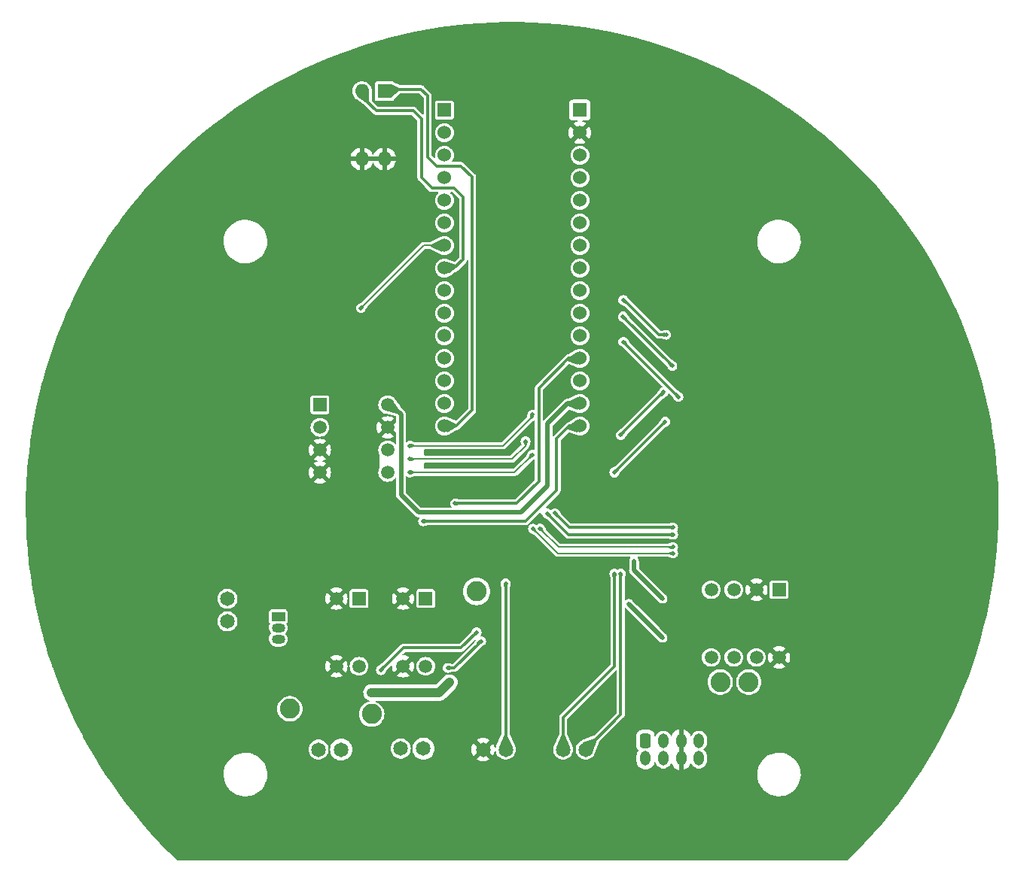
<source format=gbr>
%TF.GenerationSoftware,KiCad,Pcbnew,7.0.1-0*%
%TF.CreationDate,2023-05-22T13:59:50+09:00*%
%TF.ProjectId,FlightModule,466c6967-6874-44d6-9f64-756c652e6b69,rev?*%
%TF.SameCoordinates,Original*%
%TF.FileFunction,Copper,L2,Bot*%
%TF.FilePolarity,Positive*%
%FSLAX46Y46*%
G04 Gerber Fmt 4.6, Leading zero omitted, Abs format (unit mm)*
G04 Created by KiCad (PCBNEW 7.0.1-0) date 2023-05-22 13:59:50*
%MOMM*%
%LPD*%
G01*
G04 APERTURE LIST*
G04 Aperture macros list*
%AMRoundRect*
0 Rectangle with rounded corners*
0 $1 Rounding radius*
0 $2 $3 $4 $5 $6 $7 $8 $9 X,Y pos of 4 corners*
0 Add a 4 corners polygon primitive as box body*
4,1,4,$2,$3,$4,$5,$6,$7,$8,$9,$2,$3,0*
0 Add four circle primitives for the rounded corners*
1,1,$1+$1,$2,$3*
1,1,$1+$1,$4,$5*
1,1,$1+$1,$6,$7*
1,1,$1+$1,$8,$9*
0 Add four rect primitives between the rounded corners*
20,1,$1+$1,$2,$3,$4,$5,0*
20,1,$1+$1,$4,$5,$6,$7,0*
20,1,$1+$1,$6,$7,$8,$9,0*
20,1,$1+$1,$8,$9,$2,$3,0*%
G04 Aperture macros list end*
%TA.AperFunction,ComponentPad*%
%ADD10C,1.650000*%
%TD*%
%TA.AperFunction,ComponentPad*%
%ADD11R,1.500000X1.050000*%
%TD*%
%TA.AperFunction,ComponentPad*%
%ADD12O,1.500000X1.050000*%
%TD*%
%TA.AperFunction,ComponentPad*%
%ADD13R,1.500000X1.500000*%
%TD*%
%TA.AperFunction,ComponentPad*%
%ADD14C,1.500000*%
%TD*%
%TA.AperFunction,ComponentPad*%
%ADD15C,2.250000*%
%TD*%
%TA.AperFunction,ComponentPad*%
%ADD16R,1.530000X1.530000*%
%TD*%
%TA.AperFunction,ComponentPad*%
%ADD17C,1.530000*%
%TD*%
%TA.AperFunction,ComponentPad*%
%ADD18R,1.600000X1.600000*%
%TD*%
%TA.AperFunction,ComponentPad*%
%ADD19O,1.600000X1.600000*%
%TD*%
%TA.AperFunction,ComponentPad*%
%ADD20RoundRect,0.250000X-0.350000X-0.560000X0.350000X-0.560000X0.350000X0.560000X-0.350000X0.560000X0*%
%TD*%
%TA.AperFunction,ComponentPad*%
%ADD21O,1.200000X1.650000*%
%TD*%
%TA.AperFunction,ViaPad*%
%ADD22C,0.510000*%
%TD*%
%TA.AperFunction,ViaPad*%
%ADD23C,0.800000*%
%TD*%
%TA.AperFunction,Conductor*%
%ADD24C,0.500000*%
%TD*%
%TA.AperFunction,Conductor*%
%ADD25C,0.200000*%
%TD*%
%TA.AperFunction,Conductor*%
%ADD26C,0.300000*%
%TD*%
%TA.AperFunction,Conductor*%
%ADD27C,1.000000*%
%TD*%
G04 APERTURE END LIST*
D10*
%TO.P,J5,1,Pin_1*%
%TO.N,Net-(D3-K)*%
X126730000Y-132190000D03*
%TO.P,J5,2,Pin_2*%
%TO.N,SOLENOID_POWER*%
X129270000Y-132190000D03*
%TD*%
D11*
%TO.P,Q1,1,E*%
%TO.N,Net-(J6-Pin_1)*%
X122200000Y-117230000D03*
D12*
%TO.P,Q1,2,C*%
%TO.N,Net-(J6-Pin_2)*%
X122200000Y-118500000D03*
%TO.P,Q1,3,B*%
%TO.N,CONTROL_CAMERA*%
X122200000Y-119770000D03*
%TD*%
D13*
%TO.P,U1,1,TXD*%
%TO.N,CAN_TX*%
X178508750Y-114200000D03*
D14*
%TO.P,U1,2,VSS*%
%TO.N,GND*%
X175968750Y-114200000D03*
%TO.P,U1,3,VDD*%
%TO.N,+5V*%
X173428750Y-114200000D03*
%TO.P,U1,4,RXD*%
%TO.N,CAN_RX*%
X170888750Y-114200000D03*
%TO.P,U1,5,Vio*%
%TO.N,+3.3V*%
X170888750Y-121820000D03*
%TO.P,U1,6,CANL*%
%TO.N,CAN_L*%
X173428750Y-121820000D03*
%TO.P,U1,7,CANH*%
%TO.N,CAN_H*%
X175968750Y-121820000D03*
%TO.P,U1,8,STBY*%
%TO.N,GND*%
X178508750Y-121820000D03*
%TD*%
D10*
%TO.P,J4,1,Pin_1*%
%TO.N,Net-(D4-K)*%
X135980000Y-132090000D03*
%TO.P,J4,2,Pin_2*%
%TO.N,SOLENOID_POWER*%
X138520000Y-132090000D03*
%TD*%
D13*
%TO.P,U4,1*%
%TO.N,Net-(R11-Pad2)*%
X131275000Y-115200000D03*
D14*
%TO.P,U4,2*%
%TO.N,GND*%
X128735000Y-115200000D03*
%TO.P,U4,3*%
X128735000Y-122820000D03*
%TO.P,U4,4*%
%TO.N,Net-(D3-K)*%
X131275000Y-122820000D03*
%TD*%
D13*
%TO.P,U3,1*%
%TO.N,Net-(R14-Pad2)*%
X138775000Y-115200000D03*
D14*
%TO.P,U3,2*%
%TO.N,GND*%
X136235000Y-115200000D03*
%TO.P,U3,3*%
X136235000Y-122820000D03*
%TO.P,U3,4*%
%TO.N,Net-(D4-K)*%
X138775000Y-122820000D03*
%TD*%
D10*
%TO.P,J6,1,Pin_1*%
%TO.N,Net-(J6-Pin_1)*%
X116485000Y-115230000D03*
%TO.P,J6,2,Pin_2*%
%TO.N,Net-(J6-Pin_2)*%
X116485000Y-117770000D03*
%TD*%
D13*
%TO.P,U5,1,~{CS}*%
%TO.N,SPI_CS_FRAM*%
X126880000Y-93380000D03*
D14*
%TO.P,U5,2,SO*%
%TO.N,SPI_MISO*%
X126880000Y-95920000D03*
%TO.P,U5,3,~{WP}*%
%TO.N,GND*%
X126880000Y-98460000D03*
%TO.P,U5,4,GND*%
X126880000Y-101000000D03*
%TO.P,U5,5,SI*%
%TO.N,SPI_MOSI*%
X134500000Y-101000000D03*
%TO.P,U5,6,SCK*%
%TO.N,SPI_SCLK*%
X134500000Y-98460000D03*
%TO.P,U5,7,~{HOLD}*%
%TO.N,GND*%
X134500000Y-95920000D03*
%TO.P,U5,8,VDD*%
%TO.N,+3.3V*%
X134500000Y-93380000D03*
%TD*%
D10*
%TO.P,J2,1,Pin_1*%
%TO.N,GND*%
X145230000Y-132190000D03*
%TO.P,J2,2,Pin_2*%
%TO.N,Net-(J2-Pin_2)*%
X147770000Y-132190000D03*
%TD*%
D15*
%TO.P,TP3,1,1*%
%TO.N,Net-(D3-K)*%
X123500000Y-127600000D03*
%TD*%
D10*
%TO.P,J3,1,Pin_1*%
%TO.N,Net-(J3-Pin_1)*%
X154230000Y-132190000D03*
%TO.P,J3,2,Pin_2*%
%TO.N,Net-(J3-Pin_2)*%
X156770000Y-132190000D03*
%TD*%
D16*
%TO.P,U2,3_1,PA9*%
%TO.N,CAN_RECEIVE_STATUS*%
X140880000Y-60220000D03*
D17*
%TO.P,U2,3_2,PA10*%
%TO.N,CAN_SEND_STATUS*%
X140880000Y-62760000D03*
%TO.P,U2,3_3,NRST_1*%
%TO.N,unconnected-(U2A-NRST_1-Pad3_3)*%
X140880000Y-65300000D03*
%TO.P,U2,3_4,GND_1*%
%TO.N,GND*%
X140880000Y-67840000D03*
%TO.P,U2,3_5,PA12*%
%TO.N,CAN_TX*%
X140880000Y-70380000D03*
%TO.P,U2,3_6,PB0*%
%TO.N,FLIGHT_MODE_BIT_0*%
X140880000Y-72920000D03*
%TO.P,U2,3_7,PB7*%
%TO.N,SPI_CS_FRAM*%
X140880000Y-75460000D03*
%TO.P,U2,3_8,PB6*%
%TO.N,DUMP_MODE*%
X140880000Y-78000000D03*
%TO.P,U2,3_9,PB1*%
%TO.N,FLIGHT_MODE_BIT_1*%
X140880000Y-80540000D03*
%TO.P,U2,3_10,PF0*%
%TO.N,FLIGHT_MODE_BIT_2*%
X140880000Y-83080000D03*
%TO.P,U2,3_11,PF1*%
%TO.N,FLIGHT_MODE_BIT_3*%
X140880000Y-85620000D03*
%TO.P,U2,3_12,PA8*%
%TO.N,CONTROL_CAMERA*%
X140880000Y-88160000D03*
%TO.P,U2,3_13,PA11*%
%TO.N,CAN_RX*%
X140880000Y-90700000D03*
%TO.P,U2,3_14,PB5*%
%TO.N,FLIGHT_PIN*%
X140880000Y-93240000D03*
%TO.P,U2,3_15,PB4*%
%TO.N,DEBUG_MODE*%
X140880000Y-95780000D03*
D16*
%TO.P,U2,4_1,VIN*%
%TO.N,SOLENOID_POWER*%
X156120000Y-60220000D03*
D17*
%TO.P,U2,4_2,GND_2*%
%TO.N,GND*%
X156120000Y-62760000D03*
%TO.P,U2,4_3,NRST_2*%
%TO.N,unconnected-(U2B-NRST_2-Pad4_3)*%
X156120000Y-65300000D03*
%TO.P,U2,4_4,+5V*%
%TO.N,+5V*%
X156120000Y-67840000D03*
%TO.P,U2,4_5,PA2*%
%TO.N,VOLTAGE_12V*%
X156120000Y-70380000D03*
%TO.P,U2,4_6,PA7*%
%TO.N,SPI_MOSI*%
X156120000Y-72920000D03*
%TO.P,U2,4_7,PA6*%
%TO.N,SPI_MISO*%
X156120000Y-75460000D03*
%TO.P,U2,4_8,PA5*%
%TO.N,SPI_SCLK*%
X156120000Y-78000000D03*
%TO.P,U2,4_9,PA4*%
%TO.N,VOLTAGE_VSW*%
X156120000Y-80540000D03*
%TO.P,U2,4_10,PA3*%
%TO.N,VOLTAGE_BATT*%
X156120000Y-83080000D03*
%TO.P,U2,4_11,PA1*%
%TO.N,unconnected-(U2B-PA1-Pad4_11)*%
X156120000Y-85620000D03*
%TO.P,U2,4_12,PA0*%
%TO.N,CONTROL_SEPARATOR_1*%
X156120000Y-88160000D03*
%TO.P,U2,4_13,AREF*%
%TO.N,unconnected-(U2B-AREF-Pad4_13)*%
X156120000Y-90700000D03*
%TO.P,U2,4_14,+3V3*%
%TO.N,+3.3V*%
X156120000Y-93240000D03*
%TO.P,U2,4_15,PB3*%
%TO.N,CONTROL_SEPARATOR_0*%
X156120000Y-95780000D03*
%TD*%
D18*
%TO.P,SW1,1*%
%TO.N,DEBUG_MODE*%
X134150000Y-58075000D03*
D19*
%TO.P,SW1,2*%
%TO.N,DUMP_MODE*%
X131610000Y-58075000D03*
%TO.P,SW1,3*%
%TO.N,GND*%
X131610000Y-65695000D03*
%TO.P,SW1,4*%
X134150000Y-65695000D03*
%TD*%
D15*
%TO.P,TP2,1,1*%
%TO.N,CAN_L*%
X171900000Y-124600000D03*
%TD*%
%TO.P,TP1,1,1*%
%TO.N,CAN_H*%
X175100000Y-124600000D03*
%TD*%
D20*
%TO.P,J1,1,Pin_1*%
%TO.N,SOLENOID_POWER*%
X163500000Y-131200000D03*
D21*
%TO.P,J1,2,Pin_2*%
X163500000Y-133200000D03*
%TO.P,J1,3,Pin_3*%
%TO.N,CAN_L*%
X165500000Y-131200000D03*
%TO.P,J1,4,Pin_4*%
X165500000Y-133200000D03*
%TO.P,J1,5,Pin_5*%
%TO.N,GND*%
X167500000Y-131200000D03*
%TO.P,J1,6,Pin_6*%
X167500000Y-133200000D03*
%TO.P,J1,7,Pin_7*%
%TO.N,CAN_H*%
X169500000Y-131200000D03*
%TO.P,J1,8,Pin_8*%
X169500000Y-133200000D03*
%TD*%
D15*
%TO.P,TP4,1,1*%
%TO.N,Net-(D4-K)*%
X132700000Y-128200000D03*
%TD*%
%TO.P,TP5,1,1*%
%TO.N,SOLENOID_POWER*%
X144500000Y-114400000D03*
%TD*%
D22*
%TO.N,GND*%
X164800000Y-116200000D03*
X150600000Y-77200000D03*
X104000000Y-86600000D03*
X150000000Y-75000000D03*
X158600000Y-118200000D03*
X96200000Y-114400000D03*
X163000000Y-99400000D03*
X156000000Y-108800000D03*
X149800000Y-99000000D03*
X114800000Y-95800000D03*
X145000000Y-72400000D03*
X159800000Y-86800000D03*
X135750000Y-105000000D03*
X197600000Y-85600000D03*
X161400000Y-111000000D03*
X145600000Y-102200000D03*
X151400000Y-90000000D03*
X163000000Y-96200000D03*
X162000000Y-71400000D03*
X138200000Y-87000000D03*
X165000000Y-140000000D03*
X104600000Y-120800000D03*
X163000000Y-104400000D03*
X153250000Y-124250000D03*
X159000000Y-121500000D03*
X115000000Y-86600000D03*
X165600000Y-83800000D03*
X138750000Y-104250000D03*
X162000000Y-86000000D03*
X121600000Y-68000000D03*
X101800000Y-129800000D03*
X142800000Y-102200000D03*
X141800000Y-138400000D03*
X145600000Y-98800000D03*
X151000000Y-109000000D03*
X132600000Y-79000000D03*
X112000000Y-143200000D03*
X142800000Y-97000000D03*
X156400000Y-106100000D03*
X200600000Y-114800000D03*
X188400000Y-70000000D03*
X159800000Y-80400000D03*
X185400000Y-143600000D03*
X145400000Y-82200000D03*
X143000000Y-92000000D03*
X152800000Y-67800000D03*
X139200000Y-81600000D03*
X115000000Y-92800000D03*
X159800000Y-71500000D03*
X137000000Y-97000000D03*
X167400000Y-88000000D03*
X153300000Y-104500000D03*
X145600000Y-100200000D03*
X133500000Y-121750000D03*
X147800000Y-84400000D03*
X148800000Y-129200000D03*
X142750000Y-125750000D03*
X142400000Y-64600000D03*
X132800000Y-100800000D03*
X154600000Y-97800000D03*
X161400000Y-100800000D03*
X165000000Y-111200000D03*
X160800000Y-95000000D03*
X201800000Y-101000000D03*
X162000000Y-114400000D03*
X168400000Y-109000000D03*
X132800000Y-138000000D03*
X164400000Y-80600000D03*
X147600000Y-98600000D03*
X177200000Y-117800000D03*
X116000000Y-111600000D03*
X135600000Y-79600000D03*
X151700000Y-106100000D03*
X145800000Y-90800000D03*
X132200000Y-102600000D03*
X130400000Y-91600000D03*
X121000000Y-89400000D03*
X136800000Y-82000000D03*
X183600000Y-86000000D03*
X165400000Y-97400000D03*
X167400000Y-91400000D03*
X176400000Y-106800000D03*
X133600000Y-82600000D03*
X138000000Y-107750000D03*
X184000000Y-121600000D03*
X171600000Y-116000000D03*
X171600000Y-119200000D03*
X119900000Y-117400000D03*
X162000000Y-121200000D03*
X145600000Y-97000000D03*
X153600000Y-95800000D03*
X129500000Y-109250000D03*
X174600000Y-88000000D03*
X164800000Y-120800000D03*
X164800000Y-108800000D03*
X126200000Y-87600000D03*
X159200000Y-108800000D03*
X120500000Y-120900000D03*
X123400000Y-86200000D03*
X155750000Y-115000000D03*
X128200000Y-87400000D03*
X143000000Y-78600000D03*
X160400000Y-130200000D03*
X139000000Y-100200000D03*
X161000000Y-144000000D03*
X169800000Y-102200000D03*
X114600000Y-83600000D03*
X137700000Y-59100000D03*
X159200000Y-65700000D03*
X162000000Y-80800000D03*
X149500000Y-73500000D03*
X173600000Y-112000000D03*
X142800000Y-100200000D03*
X147600000Y-71600000D03*
X108000000Y-70200000D03*
X125300000Y-129000000D03*
X148000000Y-51200000D03*
X183800000Y-112800000D03*
X142200000Y-94400000D03*
X149500000Y-67000000D03*
X161400000Y-97800000D03*
X174400000Y-58400000D03*
X148800000Y-103100000D03*
X146500000Y-113250000D03*
X132700000Y-131000000D03*
X183800000Y-99000000D03*
X141000000Y-107750000D03*
X151800000Y-81600000D03*
X145400000Y-111000000D03*
X117200000Y-127600000D03*
X167600000Y-75000000D03*
X164400000Y-70600000D03*
X139000000Y-76600000D03*
X161800000Y-91200000D03*
X125100000Y-113800000D03*
X103800000Y-102600000D03*
X195600000Y-129800000D03*
X127250000Y-106400000D03*
X166200000Y-118600000D03*
X123800000Y-118600000D03*
X174800000Y-120900000D03*
X124800000Y-84000000D03*
X140750000Y-121750000D03*
X145800000Y-108900000D03*
X151200000Y-79000000D03*
X152400000Y-93800000D03*
X186600000Y-132000000D03*
X142800000Y-89200000D03*
X150500000Y-101400000D03*
X134250000Y-111750000D03*
X159600000Y-125600000D03*
X159200000Y-105800000D03*
X165200000Y-106200000D03*
X115200000Y-89800000D03*
X99200000Y-85200000D03*
X174800000Y-97000000D03*
X153500000Y-57500000D03*
X134600000Y-143600000D03*
X159500000Y-69500000D03*
X142000000Y-74200000D03*
X145600000Y-94200000D03*
X142800000Y-98800000D03*
X174800000Y-91400000D03*
X128600000Y-93400000D03*
X95400000Y-101000000D03*
X161400000Y-108800000D03*
X144700000Y-117750000D03*
X163000000Y-93000000D03*
X161400000Y-106000000D03*
X122000000Y-58200000D03*
X118600000Y-92600000D03*
X108600000Y-128600000D03*
X147600000Y-100200000D03*
X139000000Y-98800000D03*
X170100000Y-123400000D03*
X151400000Y-138600000D03*
X168500000Y-128900000D03*
X159200000Y-111600000D03*
X147800000Y-96600000D03*
X165300000Y-62000000D03*
X142600000Y-61400000D03*
X165100000Y-129200000D03*
X159200000Y-99800000D03*
X145800000Y-107300000D03*
%TO.N,+5V*%
X162200000Y-112000000D03*
X162200000Y-111000000D03*
X164800000Y-114600000D03*
X165400000Y-115200000D03*
%TO.N,+3.3V*%
X161600000Y-115800000D03*
X162200000Y-116400000D03*
X164700000Y-118900000D03*
X165400000Y-119600000D03*
X152500000Y-102100000D03*
X152500000Y-100800000D03*
%TO.N,CAN_TX*%
X166600000Y-109400000D03*
X151600000Y-107300000D03*
%TO.N,CAN_RX*%
X150857909Y-107342091D03*
X166600000Y-110109503D03*
%TO.N,Net-(D3-K)*%
X144500000Y-119000000D03*
X133750000Y-123250000D03*
%TO.N,Net-(D4-K)*%
X141250000Y-123000000D03*
X145000000Y-120000000D03*
D23*
%TO.N,SOLENOID_POWER*%
X140450000Y-125650000D03*
X132675000Y-125775000D03*
X134200000Y-125800000D03*
X141450000Y-124650000D03*
D22*
%TO.N,CONTROL_SEPARATOR_1*%
X142087500Y-104500000D03*
%TO.N,CONTROL_SEPARATOR_0*%
X138500000Y-106500000D03*
%TO.N,Net-(J2-Pin_2)*%
X147770000Y-113500000D03*
%TO.N,VOLTAGE_12V*%
X165800000Y-85500000D03*
X161000000Y-81600000D03*
%TO.N,VOLTAGE_VSW*%
X166500000Y-89000000D03*
X160950000Y-83450000D03*
%TO.N,VOLTAGE_BATT*%
X161000000Y-86300000D03*
X167200000Y-92500000D03*
%TO.N,Net-(J3-Pin_1)*%
X160000000Y-112400000D03*
X165700000Y-95300000D03*
X160000000Y-101000000D03*
%TO.N,Net-(J3-Pin_2)*%
X165537347Y-91937347D03*
X160709503Y-96790497D03*
X160709503Y-112400000D03*
%TO.N,SPI_CS_FRAM*%
X131500000Y-82500000D03*
%TO.N,SPI_MISO*%
X137000000Y-101000000D03*
X150775500Y-99000000D03*
%TO.N,SPI_MOSI*%
X137000000Y-99500000D03*
X150000000Y-97500000D03*
%TO.N,SPI_SCLK*%
X137000000Y-98000000D03*
X150775500Y-94500000D03*
%TO.N,CAN_RECEIVE_STATUS*%
X166600000Y-107200000D03*
X153300000Y-105600000D03*
%TO.N,CAN_SEND_STATUS*%
X166600000Y-108000000D03*
X152472553Y-105627447D03*
%TD*%
D24*
%TO.N,+5V*%
X162200000Y-111000000D02*
X162200000Y-112000000D01*
X162200000Y-112000000D02*
X165400000Y-115200000D01*
%TO.N,+3.3V*%
X164700000Y-118900000D02*
X165400000Y-119600000D01*
X152500000Y-102500000D02*
X149500000Y-105500000D01*
X156120000Y-93240000D02*
X154760000Y-93240000D01*
X152500000Y-95500000D02*
X152500000Y-102500000D01*
X136000000Y-103500000D02*
X136000000Y-94500000D01*
X136000000Y-94500000D02*
X134880000Y-93380000D01*
X164700000Y-118900000D02*
X162200000Y-116400000D01*
X162200000Y-116400000D02*
X161600000Y-115800000D01*
X149500000Y-105500000D02*
X138000000Y-105500000D01*
X154760000Y-93240000D02*
X152500000Y-95500000D01*
X138000000Y-105500000D02*
X136000000Y-103500000D01*
D25*
%TO.N,CAN_TX*%
X151600000Y-107300000D02*
X153700000Y-109400000D01*
X153700000Y-109400000D02*
X166600000Y-109400000D01*
%TO.N,CAN_RX*%
X153625321Y-110109503D02*
X150857909Y-107342091D01*
X166600000Y-110109503D02*
X153625321Y-110109503D01*
D26*
%TO.N,Net-(D3-K)*%
X136250000Y-120750000D02*
X142750000Y-120750000D01*
X133750000Y-123250000D02*
X136250000Y-120750000D01*
X142750000Y-120750000D02*
X144500000Y-119000000D01*
%TO.N,Net-(D4-K)*%
X141250000Y-123000000D02*
X142000000Y-123000000D01*
X142000000Y-123000000D02*
X145000000Y-120000000D01*
D27*
%TO.N,SOLENOID_POWER*%
X132675000Y-125775000D02*
X132700000Y-125800000D01*
X132700000Y-125800000D02*
X134200000Y-125800000D01*
X140300000Y-125800000D02*
X141450000Y-124650000D01*
X134200000Y-125800000D02*
X140300000Y-125800000D01*
D26*
%TO.N,CONTROL_SEPARATOR_1*%
X151500000Y-102000000D02*
X151500000Y-91500000D01*
X154840000Y-88160000D02*
X156120000Y-88160000D01*
X149000000Y-104500000D02*
X151500000Y-102000000D01*
X142087500Y-104500000D02*
X149000000Y-104500000D01*
X151500000Y-91500000D02*
X154840000Y-88160000D01*
%TO.N,CONTROL_SEPARATOR_0*%
X154940000Y-95780000D02*
X156120000Y-95780000D01*
X153500000Y-97220000D02*
X154940000Y-95780000D01*
X150000000Y-106500000D02*
X153500000Y-103000000D01*
X153500000Y-103000000D02*
X153500000Y-97220000D01*
X138500000Y-106500000D02*
X150000000Y-106500000D01*
%TO.N,DEBUG_MODE*%
X140000000Y-66500000D02*
X139000000Y-65500000D01*
X144000000Y-67750000D02*
X144000000Y-94000000D01*
X140000000Y-66500000D02*
X142750000Y-66500000D01*
X138275000Y-57875000D02*
X134550000Y-57875000D01*
X142750000Y-66500000D02*
X144000000Y-67750000D01*
X142220000Y-95780000D02*
X140880000Y-95780000D01*
X139000000Y-58600000D02*
X138275000Y-57875000D01*
X139000000Y-65500000D02*
X139000000Y-58600000D01*
X144000000Y-94000000D02*
X142220000Y-95780000D01*
%TO.N,Net-(J2-Pin_2)*%
X147770000Y-113500000D02*
X147770000Y-132190000D01*
%TO.N,VOLTAGE_12V*%
X165800000Y-85500000D02*
X165000000Y-85500000D01*
X165000000Y-85500000D02*
X161100000Y-81600000D01*
X161100000Y-81600000D02*
X161000000Y-81600000D01*
%TO.N,VOLTAGE_VSW*%
X160950000Y-83450000D02*
X166500000Y-89000000D01*
%TO.N,VOLTAGE_BATT*%
X161000000Y-86300000D02*
X167200000Y-92500000D01*
%TO.N,DUMP_MODE*%
X138300000Y-67800000D02*
X138300000Y-61200000D01*
X143000000Y-77000000D02*
X143000000Y-70000000D01*
X132010000Y-59110000D02*
X132010000Y-57875000D01*
X140880000Y-78000000D02*
X142000000Y-78000000D01*
X143000000Y-70000000D02*
X142000000Y-69000000D01*
X133200000Y-60300000D02*
X132010000Y-59110000D01*
X142000000Y-69000000D02*
X139500000Y-69000000D01*
X138300000Y-61200000D02*
X137400000Y-60300000D01*
X139500000Y-69000000D02*
X138300000Y-67800000D01*
X142000000Y-78000000D02*
X143000000Y-77000000D01*
X137400000Y-60300000D02*
X133200000Y-60300000D01*
%TO.N,Net-(J3-Pin_1)*%
X160000000Y-122800000D02*
X154230000Y-128570000D01*
X160000000Y-112400000D02*
X160000000Y-122800000D01*
X160000000Y-101000000D02*
X165700000Y-95300000D01*
X154230000Y-128570000D02*
X154230000Y-132190000D01*
%TO.N,Net-(J3-Pin_2)*%
X160709503Y-128250497D02*
X156770000Y-132190000D01*
X160709503Y-112400000D02*
X160709503Y-128250497D01*
X165537347Y-91962653D02*
X160709503Y-96790497D01*
X165537347Y-91937347D02*
X165537347Y-91962653D01*
D25*
%TO.N,SPI_CS_FRAM*%
X138540000Y-75460000D02*
X140880000Y-75460000D01*
X131500000Y-82500000D02*
X138540000Y-75460000D01*
%TO.N,SPI_MISO*%
X148775500Y-101000000D02*
X137000000Y-101000000D01*
X150775500Y-99000000D02*
X148775500Y-101000000D01*
%TO.N,SPI_MOSI*%
X150000000Y-98000000D02*
X148500000Y-99500000D01*
X150000000Y-97500000D02*
X150000000Y-98000000D01*
X148500000Y-99500000D02*
X137000000Y-99500000D01*
%TO.N,SPI_SCLK*%
X150775500Y-94500000D02*
X150775500Y-94724500D01*
X150775500Y-94724500D02*
X147500000Y-98000000D01*
X147500000Y-98000000D02*
X137000000Y-98000000D01*
D26*
%TO.N,CAN_RECEIVE_STATUS*%
X153300000Y-105600000D02*
X154900000Y-107200000D01*
X154900000Y-107200000D02*
X166600000Y-107200000D01*
%TO.N,CAN_SEND_STATUS*%
X154845106Y-108000000D02*
X166600000Y-108000000D01*
X152472553Y-105627447D02*
X154845106Y-108000000D01*
%TD*%
%TA.AperFunction,Conductor*%
%TO.N,GND*%
G36*
X151035617Y-99551055D02*
G01*
X151049500Y-99590331D01*
X151049500Y-101787508D01*
X151031194Y-101831702D01*
X148831703Y-104031194D01*
X148811427Y-104044742D01*
X148787509Y-104049500D01*
X142659377Y-104049500D01*
X142646677Y-104048196D01*
X142254958Y-103966902D01*
X142243743Y-103963450D01*
X142232512Y-103958798D01*
X142109485Y-103942601D01*
X142087500Y-103939707D01*
X142087499Y-103939707D01*
X141942487Y-103958798D01*
X141807352Y-104014772D01*
X141691312Y-104103812D01*
X141602272Y-104219852D01*
X141546298Y-104354987D01*
X141527207Y-104499999D01*
X141546298Y-104645012D01*
X141602272Y-104780148D01*
X141655068Y-104848952D01*
X141667746Y-104892447D01*
X141647709Y-104933080D01*
X141605484Y-104949500D01*
X138253912Y-104949500D01*
X138229994Y-104944742D01*
X138209718Y-104931194D01*
X136568806Y-103290281D01*
X136550500Y-103246087D01*
X136550500Y-101482016D01*
X136566920Y-101439791D01*
X136607553Y-101419754D01*
X136651048Y-101432432D01*
X136719851Y-101485227D01*
X136719852Y-101485227D01*
X136719853Y-101485228D01*
X136854986Y-101541201D01*
X137000000Y-101560293D01*
X137145014Y-101541201D01*
X137169590Y-101531020D01*
X137179601Y-101527830D01*
X137203270Y-101522429D01*
X137564630Y-101403626D01*
X137584151Y-101400500D01*
X148838934Y-101400500D01*
X148852213Y-101396185D01*
X148864605Y-101392158D01*
X148874131Y-101389870D01*
X148900804Y-101385646D01*
X148924858Y-101373388D01*
X148933914Y-101369637D01*
X148959590Y-101361296D01*
X148981439Y-101345421D01*
X148989780Y-101340309D01*
X149013842Y-101328050D01*
X149029233Y-101312657D01*
X149029236Y-101312656D01*
X149036406Y-101305485D01*
X149036409Y-101305484D01*
X150645646Y-99696244D01*
X150661652Y-99684658D01*
X150926136Y-99551055D01*
X150958820Y-99534545D01*
X151000136Y-99529227D01*
X151035617Y-99551055D01*
G37*
%TD.AperFunction*%
%TA.AperFunction,Conductor*%
G36*
X151010677Y-95115578D02*
G01*
X151038894Y-95138589D01*
X151049500Y-95173420D01*
X151049500Y-98418689D01*
X151036585Y-98456737D01*
X151003176Y-98479059D01*
X150963084Y-98476432D01*
X150920514Y-98458799D01*
X150920511Y-98458798D01*
X150920510Y-98458798D01*
X150775500Y-98439707D01*
X150630487Y-98458798D01*
X150495352Y-98514772D01*
X150379312Y-98603812D01*
X150290273Y-98719852D01*
X150280094Y-98744425D01*
X150275272Y-98753757D01*
X150262354Y-98774315D01*
X150090838Y-99113847D01*
X150079246Y-99129860D01*
X148627913Y-100581194D01*
X148607637Y-100594742D01*
X148583719Y-100599500D01*
X138662500Y-100599500D01*
X138618306Y-100581194D01*
X138600000Y-100537000D01*
X138600000Y-99963000D01*
X138618306Y-99918806D01*
X138662500Y-99900500D01*
X148563434Y-99900500D01*
X148576707Y-99896187D01*
X148589105Y-99892158D01*
X148598631Y-99889870D01*
X148625304Y-99885646D01*
X148649358Y-99873388D01*
X148658414Y-99869637D01*
X148684090Y-99861296D01*
X148705939Y-99845421D01*
X148714280Y-99840309D01*
X148738342Y-99828050D01*
X148753733Y-99812657D01*
X148753736Y-99812656D01*
X148760907Y-99805485D01*
X148760909Y-99805484D01*
X150305483Y-98260909D01*
X150328050Y-98238342D01*
X150340306Y-98214285D01*
X150345430Y-98205926D01*
X150361295Y-98184092D01*
X150361296Y-98184090D01*
X150369640Y-98158407D01*
X150373381Y-98149372D01*
X150385646Y-98125304D01*
X150389870Y-98098625D01*
X150392153Y-98089116D01*
X150400499Y-98063433D01*
X150400499Y-98054104D01*
X150404158Y-98033034D01*
X150470910Y-97846617D01*
X150519463Y-97711025D01*
X150527260Y-97680348D01*
X150530087Y-97671843D01*
X150541201Y-97645014D01*
X150560293Y-97500000D01*
X150541201Y-97354986D01*
X150485228Y-97219854D01*
X150396187Y-97103813D01*
X150396185Y-97103812D01*
X150396185Y-97103811D01*
X150280148Y-97014772D01*
X150145012Y-96958798D01*
X150000000Y-96939707D01*
X149854987Y-96958798D01*
X149719852Y-97014772D01*
X149603812Y-97103812D01*
X149514772Y-97219852D01*
X149458798Y-97354987D01*
X149439707Y-97499999D01*
X149458798Y-97645012D01*
X149477882Y-97691086D01*
X149479819Y-97696442D01*
X149492629Y-97737634D01*
X149522263Y-97801251D01*
X149536872Y-97832614D01*
X149538778Y-97836704D01*
X149543671Y-97873960D01*
X149526317Y-97907289D01*
X148352413Y-99081194D01*
X148332137Y-99094742D01*
X148308219Y-99099500D01*
X138662500Y-99099500D01*
X138618306Y-99081194D01*
X138600000Y-99037000D01*
X138600000Y-98463000D01*
X138618306Y-98418806D01*
X138662500Y-98400500D01*
X147563434Y-98400500D01*
X147576707Y-98396187D01*
X147589105Y-98392158D01*
X147598631Y-98389870D01*
X147625304Y-98385646D01*
X147649358Y-98373388D01*
X147658414Y-98369637D01*
X147684090Y-98361296D01*
X147705939Y-98345421D01*
X147714280Y-98340309D01*
X147738342Y-98328050D01*
X147753733Y-98312657D01*
X147753736Y-98312656D01*
X147760906Y-98305485D01*
X147760909Y-98305484D01*
X150832461Y-95233930D01*
X150838214Y-95228845D01*
X150866544Y-95206765D01*
X150942439Y-95129594D01*
X150974424Y-95112198D01*
X151010677Y-95115578D01*
G37*
%TD.AperFunction*%
%TA.AperFunction,Conductor*%
G36*
X149237930Y-50304921D02*
G01*
X150709866Y-50344600D01*
X150711517Y-50344667D01*
X152181902Y-50423999D01*
X152183480Y-50424105D01*
X153651289Y-50543039D01*
X153652821Y-50543185D01*
X155116823Y-50701621D01*
X155118471Y-50701822D01*
X156577633Y-50899648D01*
X156579181Y-50899878D01*
X158032561Y-51136965D01*
X158034164Y-51137249D01*
X159480528Y-51413395D01*
X159482157Y-51413728D01*
X160920595Y-51728759D01*
X160922186Y-51729131D01*
X162351579Y-52082800D01*
X162353117Y-52083202D01*
X163772548Y-52475286D01*
X163774060Y-52475726D01*
X165182377Y-52905907D01*
X165183960Y-52906414D01*
X166580132Y-53374376D01*
X166581652Y-53374908D01*
X167964724Y-53880329D01*
X167966227Y-53880900D01*
X169335191Y-54423414D01*
X169336713Y-54424041D01*
X170690502Y-55003222D01*
X170692033Y-55003901D01*
X172029779Y-55619378D01*
X172031205Y-55620058D01*
X172968972Y-56082526D01*
X173351855Y-56271349D01*
X173353355Y-56272114D01*
X174655930Y-56958731D01*
X174657405Y-56959534D01*
X175941046Y-57681027D01*
X175942456Y-57681844D01*
X177206215Y-58437682D01*
X177207565Y-58438514D01*
X178450509Y-59228139D01*
X178451880Y-59229036D01*
X179595131Y-59999339D01*
X179673036Y-60051830D01*
X179674418Y-60052789D01*
X180872971Y-60908198D01*
X180874261Y-60909145D01*
X182049379Y-61796580D01*
X182050660Y-61797575D01*
X182979918Y-62539495D01*
X183201366Y-62716299D01*
X183202657Y-62717357D01*
X183514622Y-62980504D01*
X184328216Y-63666780D01*
X184329488Y-63667883D01*
X185429025Y-64647264D01*
X185430268Y-64648402D01*
X186502989Y-65657034D01*
X186504200Y-65658204D01*
X187549390Y-66695414D01*
X187550550Y-66696596D01*
X188540074Y-67732964D01*
X188567412Y-67761596D01*
X188568548Y-67762819D01*
X189015988Y-68257468D01*
X189556334Y-68854826D01*
X189557447Y-68856090D01*
X190515457Y-69974330D01*
X190516535Y-69975624D01*
X191444033Y-71119237D01*
X191445076Y-71120559D01*
X192341421Y-72288748D01*
X192342429Y-72290099D01*
X193207007Y-73482074D01*
X193207977Y-73483450D01*
X194040080Y-74698229D01*
X194041013Y-74699631D01*
X194840095Y-75936418D01*
X194840990Y-75937845D01*
X195606459Y-77195725D01*
X195607315Y-77197176D01*
X196338592Y-78475195D01*
X196339409Y-78476668D01*
X197035996Y-79773957D01*
X197036773Y-79775452D01*
X197698148Y-81091039D01*
X197698883Y-81092552D01*
X198291474Y-82354986D01*
X198324561Y-82425472D01*
X198325252Y-82426997D01*
X198350672Y-82485177D01*
X198914781Y-83776287D01*
X198915435Y-83777839D01*
X199468412Y-85142579D01*
X199469023Y-85144149D01*
X199984997Y-86523223D01*
X199985566Y-86524808D01*
X200464201Y-87917321D01*
X200464727Y-87918921D01*
X200905661Y-89323813D01*
X200906144Y-89325427D01*
X201309063Y-90741704D01*
X201309502Y-90743330D01*
X201674109Y-92169943D01*
X201674504Y-92171580D01*
X202000541Y-93607534D01*
X202000891Y-93609182D01*
X202288098Y-95053307D01*
X202288405Y-95054963D01*
X202536609Y-96506410D01*
X202536870Y-96508074D01*
X202745861Y-97965600D01*
X202746078Y-97967270D01*
X202915724Y-99429971D01*
X202915895Y-99431647D01*
X203046056Y-100898306D01*
X203046183Y-100899986D01*
X203136779Y-102369688D01*
X203136860Y-102371370D01*
X203187818Y-103842982D01*
X203187853Y-103844666D01*
X203199137Y-105317077D01*
X203199127Y-105318761D01*
X203170730Y-106790941D01*
X203170675Y-106792625D01*
X203102615Y-108263508D01*
X203102515Y-108265189D01*
X202994843Y-109733742D01*
X202994697Y-109735420D01*
X202847492Y-111200505D01*
X202847301Y-111202179D01*
X202660669Y-112662777D01*
X202660433Y-112664445D01*
X202434509Y-114119479D01*
X202434228Y-114121139D01*
X202169182Y-115569531D01*
X202168857Y-115571184D01*
X201864866Y-117011959D01*
X201864496Y-117013602D01*
X201521800Y-118445626D01*
X201521386Y-118447259D01*
X201140220Y-119869545D01*
X201139762Y-119871166D01*
X200720404Y-121282675D01*
X200719902Y-121284283D01*
X200262679Y-122683921D01*
X200262135Y-122685515D01*
X199767331Y-124072415D01*
X199766743Y-124073993D01*
X199234787Y-125446945D01*
X199234158Y-125448508D01*
X198665349Y-126806740D01*
X198664677Y-126808284D01*
X198059508Y-128150622D01*
X198058795Y-128152148D01*
X197417682Y-129477672D01*
X197416929Y-129479179D01*
X196740291Y-130787021D01*
X196739497Y-130788506D01*
X196027877Y-132077611D01*
X196027043Y-132079074D01*
X195280961Y-133348506D01*
X195280088Y-133349947D01*
X194500039Y-134598861D01*
X194499127Y-134600277D01*
X193685751Y-135827650D01*
X193684802Y-135829042D01*
X192838611Y-137034102D01*
X192837625Y-137035467D01*
X191959268Y-138217287D01*
X191958245Y-138218625D01*
X191048365Y-139376340D01*
X191047306Y-139377650D01*
X190106596Y-140510382D01*
X190105503Y-140511664D01*
X189134544Y-141618711D01*
X189133416Y-141619962D01*
X188133015Y-142700401D01*
X188131854Y-142701621D01*
X187102720Y-143754691D01*
X187101527Y-143755880D01*
X186146461Y-144681872D01*
X186102955Y-144699500D01*
X110897045Y-144699500D01*
X110853539Y-144681872D01*
X109898472Y-143755880D01*
X109897279Y-143754691D01*
X108868145Y-142701621D01*
X108866984Y-142700401D01*
X107866583Y-141619962D01*
X107865455Y-141618711D01*
X106894496Y-140511664D01*
X106893403Y-140510382D01*
X105952693Y-139377650D01*
X105951634Y-139376340D01*
X105041754Y-138218625D01*
X105040731Y-138217287D01*
X104162374Y-137035467D01*
X104161388Y-137034102D01*
X103315197Y-135829042D01*
X103314248Y-135827650D01*
X103228775Y-135698673D01*
X102713610Y-134921296D01*
X116045717Y-134921296D01*
X116055802Y-135235789D01*
X116106021Y-135546410D01*
X116151211Y-135698670D01*
X116195549Y-135848059D01*
X116322916Y-136135786D01*
X116406058Y-136272936D01*
X116486030Y-136404858D01*
X116682214Y-136650865D01*
X116682215Y-136650866D01*
X116908246Y-136869765D01*
X117160415Y-137057963D01*
X117434578Y-137212370D01*
X117591962Y-137276087D01*
X117726238Y-137330449D01*
X118030601Y-137410263D01*
X118342673Y-137450500D01*
X118578573Y-137450500D01*
X118578580Y-137450500D01*
X118814008Y-137435385D01*
X119122860Y-137375236D01*
X119421485Y-137276086D01*
X119704979Y-137139562D01*
X119968687Y-136967907D01*
X120208280Y-136763939D01*
X120419822Y-136531007D01*
X120599842Y-136272936D01*
X120745381Y-135993964D01*
X120854052Y-135698670D01*
X120924069Y-135391905D01*
X120954283Y-135078704D01*
X120949235Y-134921296D01*
X176045717Y-134921296D01*
X176055802Y-135235789D01*
X176106021Y-135546410D01*
X176151211Y-135698670D01*
X176195549Y-135848059D01*
X176322916Y-136135786D01*
X176406058Y-136272936D01*
X176486030Y-136404858D01*
X176682214Y-136650865D01*
X176682215Y-136650866D01*
X176908246Y-136869765D01*
X177160415Y-137057963D01*
X177434578Y-137212370D01*
X177591962Y-137276087D01*
X177726238Y-137330449D01*
X178030601Y-137410263D01*
X178342673Y-137450500D01*
X178578573Y-137450500D01*
X178578580Y-137450500D01*
X178814008Y-137435385D01*
X179122860Y-137375236D01*
X179421485Y-137276086D01*
X179704979Y-137139562D01*
X179968687Y-136967907D01*
X180208280Y-136763939D01*
X180419822Y-136531007D01*
X180599842Y-136272936D01*
X180745381Y-135993964D01*
X180854052Y-135698670D01*
X180924069Y-135391905D01*
X180954283Y-135078704D01*
X180944198Y-134764211D01*
X180893979Y-134453590D01*
X180804451Y-134151941D01*
X180677084Y-133864216D01*
X180677083Y-133864213D01*
X180513971Y-133595144D01*
X180513970Y-133595142D01*
X180317786Y-133349135D01*
X180238917Y-133272755D01*
X180091753Y-133130234D01*
X179839584Y-132942036D01*
X179565421Y-132787629D01*
X179273766Y-132669552D01*
X178969397Y-132589736D01*
X178657327Y-132549500D01*
X178421420Y-132549500D01*
X178185992Y-132564615D01*
X178185988Y-132564615D01*
X178185984Y-132564616D01*
X177877143Y-132624763D01*
X177578519Y-132723912D01*
X177295014Y-132860441D01*
X177031312Y-133032093D01*
X176791721Y-133236059D01*
X176580178Y-133468992D01*
X176400157Y-133727065D01*
X176254618Y-134006036D01*
X176145949Y-134301326D01*
X176075930Y-134608097D01*
X176045717Y-134921293D01*
X176045717Y-134921296D01*
X120949235Y-134921296D01*
X120944198Y-134764211D01*
X120893979Y-134453590D01*
X120804451Y-134151941D01*
X120677084Y-133864216D01*
X120677083Y-133864213D01*
X120513971Y-133595144D01*
X120513970Y-133595142D01*
X120317786Y-133349135D01*
X120238917Y-133272755D01*
X120091753Y-133130234D01*
X119839584Y-132942036D01*
X119565421Y-132787629D01*
X119273766Y-132669552D01*
X118969397Y-132589736D01*
X118657327Y-132549500D01*
X118421420Y-132549500D01*
X118185992Y-132564615D01*
X118185988Y-132564615D01*
X118185984Y-132564616D01*
X117877143Y-132624763D01*
X117578519Y-132723912D01*
X117295014Y-132860441D01*
X117031312Y-133032093D01*
X116791721Y-133236059D01*
X116580178Y-133468992D01*
X116400157Y-133727065D01*
X116254618Y-134006036D01*
X116145949Y-134301326D01*
X116075930Y-134608097D01*
X116045717Y-134921293D01*
X116045717Y-134921296D01*
X102713610Y-134921296D01*
X102500867Y-134600270D01*
X102499960Y-134598861D01*
X102438442Y-134500367D01*
X102023296Y-133835688D01*
X101719911Y-133349947D01*
X101719038Y-133348506D01*
X101230697Y-132517611D01*
X101038150Y-132189999D01*
X125599677Y-132189999D01*
X125618923Y-132397694D01*
X125666416Y-132564615D01*
X125676006Y-132598319D01*
X125768981Y-132785038D01*
X125894682Y-132951493D01*
X126048829Y-133092016D01*
X126226172Y-133201823D01*
X126314545Y-133236059D01*
X126409268Y-133272755D01*
X126420673Y-133277173D01*
X126625707Y-133315500D01*
X126834292Y-133315500D01*
X126834293Y-133315500D01*
X127039327Y-133277173D01*
X127233828Y-133201823D01*
X127411171Y-133092016D01*
X127565318Y-132951493D01*
X127691019Y-132785038D01*
X127783994Y-132598319D01*
X127841076Y-132397696D01*
X127860322Y-132190000D01*
X127860322Y-132189999D01*
X128019741Y-132189999D01*
X128038735Y-132407106D01*
X128095141Y-132617611D01*
X128187245Y-132815129D01*
X128312246Y-132993650D01*
X128466349Y-133147753D01*
X128591350Y-133235279D01*
X128644871Y-133272755D01*
X128842387Y-133364858D01*
X128912556Y-133383660D01*
X129052893Y-133421264D01*
X129270000Y-133440258D01*
X129487106Y-133421264D01*
X129557274Y-133402462D01*
X129697613Y-133364858D01*
X129895129Y-133272755D01*
X130073650Y-133147753D01*
X130227753Y-132993650D01*
X130352755Y-132815129D01*
X130444858Y-132617613D01*
X130501264Y-132407105D01*
X130514960Y-132250563D01*
X130520258Y-132190000D01*
X130511509Y-132090000D01*
X134849677Y-132090000D01*
X134868923Y-132297694D01*
X134902564Y-132415928D01*
X134926006Y-132498319D01*
X135018981Y-132685038D01*
X135144682Y-132851493D01*
X135298829Y-132992016D01*
X135476172Y-133101823D01*
X135476175Y-133101824D01*
X135659268Y-133172755D01*
X135670673Y-133177173D01*
X135875707Y-133215500D01*
X136084292Y-133215500D01*
X136084293Y-133215500D01*
X136289327Y-133177173D01*
X136483828Y-133101823D01*
X136661171Y-132992016D01*
X136815318Y-132851493D01*
X136941019Y-132685038D01*
X137033994Y-132498319D01*
X137091076Y-132297696D01*
X137110322Y-132090000D01*
X137269741Y-132090000D01*
X137288735Y-132307106D01*
X137345141Y-132517611D01*
X137437245Y-132715129D01*
X137562246Y-132893650D01*
X137716349Y-133047753D01*
X137793571Y-133101824D01*
X137894871Y-133172755D01*
X138092387Y-133264858D01*
X138121859Y-133272755D01*
X138302893Y-133321264D01*
X138520000Y-133340258D01*
X138737106Y-133321264D01*
X138807274Y-133302462D01*
X138865068Y-133286976D01*
X144486575Y-133286976D01*
X144564967Y-133341866D01*
X144775093Y-133439849D01*
X144999036Y-133499854D01*
X145230000Y-133520061D01*
X145460963Y-133499854D01*
X145553212Y-133475136D01*
X162479500Y-133475136D01*
X162494265Y-133625051D01*
X162552619Y-133817419D01*
X162613513Y-133931343D01*
X162647379Y-133994703D01*
X162774906Y-134150094D01*
X162930297Y-134277621D01*
X163107582Y-134372381D01*
X163299947Y-134430734D01*
X163500000Y-134450438D01*
X163700053Y-134430734D01*
X163892418Y-134372381D01*
X164069703Y-134277621D01*
X164225094Y-134150094D01*
X164352621Y-133994703D01*
X164447381Y-133817418D01*
X164502255Y-133636520D01*
X164524587Y-133604647D01*
X164561450Y-133592167D01*
X164598552Y-133603921D01*
X164621505Y-133635350D01*
X164672820Y-133793282D01*
X164767468Y-133957218D01*
X164811425Y-134006036D01*
X164894129Y-134097888D01*
X165047270Y-134209151D01*
X165220197Y-134286144D01*
X165343635Y-134312381D01*
X165405353Y-134325500D01*
X165405354Y-134325500D01*
X165594646Y-134325500D01*
X165594647Y-134325500D01*
X165640935Y-134315661D01*
X165779803Y-134286144D01*
X165952730Y-134209151D01*
X166105871Y-134097888D01*
X166232533Y-133957216D01*
X166327179Y-133793284D01*
X166335379Y-133768045D01*
X166358445Y-133736535D01*
X166395712Y-133724865D01*
X166432631Y-133737594D01*
X166454788Y-133769751D01*
X166474149Y-133835688D01*
X166570410Y-134022410D01*
X166700270Y-134187539D01*
X166859033Y-134325108D01*
X167040964Y-134430146D01*
X167239485Y-134498855D01*
X167250000Y-134500367D01*
X167250000Y-129903741D01*
X167138588Y-129930770D01*
X166947500Y-130018036D01*
X166776374Y-130139895D01*
X166631407Y-130291931D01*
X166517833Y-130468656D01*
X166451968Y-130633178D01*
X166428109Y-130662285D01*
X166391862Y-130672414D01*
X166356370Y-130659893D01*
X166334504Y-130629261D01*
X166327180Y-130606719D01*
X166327179Y-130606717D01*
X166327179Y-130606716D01*
X166232533Y-130442784D01*
X166232532Y-130442783D01*
X166232531Y-130442781D01*
X166160511Y-130362796D01*
X166105871Y-130302112D01*
X165952730Y-130190849D01*
X165779803Y-130113856D01*
X165779801Y-130113855D01*
X165779800Y-130113855D01*
X165594647Y-130074500D01*
X165594646Y-130074500D01*
X165405354Y-130074500D01*
X165405353Y-130074500D01*
X165220199Y-130113855D01*
X165047271Y-130190848D01*
X165047269Y-130190849D01*
X165047270Y-130190849D01*
X164894129Y-130302112D01*
X164894126Y-130302114D01*
X164894126Y-130302115D01*
X164767468Y-130442781D01*
X164672820Y-130606717D01*
X164642440Y-130700218D01*
X164615655Y-130734194D01*
X164573222Y-130742634D01*
X164535474Y-130721494D01*
X164520499Y-130680904D01*
X164520499Y-130585811D01*
X164520499Y-130585806D01*
X164514361Y-130518251D01*
X164465920Y-130362797D01*
X164381683Y-130223453D01*
X164266547Y-130108317D01*
X164127203Y-130024080D01*
X164056833Y-130002152D01*
X163971747Y-129975638D01*
X163904199Y-129969500D01*
X163095810Y-129969500D01*
X163066248Y-129972186D01*
X163028251Y-129975639D01*
X162943164Y-130002152D01*
X162872796Y-130024080D01*
X162733452Y-130108317D01*
X162618317Y-130223452D01*
X162534080Y-130362797D01*
X162485638Y-130518252D01*
X162479500Y-130585800D01*
X162479500Y-131814189D01*
X162481454Y-131835688D01*
X162485639Y-131881749D01*
X162514041Y-131972895D01*
X162534080Y-132037203D01*
X162618317Y-132176547D01*
X162697333Y-132255563D01*
X162715564Y-132296690D01*
X162701453Y-132339406D01*
X162647378Y-132405298D01*
X162552619Y-132582580D01*
X162494265Y-132774948D01*
X162479500Y-132924864D01*
X162479500Y-133475136D01*
X145553212Y-133475136D01*
X145684906Y-133439849D01*
X145895028Y-133341867D01*
X145973422Y-133286975D01*
X145230000Y-132543553D01*
X144486575Y-133286976D01*
X138865068Y-133286976D01*
X138947613Y-133264858D01*
X139145129Y-133172755D01*
X139323650Y-133047753D01*
X139477753Y-132893650D01*
X139602755Y-132715129D01*
X139694858Y-132517613D01*
X139751264Y-132307105D01*
X139752592Y-132291932D01*
X139761509Y-132190000D01*
X143899938Y-132190000D01*
X143920145Y-132420963D01*
X143980150Y-132644906D01*
X144078133Y-132855032D01*
X144133022Y-132933423D01*
X144876447Y-132190000D01*
X145583553Y-132190000D01*
X146326975Y-132933422D01*
X146381867Y-132855028D01*
X146479849Y-132644906D01*
X146541270Y-132415681D01*
X146542194Y-132415928D01*
X146557746Y-132382400D01*
X146596184Y-132364201D01*
X146637368Y-132374810D01*
X146662229Y-132409315D01*
X146693043Y-132517613D01*
X146716006Y-132598319D01*
X146808981Y-132785038D01*
X146934682Y-132951493D01*
X147088829Y-133092016D01*
X147266172Y-133201823D01*
X147354545Y-133236059D01*
X147449268Y-133272755D01*
X147460673Y-133277173D01*
X147665707Y-133315500D01*
X147874292Y-133315500D01*
X147874293Y-133315500D01*
X148079327Y-133277173D01*
X148273828Y-133201823D01*
X148451171Y-133092016D01*
X148605318Y-132951493D01*
X148731019Y-132785038D01*
X148823994Y-132598319D01*
X148881076Y-132397696D01*
X148900322Y-132190000D01*
X148900322Y-132189999D01*
X153099677Y-132189999D01*
X153118923Y-132397694D01*
X153166416Y-132564615D01*
X153176006Y-132598319D01*
X153268981Y-132785038D01*
X153394682Y-132951493D01*
X153548829Y-133092016D01*
X153726172Y-133201823D01*
X153814545Y-133236059D01*
X153909268Y-133272755D01*
X153920673Y-133277173D01*
X154125707Y-133315500D01*
X154334292Y-133315500D01*
X154334293Y-133315500D01*
X154539327Y-133277173D01*
X154733828Y-133201823D01*
X154911171Y-133092016D01*
X155065318Y-132951493D01*
X155191019Y-132785038D01*
X155283994Y-132598319D01*
X155341076Y-132397696D01*
X155360322Y-132190000D01*
X155341076Y-131982304D01*
X155283994Y-131781681D01*
X155272875Y-131759351D01*
X155269045Y-131749738D01*
X155265375Y-131737714D01*
X155264809Y-131735858D01*
X154686194Y-130474770D01*
X154680500Y-130448707D01*
X154680500Y-128782492D01*
X154698806Y-128738298D01*
X157411604Y-126025500D01*
X160152309Y-123284793D01*
X160184310Y-123267689D01*
X160220421Y-123271246D01*
X160248470Y-123294265D01*
X160259003Y-123328988D01*
X160259003Y-128038006D01*
X160254245Y-128061924D01*
X160240697Y-128082200D01*
X157682728Y-130640167D01*
X157660272Y-130654571D01*
X156359398Y-131137155D01*
X156328855Y-131153414D01*
X156322065Y-131156523D01*
X156266175Y-131178175D01*
X156088827Y-131287985D01*
X155934682Y-131428506D01*
X155808982Y-131594960D01*
X155716005Y-131781683D01*
X155658923Y-131982305D01*
X155639677Y-132189999D01*
X155658923Y-132397694D01*
X155706416Y-132564615D01*
X155716006Y-132598319D01*
X155808981Y-132785038D01*
X155934682Y-132951493D01*
X156088829Y-133092016D01*
X156266172Y-133201823D01*
X156354545Y-133236059D01*
X156449268Y-133272755D01*
X156460673Y-133277173D01*
X156665707Y-133315500D01*
X156874292Y-133315500D01*
X156874293Y-133315500D01*
X157079327Y-133277173D01*
X157273828Y-133201823D01*
X157451171Y-133092016D01*
X157605318Y-132951493D01*
X157731019Y-132785038D01*
X157823994Y-132598319D01*
X157824323Y-132597161D01*
X157825837Y-132592530D01*
X158305426Y-131299726D01*
X158319827Y-131277275D01*
X159697468Y-129899633D01*
X167750000Y-129899633D01*
X167750000Y-134496258D01*
X167861411Y-134469229D01*
X168052499Y-134381963D01*
X168223625Y-134260104D01*
X168368592Y-134108068D01*
X168482166Y-133931343D01*
X168548031Y-133766821D01*
X168571889Y-133737714D01*
X168608136Y-133727585D01*
X168643628Y-133740106D01*
X168665494Y-133770736D01*
X168672821Y-133793284D01*
X168697303Y-133835688D01*
X168767468Y-133957218D01*
X168811425Y-134006036D01*
X168894129Y-134097888D01*
X169047270Y-134209151D01*
X169220197Y-134286144D01*
X169343635Y-134312381D01*
X169405353Y-134325500D01*
X169405354Y-134325500D01*
X169594646Y-134325500D01*
X169594647Y-134325500D01*
X169640935Y-134315661D01*
X169779803Y-134286144D01*
X169952730Y-134209151D01*
X170105871Y-134097888D01*
X170232533Y-133957216D01*
X170327179Y-133793284D01*
X170385674Y-133613256D01*
X170400500Y-133472192D01*
X170400500Y-132927808D01*
X170385674Y-132786744D01*
X170327179Y-132606716D01*
X170232533Y-132442784D01*
X170232532Y-132442783D01*
X170232531Y-132442781D01*
X170105871Y-132302112D01*
X170034919Y-132250562D01*
X170012215Y-132219312D01*
X170012215Y-132180685D01*
X170034919Y-132149437D01*
X170105871Y-132097888D01*
X170232533Y-131957216D01*
X170327179Y-131793284D01*
X170385674Y-131613256D01*
X170400500Y-131472192D01*
X170400500Y-130927808D01*
X170385674Y-130786744D01*
X170327179Y-130606716D01*
X170232533Y-130442784D01*
X170232532Y-130442783D01*
X170232531Y-130442781D01*
X170160511Y-130362796D01*
X170105871Y-130302112D01*
X169952730Y-130190849D01*
X169779803Y-130113856D01*
X169779801Y-130113855D01*
X169779800Y-130113855D01*
X169594647Y-130074500D01*
X169594646Y-130074500D01*
X169405354Y-130074500D01*
X169405353Y-130074500D01*
X169220199Y-130113855D01*
X169047271Y-130190848D01*
X169047269Y-130190849D01*
X169047270Y-130190849D01*
X168894129Y-130302112D01*
X168894126Y-130302114D01*
X168894126Y-130302115D01*
X168767468Y-130442781D01*
X168672821Y-130606716D01*
X168664620Y-130631955D01*
X168641553Y-130663465D01*
X168604286Y-130675134D01*
X168567367Y-130662405D01*
X168545211Y-130630248D01*
X168525850Y-130564310D01*
X168429589Y-130377589D01*
X168299729Y-130212460D01*
X168140966Y-130074891D01*
X167959035Y-129969853D01*
X167760514Y-129901144D01*
X167750000Y-129899633D01*
X159697468Y-129899633D01*
X161007689Y-128589412D01*
X161012888Y-128584765D01*
X161043473Y-128560376D01*
X161076341Y-128512166D01*
X161077664Y-128510301D01*
X161112296Y-128463379D01*
X161112413Y-128463042D01*
X161119768Y-128448472D01*
X161119975Y-128448170D01*
X161137181Y-128392385D01*
X161137886Y-128390242D01*
X161157149Y-128335196D01*
X161157162Y-128334835D01*
X161159897Y-128318741D01*
X161160003Y-128318398D01*
X161160003Y-128260100D01*
X161160047Y-128257762D01*
X161162228Y-128199489D01*
X161162227Y-128199488D01*
X161162228Y-128199487D01*
X161162132Y-128199131D01*
X161160003Y-128182955D01*
X161160003Y-124600000D01*
X170469615Y-124600000D01*
X170489124Y-124835434D01*
X170547117Y-125064445D01*
X170586444Y-125154101D01*
X170642014Y-125280789D01*
X170690368Y-125354800D01*
X170771225Y-125478561D01*
X170931227Y-125652368D01*
X171117654Y-125797470D01*
X171325421Y-125909908D01*
X171548861Y-125986616D01*
X171781880Y-126025500D01*
X172018118Y-126025500D01*
X172018120Y-126025500D01*
X172251139Y-125986616D01*
X172474579Y-125909908D01*
X172682346Y-125797470D01*
X172868773Y-125652368D01*
X173028775Y-125478561D01*
X173157986Y-125280788D01*
X173252883Y-125064445D01*
X173310876Y-124835434D01*
X173330385Y-124600000D01*
X173669615Y-124600000D01*
X173689124Y-124835434D01*
X173747117Y-125064445D01*
X173786444Y-125154101D01*
X173842014Y-125280789D01*
X173890368Y-125354800D01*
X173971225Y-125478561D01*
X174131227Y-125652368D01*
X174317654Y-125797470D01*
X174525421Y-125909908D01*
X174748861Y-125986616D01*
X174981880Y-126025500D01*
X175218118Y-126025500D01*
X175218120Y-126025500D01*
X175451139Y-125986616D01*
X175674579Y-125909908D01*
X175882346Y-125797470D01*
X176068773Y-125652368D01*
X176228775Y-125478561D01*
X176357986Y-125280788D01*
X176452883Y-125064445D01*
X176510876Y-124835434D01*
X176530385Y-124600000D01*
X176510876Y-124364566D01*
X176452883Y-124135555D01*
X176357986Y-123919212D01*
X176349789Y-123906666D01*
X176228775Y-123721439D01*
X176159498Y-123646185D01*
X176068773Y-123547632D01*
X175882346Y-123402530D01*
X175674579Y-123290092D01*
X175451139Y-123213384D01*
X175218120Y-123174500D01*
X174981880Y-123174500D01*
X174748861Y-123213383D01*
X174748861Y-123213384D01*
X174525418Y-123290093D01*
X174317652Y-123402531D01*
X174131229Y-123547630D01*
X174131227Y-123547631D01*
X174131227Y-123547632D01*
X174109295Y-123571455D01*
X173971224Y-123721439D01*
X173842014Y-123919210D01*
X173758763Y-124109003D01*
X173747117Y-124135555D01*
X173689124Y-124364566D01*
X173669615Y-124600000D01*
X173330385Y-124600000D01*
X173310876Y-124364566D01*
X173252883Y-124135555D01*
X173157986Y-123919212D01*
X173149789Y-123906666D01*
X173028775Y-123721439D01*
X172959498Y-123646185D01*
X172868773Y-123547632D01*
X172682346Y-123402530D01*
X172474579Y-123290092D01*
X172251139Y-123213384D01*
X172018120Y-123174500D01*
X171781880Y-123174500D01*
X171548861Y-123213383D01*
X171548861Y-123213384D01*
X171325418Y-123290093D01*
X171117652Y-123402531D01*
X170931229Y-123547630D01*
X170931227Y-123547631D01*
X170931227Y-123547632D01*
X170909295Y-123571455D01*
X170771224Y-123721439D01*
X170642014Y-123919210D01*
X170558763Y-124109003D01*
X170547117Y-124135555D01*
X170489124Y-124364566D01*
X170469615Y-124600000D01*
X161160003Y-124600000D01*
X161160003Y-121819999D01*
X169833167Y-121819999D01*
X169853449Y-122025932D01*
X169853450Y-122025934D01*
X169913518Y-122223954D01*
X169926989Y-122249156D01*
X170011067Y-122406453D01*
X170142339Y-122566410D01*
X170302296Y-122697682D01*
X170302300Y-122697685D01*
X170484796Y-122795232D01*
X170682816Y-122855300D01*
X170888750Y-122875583D01*
X171094684Y-122855300D01*
X171292704Y-122795232D01*
X171475200Y-122697685D01*
X171635160Y-122566410D01*
X171766435Y-122406450D01*
X171863982Y-122223954D01*
X171924050Y-122025934D01*
X171944333Y-121820000D01*
X171944333Y-121819999D01*
X172373167Y-121819999D01*
X172393449Y-122025932D01*
X172393450Y-122025934D01*
X172453518Y-122223954D01*
X172466989Y-122249156D01*
X172551067Y-122406453D01*
X172682339Y-122566410D01*
X172842296Y-122697682D01*
X172842300Y-122697685D01*
X173024796Y-122795232D01*
X173222816Y-122855300D01*
X173428750Y-122875583D01*
X173634684Y-122855300D01*
X173832704Y-122795232D01*
X174015200Y-122697685D01*
X174175160Y-122566410D01*
X174306435Y-122406450D01*
X174403982Y-122223954D01*
X174464050Y-122025934D01*
X174484333Y-121820000D01*
X174484333Y-121819999D01*
X174913167Y-121819999D01*
X174933449Y-122025932D01*
X174933450Y-122025934D01*
X174993518Y-122223954D01*
X175006989Y-122249156D01*
X175091067Y-122406453D01*
X175222339Y-122566410D01*
X175382296Y-122697682D01*
X175382300Y-122697685D01*
X175564796Y-122795232D01*
X175762816Y-122855300D01*
X175968750Y-122875583D01*
X176095237Y-122863125D01*
X177819176Y-122863125D01*
X177881360Y-122906666D01*
X178079593Y-122999103D01*
X178290860Y-123055712D01*
X178508750Y-123074775D01*
X178726639Y-123055712D01*
X178937906Y-122999103D01*
X179136135Y-122906667D01*
X179198321Y-122863124D01*
X178508750Y-122173553D01*
X177819176Y-122863125D01*
X176095237Y-122863125D01*
X176174684Y-122855300D01*
X176372704Y-122795232D01*
X176555200Y-122697685D01*
X176715160Y-122566410D01*
X176846435Y-122406450D01*
X176943982Y-122223954D01*
X177004050Y-122025934D01*
X177024333Y-121820000D01*
X177024333Y-121819999D01*
X177253974Y-121819999D01*
X177273037Y-122037889D01*
X177329646Y-122249156D01*
X177422084Y-122447389D01*
X177465623Y-122509572D01*
X178155197Y-121820000D01*
X178862303Y-121820000D01*
X179551874Y-122509571D01*
X179595417Y-122447385D01*
X179687853Y-122249156D01*
X179744462Y-122037889D01*
X179763525Y-121819999D01*
X179744462Y-121602110D01*
X179687853Y-121390843D01*
X179595417Y-121192614D01*
X179551873Y-121130428D01*
X178862303Y-121820000D01*
X178155197Y-121820000D01*
X177465624Y-121130427D01*
X177422083Y-121192611D01*
X177329646Y-121390843D01*
X177273037Y-121602110D01*
X177253974Y-121819999D01*
X177024333Y-121819999D01*
X177004050Y-121614066D01*
X176943982Y-121416046D01*
X176846435Y-121233550D01*
X176834335Y-121218806D01*
X176715160Y-121073589D01*
X176555203Y-120942317D01*
X176555201Y-120942316D01*
X176555200Y-120942315D01*
X176372704Y-120844768D01*
X176286479Y-120818612D01*
X176174682Y-120784699D01*
X176095231Y-120776874D01*
X177819177Y-120776874D01*
X178508749Y-121466446D01*
X179198322Y-120776873D01*
X179136139Y-120733334D01*
X178937906Y-120640896D01*
X178726639Y-120584287D01*
X178508750Y-120565224D01*
X178290860Y-120584287D01*
X178079593Y-120640896D01*
X177881361Y-120733333D01*
X177819177Y-120776874D01*
X176095231Y-120776874D01*
X175968750Y-120764417D01*
X175762817Y-120784699D01*
X175564796Y-120844768D01*
X175382296Y-120942317D01*
X175222339Y-121073589D01*
X175091067Y-121233546D01*
X174993518Y-121416046D01*
X174933449Y-121614067D01*
X174913167Y-121819999D01*
X174484333Y-121819999D01*
X174464050Y-121614066D01*
X174403982Y-121416046D01*
X174306435Y-121233550D01*
X174294335Y-121218806D01*
X174175160Y-121073589D01*
X174015203Y-120942317D01*
X174015201Y-120942316D01*
X174015200Y-120942315D01*
X173832704Y-120844768D01*
X173746479Y-120818612D01*
X173634682Y-120784699D01*
X173428750Y-120764417D01*
X173222817Y-120784699D01*
X173024796Y-120844768D01*
X172842296Y-120942317D01*
X172682339Y-121073589D01*
X172551067Y-121233546D01*
X172453518Y-121416046D01*
X172393449Y-121614067D01*
X172373167Y-121819999D01*
X171944333Y-121819999D01*
X171924050Y-121614066D01*
X171863982Y-121416046D01*
X171766435Y-121233550D01*
X171754335Y-121218806D01*
X171635160Y-121073589D01*
X171475203Y-120942317D01*
X171475201Y-120942316D01*
X171475200Y-120942315D01*
X171292704Y-120844768D01*
X171206479Y-120818612D01*
X171094682Y-120784699D01*
X170888750Y-120764417D01*
X170682817Y-120784699D01*
X170484796Y-120844768D01*
X170302296Y-120942317D01*
X170142339Y-121073589D01*
X170011067Y-121233546D01*
X169913518Y-121416046D01*
X169853449Y-121614067D01*
X169833167Y-121819999D01*
X161160003Y-121819999D01*
X161160003Y-116289416D01*
X161178309Y-116245222D01*
X161222503Y-116226916D01*
X161266697Y-116245222D01*
X161752856Y-116731380D01*
X161752858Y-116731383D01*
X161755242Y-116733767D01*
X161760632Y-116739913D01*
X161803813Y-116796187D01*
X161860089Y-116839370D01*
X161866235Y-116844760D01*
X164255242Y-119233767D01*
X164260632Y-119239913D01*
X164303813Y-119296187D01*
X164360089Y-119339370D01*
X164366235Y-119344760D01*
X164955239Y-119933764D01*
X164960629Y-119939910D01*
X165003813Y-119996187D01*
X165119851Y-120085227D01*
X165119852Y-120085227D01*
X165119853Y-120085228D01*
X165254986Y-120141201D01*
X165400000Y-120160293D01*
X165545014Y-120141201D01*
X165680147Y-120085228D01*
X165796187Y-119996187D01*
X165885228Y-119880147D01*
X165941201Y-119745014D01*
X165960293Y-119600000D01*
X165941201Y-119454986D01*
X165935037Y-119440106D01*
X165918930Y-119401219D01*
X165917568Y-119397049D01*
X165915102Y-119391979D01*
X165895544Y-119344760D01*
X165885228Y-119319854D01*
X165846047Y-119268792D01*
X165843145Y-119264395D01*
X165839366Y-119260086D01*
X165820699Y-119235759D01*
X165796187Y-119203813D01*
X165796186Y-119203812D01*
X165739906Y-119160626D01*
X165733760Y-119155236D01*
X165144755Y-118566230D01*
X165139364Y-118560083D01*
X165096186Y-118503812D01*
X165039913Y-118460632D01*
X165033767Y-118455242D01*
X162644755Y-116066230D01*
X162639364Y-116060083D01*
X162596186Y-116003812D01*
X162539906Y-115960626D01*
X162533760Y-115955236D01*
X162044755Y-115466230D01*
X162039364Y-115460083D01*
X162022186Y-115437696D01*
X161996187Y-115403813D01*
X161996186Y-115403812D01*
X161880148Y-115314772D01*
X161745012Y-115258798D01*
X161600000Y-115239707D01*
X161454987Y-115258798D01*
X161319854Y-115314771D01*
X161280444Y-115345012D01*
X161260550Y-115360277D01*
X161217056Y-115372954D01*
X161176423Y-115352916D01*
X161160003Y-115310692D01*
X161160003Y-112971880D01*
X161161307Y-112959180D01*
X161180061Y-112868808D01*
X161242258Y-112569106D01*
X161242258Y-112569100D01*
X161242599Y-112567458D01*
X161246053Y-112556241D01*
X161250704Y-112545014D01*
X161269796Y-112400000D01*
X161250704Y-112254986D01*
X161194731Y-112119854D01*
X161105690Y-112003813D01*
X161105688Y-112003812D01*
X161105688Y-112003811D01*
X160989651Y-111914772D01*
X160854515Y-111858798D01*
X160709503Y-111839707D01*
X160564490Y-111858798D01*
X160429356Y-111914772D01*
X160392797Y-111942824D01*
X160354750Y-111955738D01*
X160316703Y-111942822D01*
X160280148Y-111914772D01*
X160145012Y-111858798D01*
X160000000Y-111839707D01*
X159854987Y-111858798D01*
X159719852Y-111914772D01*
X159603812Y-112003812D01*
X159514772Y-112119852D01*
X159458798Y-112254987D01*
X159439707Y-112399999D01*
X159458799Y-112545013D01*
X159463449Y-112556241D01*
X159466902Y-112567457D01*
X159548196Y-112959177D01*
X159549500Y-112971877D01*
X159549500Y-122587509D01*
X159544742Y-122611427D01*
X159531194Y-122631703D01*
X153931823Y-128231072D01*
X153926599Y-128235741D01*
X153896029Y-128260121D01*
X153863185Y-128308293D01*
X153861834Y-128310198D01*
X153827205Y-128357119D01*
X153827085Y-128357464D01*
X153819740Y-128372015D01*
X153819528Y-128372325D01*
X153802340Y-128428048D01*
X153801610Y-128430267D01*
X153782353Y-128485300D01*
X153782340Y-128485672D01*
X153779609Y-128501744D01*
X153779500Y-128502097D01*
X153779500Y-128560413D01*
X153779456Y-128562751D01*
X153777275Y-128621008D01*
X153777369Y-128621358D01*
X153779500Y-128637538D01*
X153779500Y-130448706D01*
X153773806Y-130474770D01*
X153195189Y-131735861D01*
X153190951Y-131749744D01*
X153187124Y-131759351D01*
X153176005Y-131781682D01*
X153118923Y-131982305D01*
X153099677Y-132189999D01*
X148900322Y-132189999D01*
X148881076Y-131982304D01*
X148823994Y-131781681D01*
X148812875Y-131759351D01*
X148809045Y-131749738D01*
X148805375Y-131737714D01*
X148804809Y-131735858D01*
X148226194Y-130474770D01*
X148220500Y-130448707D01*
X148220500Y-114071880D01*
X148221804Y-114059180D01*
X148276411Y-113796046D01*
X148302755Y-113669106D01*
X148302755Y-113669100D01*
X148303096Y-113667458D01*
X148306550Y-113656241D01*
X148311201Y-113645014D01*
X148330293Y-113500000D01*
X148311201Y-113354986D01*
X148255228Y-113219854D01*
X148166187Y-113103813D01*
X148166185Y-113103812D01*
X148166185Y-113103811D01*
X148050148Y-113014772D01*
X147915012Y-112958798D01*
X147770000Y-112939707D01*
X147624987Y-112958798D01*
X147489852Y-113014772D01*
X147373812Y-113103812D01*
X147284772Y-113219852D01*
X147228798Y-113354987D01*
X147209707Y-113499999D01*
X147228799Y-113645013D01*
X147233449Y-113656241D01*
X147236902Y-113667457D01*
X147318196Y-114059177D01*
X147319500Y-114071877D01*
X147319500Y-130448706D01*
X147313806Y-130474770D01*
X146735189Y-131735861D01*
X146730951Y-131749744D01*
X146727124Y-131759351D01*
X146716005Y-131781683D01*
X146662229Y-131970684D01*
X146637368Y-132005189D01*
X146596184Y-132015798D01*
X146557747Y-131997600D01*
X146542194Y-131964071D01*
X146541270Y-131964319D01*
X146479849Y-131735093D01*
X146381867Y-131524971D01*
X146326974Y-131446577D01*
X145583553Y-132190000D01*
X144876447Y-132190000D01*
X144133023Y-131446576D01*
X144078133Y-131524968D01*
X143980150Y-131735093D01*
X143920145Y-131959036D01*
X143899938Y-132190000D01*
X139761509Y-132190000D01*
X139770258Y-132089999D01*
X139751264Y-131872893D01*
X139694858Y-131662388D01*
X139671948Y-131613257D01*
X139602755Y-131464871D01*
X139507271Y-131328506D01*
X139477753Y-131286349D01*
X139323650Y-131132246D01*
X139267633Y-131093023D01*
X144486576Y-131093023D01*
X145229999Y-131836446D01*
X145973423Y-131093022D01*
X145895032Y-131038133D01*
X145684906Y-130940150D01*
X145460963Y-130880145D01*
X145230000Y-130859938D01*
X144999036Y-130880145D01*
X144775093Y-130940150D01*
X144564968Y-131038133D01*
X144486576Y-131093023D01*
X139267633Y-131093023D01*
X139145129Y-131007245D01*
X138947611Y-130915141D01*
X138737106Y-130858735D01*
X138520000Y-130839741D01*
X138302893Y-130858735D01*
X138092388Y-130915141D01*
X137894870Y-131007245D01*
X137716349Y-131132246D01*
X137562246Y-131286349D01*
X137437245Y-131464870D01*
X137345141Y-131662388D01*
X137288735Y-131872893D01*
X137269741Y-132090000D01*
X137110322Y-132090000D01*
X137091076Y-131882304D01*
X137033994Y-131681681D01*
X136941019Y-131494962D01*
X136815318Y-131328507D01*
X136661171Y-131187984D01*
X136483828Y-131078177D01*
X136483825Y-131078176D01*
X136483824Y-131078175D01*
X136289329Y-131002827D01*
X136152637Y-130977275D01*
X136084293Y-130964500D01*
X135875707Y-130964500D01*
X135824448Y-130974081D01*
X135670670Y-131002827D01*
X135476175Y-131078175D01*
X135298827Y-131187985D01*
X135144682Y-131328506D01*
X135018982Y-131494960D01*
X134926005Y-131681683D01*
X134868923Y-131882305D01*
X134849677Y-132090000D01*
X130511509Y-132090000D01*
X130501264Y-131972893D01*
X130444858Y-131762388D01*
X130444858Y-131762387D01*
X130352755Y-131564871D01*
X130303803Y-131494960D01*
X130227753Y-131386349D01*
X130073650Y-131232246D01*
X129895129Y-131107245D01*
X129697611Y-131015141D01*
X129487106Y-130958735D01*
X129270000Y-130939741D01*
X129052893Y-130958735D01*
X128842388Y-131015141D01*
X128644870Y-131107245D01*
X128466349Y-131232246D01*
X128312246Y-131386349D01*
X128187245Y-131564870D01*
X128095141Y-131762388D01*
X128038735Y-131972893D01*
X128019741Y-132189999D01*
X127860322Y-132189999D01*
X127841076Y-131982304D01*
X127783994Y-131781681D01*
X127691019Y-131594962D01*
X127565318Y-131428507D01*
X127411171Y-131287984D01*
X127233828Y-131178177D01*
X127233825Y-131178176D01*
X127233824Y-131178175D01*
X127039329Y-131102827D01*
X126902637Y-131077275D01*
X126834293Y-131064500D01*
X126625707Y-131064500D01*
X126574448Y-131074081D01*
X126420670Y-131102827D01*
X126226175Y-131178175D01*
X126048827Y-131287985D01*
X125894682Y-131428506D01*
X125768982Y-131594960D01*
X125676005Y-131781683D01*
X125618923Y-131982305D01*
X125599677Y-132189999D01*
X101038150Y-132189999D01*
X100972945Y-132079055D01*
X100972122Y-132077611D01*
X100913095Y-131970684D01*
X100260500Y-130788503D01*
X100259708Y-130787021D01*
X100195235Y-130662405D01*
X99583070Y-129479179D01*
X99582317Y-129477672D01*
X99389280Y-129078561D01*
X98941188Y-128152114D01*
X98940507Y-128150656D01*
X98692253Y-127600000D01*
X122069615Y-127600000D01*
X122089124Y-127835434D01*
X122147117Y-128064445D01*
X122184918Y-128150622D01*
X122242014Y-128280789D01*
X122361090Y-128463048D01*
X122371225Y-128478561D01*
X122531227Y-128652368D01*
X122717654Y-128797470D01*
X122925421Y-128909908D01*
X123148861Y-128986616D01*
X123381880Y-129025500D01*
X123618118Y-129025500D01*
X123618120Y-129025500D01*
X123851139Y-128986616D01*
X124074579Y-128909908D01*
X124282346Y-128797470D01*
X124468773Y-128652368D01*
X124628775Y-128478561D01*
X124757986Y-128280788D01*
X124793423Y-128200000D01*
X131269615Y-128200000D01*
X131289124Y-128435434D01*
X131347117Y-128664445D01*
X131379512Y-128738298D01*
X131442014Y-128880789D01*
X131571224Y-129078560D01*
X131571225Y-129078561D01*
X131731227Y-129252368D01*
X131917654Y-129397470D01*
X132125421Y-129509908D01*
X132348861Y-129586616D01*
X132581880Y-129625500D01*
X132818118Y-129625500D01*
X132818120Y-129625500D01*
X133051139Y-129586616D01*
X133274579Y-129509908D01*
X133482346Y-129397470D01*
X133668773Y-129252368D01*
X133828775Y-129078561D01*
X133957986Y-128880788D01*
X134052883Y-128664445D01*
X134110876Y-128435434D01*
X134130385Y-128200000D01*
X134110876Y-127964566D01*
X134052883Y-127735555D01*
X133957986Y-127519212D01*
X133828775Y-127321439D01*
X133668773Y-127147632D01*
X133482346Y-127002530D01*
X133274579Y-126890092D01*
X133134822Y-126842113D01*
X133101427Y-126814993D01*
X133093470Y-126772713D01*
X133114724Y-126735307D01*
X133155118Y-126720500D01*
X134151762Y-126720500D01*
X134248238Y-126720500D01*
X140222638Y-126720500D01*
X140232416Y-126721270D01*
X140251559Y-126724302D01*
X140322463Y-126720585D01*
X140325734Y-126720500D01*
X140348243Y-126720500D01*
X140370625Y-126718147D01*
X140373868Y-126717891D01*
X140444791Y-126714175D01*
X140463519Y-126709156D01*
X140473148Y-126707371D01*
X140492437Y-126705344D01*
X140560016Y-126683385D01*
X140563050Y-126682486D01*
X140631695Y-126664094D01*
X140648976Y-126655288D01*
X140658021Y-126651541D01*
X140676463Y-126645550D01*
X140737987Y-126610028D01*
X140740805Y-126608498D01*
X140804101Y-126576248D01*
X140819170Y-126564044D01*
X140827239Y-126558498D01*
X140844036Y-126548802D01*
X140896854Y-126501243D01*
X140899270Y-126499180D01*
X140916782Y-126485001D01*
X140932723Y-126469058D01*
X140935038Y-126466862D01*
X140987833Y-126419327D01*
X140999233Y-126403634D01*
X141005593Y-126396188D01*
X142135001Y-125266782D01*
X142226249Y-125154101D01*
X142314094Y-124981694D01*
X142364175Y-124794791D01*
X142374302Y-124601559D01*
X142344032Y-124410445D01*
X142274689Y-124229800D01*
X142169303Y-124067519D01*
X142032481Y-123930697D01*
X141870200Y-123825311D01*
X141689555Y-123755968D01*
X141689554Y-123755967D01*
X141498437Y-123725697D01*
X141305210Y-123735824D01*
X141118306Y-123785905D01*
X140945899Y-123873750D01*
X140833217Y-123964999D01*
X139937023Y-124861194D01*
X139892829Y-124879500D01*
X134248238Y-124879500D01*
X132897714Y-124879500D01*
X132881538Y-124877370D01*
X132863099Y-124872429D01*
X132819789Y-124860824D01*
X132626562Y-124850697D01*
X132435444Y-124880968D01*
X132254799Y-124950311D01*
X132092517Y-125055698D01*
X131955698Y-125192517D01*
X131850311Y-125354799D01*
X131780968Y-125535444D01*
X131750697Y-125726562D01*
X131760824Y-125919791D01*
X131810904Y-126106692D01*
X131865267Y-126213384D01*
X131898752Y-126279101D01*
X131989999Y-126391782D01*
X131990004Y-126391787D01*
X131994399Y-126396182D01*
X132000767Y-126403638D01*
X132012165Y-126419325D01*
X132064939Y-126466844D01*
X132067313Y-126469097D01*
X132083214Y-126484999D01*
X132100711Y-126499167D01*
X132103201Y-126501294D01*
X132155964Y-126548802D01*
X132172748Y-126558492D01*
X132180831Y-126564047D01*
X132180840Y-126564054D01*
X132195898Y-126576248D01*
X132259171Y-126608487D01*
X132262018Y-126610032D01*
X132323537Y-126645550D01*
X132341977Y-126651540D01*
X132351031Y-126655290D01*
X132368305Y-126664093D01*
X132425827Y-126679506D01*
X132460136Y-126703033D01*
X132472076Y-126742887D01*
X132456355Y-126781406D01*
X132419937Y-126801522D01*
X132348866Y-126813382D01*
X132125418Y-126890093D01*
X131917652Y-127002531D01*
X131731229Y-127147630D01*
X131571224Y-127321439D01*
X131442014Y-127519210D01*
X131406577Y-127599999D01*
X131347117Y-127735555D01*
X131289124Y-127964566D01*
X131269615Y-128200000D01*
X124793423Y-128200000D01*
X124852883Y-128064445D01*
X124910876Y-127835434D01*
X124930385Y-127600000D01*
X124910876Y-127364566D01*
X124852883Y-127135555D01*
X124757986Y-126919212D01*
X124688845Y-126813384D01*
X124628775Y-126721439D01*
X124616297Y-126707884D01*
X124468773Y-126547632D01*
X124282346Y-126402530D01*
X124074579Y-126290092D01*
X123851139Y-126213384D01*
X123618120Y-126174500D01*
X123381880Y-126174500D01*
X123148860Y-126213384D01*
X123148861Y-126213384D01*
X122925418Y-126290093D01*
X122717652Y-126402531D01*
X122531229Y-126547630D01*
X122371224Y-126721439D01*
X122242014Y-126919210D01*
X122158763Y-127109004D01*
X122147117Y-127135555D01*
X122089124Y-127364566D01*
X122069615Y-127600000D01*
X98692253Y-127600000D01*
X98335320Y-126808280D01*
X98334650Y-126806740D01*
X98332465Y-126801522D01*
X97765820Y-125448457D01*
X97765234Y-125447000D01*
X97233236Y-124073940D01*
X97232686Y-124072464D01*
X97158000Y-123863125D01*
X128045426Y-123863125D01*
X128107610Y-123906666D01*
X128305843Y-123999103D01*
X128517110Y-124055712D01*
X128735000Y-124074775D01*
X128952889Y-124055712D01*
X129164156Y-123999103D01*
X129362385Y-123906667D01*
X129424571Y-123863124D01*
X128735000Y-123173553D01*
X128045426Y-123863125D01*
X97158000Y-123863125D01*
X96816764Y-122906666D01*
X96785844Y-122820000D01*
X127480224Y-122820000D01*
X127499287Y-123037889D01*
X127555896Y-123249156D01*
X127648334Y-123447389D01*
X127691873Y-123509572D01*
X128381447Y-122820000D01*
X129088553Y-122820000D01*
X129778124Y-123509571D01*
X129821667Y-123447385D01*
X129914103Y-123249156D01*
X129970712Y-123037889D01*
X129989775Y-122820000D01*
X130219417Y-122820000D01*
X130239699Y-123025932D01*
X130263680Y-123104986D01*
X130299768Y-123223954D01*
X130395347Y-123402768D01*
X130397317Y-123406453D01*
X130528589Y-123566410D01*
X130625799Y-123646187D01*
X130688550Y-123697685D01*
X130871046Y-123795232D01*
X131069066Y-123855300D01*
X131275000Y-123875583D01*
X131401487Y-123863125D01*
X135545426Y-123863125D01*
X135607610Y-123906666D01*
X135805843Y-123999103D01*
X136017110Y-124055712D01*
X136235000Y-124074775D01*
X136452889Y-124055712D01*
X136664156Y-123999103D01*
X136862385Y-123906667D01*
X136924571Y-123863124D01*
X136235000Y-123173553D01*
X135545426Y-123863125D01*
X131401487Y-123863125D01*
X131480934Y-123855300D01*
X131678954Y-123795232D01*
X131861450Y-123697685D01*
X132021410Y-123566410D01*
X132152685Y-123406450D01*
X132236311Y-123249999D01*
X133189707Y-123249999D01*
X133208798Y-123395012D01*
X133264771Y-123530146D01*
X133353812Y-123646187D01*
X133420922Y-123697682D01*
X133469853Y-123735228D01*
X133604986Y-123791201D01*
X133750000Y-123810293D01*
X133895014Y-123791201D01*
X134030147Y-123735228D01*
X134146187Y-123646187D01*
X134235228Y-123530147D01*
X134239881Y-123518911D01*
X134245372Y-123508537D01*
X134246290Y-123507137D01*
X134246292Y-123507136D01*
X134464873Y-123174071D01*
X134472926Y-123164175D01*
X134874444Y-122762657D01*
X134907783Y-122745303D01*
X134945049Y-122750209D01*
X134972762Y-122775602D01*
X134980898Y-122812299D01*
X134980224Y-122819998D01*
X134999287Y-123037889D01*
X135055896Y-123249156D01*
X135148334Y-123447389D01*
X135191873Y-123509572D01*
X135881446Y-122820000D01*
X136588553Y-122820000D01*
X137278124Y-123509571D01*
X137321667Y-123447385D01*
X137414103Y-123249156D01*
X137470712Y-123037889D01*
X137489775Y-122820000D01*
X137719417Y-122820000D01*
X137739699Y-123025932D01*
X137763680Y-123104986D01*
X137799768Y-123223954D01*
X137895347Y-123402768D01*
X137897317Y-123406453D01*
X138028589Y-123566410D01*
X138125799Y-123646187D01*
X138188550Y-123697685D01*
X138371046Y-123795232D01*
X138569066Y-123855300D01*
X138775000Y-123875583D01*
X138980934Y-123855300D01*
X139178954Y-123795232D01*
X139361450Y-123697685D01*
X139521410Y-123566410D01*
X139652685Y-123406450D01*
X139750232Y-123223954D01*
X139810300Y-123025934D01*
X139830583Y-122820000D01*
X139810300Y-122614066D01*
X139750232Y-122416046D01*
X139652685Y-122233550D01*
X139619090Y-122192614D01*
X139521410Y-122073589D01*
X139361453Y-121942317D01*
X139361451Y-121942316D01*
X139361450Y-121942315D01*
X139178954Y-121844768D01*
X139092729Y-121818612D01*
X138980932Y-121784699D01*
X138775000Y-121764417D01*
X138569067Y-121784699D01*
X138371046Y-121844768D01*
X138188546Y-121942317D01*
X138028589Y-122073589D01*
X137897317Y-122233546D01*
X137799768Y-122416046D01*
X137739699Y-122614067D01*
X137719417Y-122820000D01*
X137489775Y-122820000D01*
X137470712Y-122602110D01*
X137414103Y-122390843D01*
X137321667Y-122192614D01*
X137278123Y-122130428D01*
X136588553Y-122820000D01*
X135881446Y-122820000D01*
X136235000Y-122466447D01*
X136924572Y-121776873D01*
X136862389Y-121733334D01*
X136664156Y-121640896D01*
X136452889Y-121584287D01*
X136234999Y-121565224D01*
X136227301Y-121565898D01*
X136190604Y-121557762D01*
X136165210Y-121530049D01*
X136160304Y-121492783D01*
X136177659Y-121459443D01*
X136418296Y-121218806D01*
X136462491Y-121200500D01*
X142721189Y-121200500D01*
X142728187Y-121200893D01*
X142767035Y-121205270D01*
X142824361Y-121194422D01*
X142826611Y-121194040D01*
X142861644Y-121188760D01*
X142884282Y-121185349D01*
X142884282Y-121185348D01*
X142884287Y-121185348D01*
X142884605Y-121185194D01*
X142900119Y-121180090D01*
X142900472Y-121180023D01*
X142900471Y-121180023D01*
X142952059Y-121152757D01*
X142954086Y-121151733D01*
X143006642Y-121126425D01*
X143006909Y-121126176D01*
X143020217Y-121116736D01*
X143020301Y-121116691D01*
X143020538Y-121116566D01*
X143061787Y-121075315D01*
X143063442Y-121073721D01*
X143106194Y-121034055D01*
X143106376Y-121033739D01*
X143116307Y-121020795D01*
X144282271Y-119854830D01*
X144323268Y-119836607D01*
X144365913Y-119850548D01*
X144388229Y-119889471D01*
X144378716Y-119933317D01*
X144285125Y-120075926D01*
X144277067Y-120085828D01*
X141837608Y-122525287D01*
X141811309Y-122540976D01*
X141780714Y-122542289D01*
X141417458Y-122466902D01*
X141406243Y-122463450D01*
X141395012Y-122458798D01*
X141271985Y-122442601D01*
X141250000Y-122439707D01*
X141249999Y-122439707D01*
X141104987Y-122458798D01*
X140969852Y-122514772D01*
X140853812Y-122603812D01*
X140764772Y-122719852D01*
X140708798Y-122854987D01*
X140689707Y-123000000D01*
X140708798Y-123145012D01*
X140764771Y-123280146D01*
X140853812Y-123396187D01*
X140926294Y-123451804D01*
X140969853Y-123485228D01*
X141104986Y-123541201D01*
X141250000Y-123560293D01*
X141395014Y-123541201D01*
X141406240Y-123536550D01*
X141417462Y-123533095D01*
X141419104Y-123532754D01*
X141419107Y-123532754D01*
X141809169Y-123451804D01*
X141821870Y-123450500D01*
X141971189Y-123450500D01*
X141978187Y-123450893D01*
X142017035Y-123455270D01*
X142074361Y-123444422D01*
X142076611Y-123444040D01*
X142111644Y-123438760D01*
X142134282Y-123435349D01*
X142134282Y-123435348D01*
X142134287Y-123435348D01*
X142134605Y-123435194D01*
X142150119Y-123430090D01*
X142150472Y-123430023D01*
X142150471Y-123430023D01*
X142202059Y-123402757D01*
X142204086Y-123401733D01*
X142256642Y-123376425D01*
X142256909Y-123376176D01*
X142270217Y-123366736D01*
X142270301Y-123366691D01*
X142270538Y-123366566D01*
X142311787Y-123325315D01*
X142313442Y-123323721D01*
X142356194Y-123284055D01*
X142356376Y-123283739D01*
X142366307Y-123270795D01*
X144914176Y-120722925D01*
X144924070Y-120714874D01*
X145257136Y-120496292D01*
X145257137Y-120496290D01*
X145258537Y-120495372D01*
X145268913Y-120489881D01*
X145280147Y-120485228D01*
X145396187Y-120396187D01*
X145485228Y-120280147D01*
X145541201Y-120145014D01*
X145560293Y-120000000D01*
X145541201Y-119854986D01*
X145485228Y-119719854D01*
X145396187Y-119603813D01*
X145396185Y-119603812D01*
X145396185Y-119603811D01*
X145280148Y-119514772D01*
X145145012Y-119458798D01*
X145021985Y-119442601D01*
X145000000Y-119439707D01*
X144999999Y-119439707D01*
X144996968Y-119440106D01*
X144950764Y-119427723D01*
X144926848Y-119386296D01*
X144939230Y-119340092D01*
X144954760Y-119319854D01*
X144985228Y-119280147D01*
X145041201Y-119145014D01*
X145060293Y-119000000D01*
X145041201Y-118854986D01*
X144985228Y-118719854D01*
X144896187Y-118603813D01*
X144896185Y-118603812D01*
X144896185Y-118603811D01*
X144780148Y-118514772D01*
X144645012Y-118458798D01*
X144500000Y-118439707D01*
X144354987Y-118458798D01*
X144219852Y-118514772D01*
X144103812Y-118603812D01*
X144014772Y-118719853D01*
X144010118Y-118731087D01*
X144004629Y-118741457D01*
X143785125Y-119075926D01*
X143777067Y-119085828D01*
X142581703Y-120281194D01*
X142561427Y-120294742D01*
X142537509Y-120299500D01*
X136278811Y-120299500D01*
X136271813Y-120299107D01*
X136232964Y-120294729D01*
X136175651Y-120305572D01*
X136173351Y-120305963D01*
X136115711Y-120314652D01*
X136115382Y-120314811D01*
X136099901Y-120319905D01*
X136099531Y-120319974D01*
X136047946Y-120347238D01*
X136045861Y-120348290D01*
X135993353Y-120373577D01*
X135993080Y-120373831D01*
X135979799Y-120383255D01*
X135979464Y-120383431D01*
X135938208Y-120424686D01*
X135936527Y-120426305D01*
X135893804Y-120465947D01*
X135893619Y-120466268D01*
X135883692Y-120479202D01*
X133835828Y-122527067D01*
X133825926Y-122535125D01*
X133491457Y-122754629D01*
X133481087Y-122760118D01*
X133469853Y-122764772D01*
X133353812Y-122853812D01*
X133264772Y-122969852D01*
X133208798Y-123104987D01*
X133189707Y-123249999D01*
X132236311Y-123249999D01*
X132250232Y-123223954D01*
X132310300Y-123025934D01*
X132330583Y-122820000D01*
X132310300Y-122614066D01*
X132250232Y-122416046D01*
X132152685Y-122233550D01*
X132119090Y-122192614D01*
X132021410Y-122073589D01*
X131861453Y-121942317D01*
X131861451Y-121942316D01*
X131861450Y-121942315D01*
X131678954Y-121844768D01*
X131592729Y-121818612D01*
X131480932Y-121784699D01*
X131275000Y-121764417D01*
X131069067Y-121784699D01*
X130871046Y-121844768D01*
X130688546Y-121942317D01*
X130528589Y-122073589D01*
X130397317Y-122233546D01*
X130299768Y-122416046D01*
X130239699Y-122614067D01*
X130219417Y-122820000D01*
X129989775Y-122820000D01*
X129970712Y-122602110D01*
X129914103Y-122390843D01*
X129821667Y-122192614D01*
X129778123Y-122130428D01*
X129088553Y-122820000D01*
X128381447Y-122820000D01*
X127691874Y-122130427D01*
X127648333Y-122192611D01*
X127555896Y-122390843D01*
X127499287Y-122602110D01*
X127480224Y-122820000D01*
X96785844Y-122820000D01*
X96737864Y-122685515D01*
X96737320Y-122683921D01*
X96441013Y-121776874D01*
X128045427Y-121776874D01*
X128734999Y-122466446D01*
X129424572Y-121776873D01*
X129362389Y-121733334D01*
X129164156Y-121640896D01*
X128952889Y-121584287D01*
X128735000Y-121565224D01*
X128517110Y-121584287D01*
X128305843Y-121640896D01*
X128107611Y-121733333D01*
X128045427Y-121776874D01*
X96441013Y-121776874D01*
X96280097Y-121284283D01*
X96279595Y-121282675D01*
X96072105Y-120584287D01*
X95860224Y-119871121D01*
X95859791Y-119869590D01*
X95821054Y-119725047D01*
X121145850Y-119725047D01*
X121155570Y-119904337D01*
X121203607Y-120077351D01*
X121287712Y-120235990D01*
X121403955Y-120372842D01*
X121403956Y-120372843D01*
X121546901Y-120481507D01*
X121635535Y-120522513D01*
X121709859Y-120556900D01*
X121709860Y-120556900D01*
X121709862Y-120556901D01*
X121885221Y-120595500D01*
X122469757Y-120595500D01*
X122469760Y-120595500D01*
X122603505Y-120580954D01*
X122773662Y-120523622D01*
X122927517Y-120431050D01*
X123057875Y-120307569D01*
X123158640Y-120158951D01*
X123225101Y-119992147D01*
X123254150Y-119814955D01*
X123244429Y-119635661D01*
X123196393Y-119462649D01*
X123112286Y-119304008D01*
X123092019Y-119280148D01*
X123000943Y-119172924D01*
X122986170Y-119129078D01*
X123005596Y-119087088D01*
X123057875Y-119037569D01*
X123158640Y-118888951D01*
X123225101Y-118722147D01*
X123254150Y-118544955D01*
X123244429Y-118365661D01*
X123196393Y-118192649D01*
X123128266Y-118064149D01*
X123121677Y-118025597D01*
X123139288Y-117990682D01*
X123202206Y-117927765D01*
X123247585Y-117824991D01*
X123250500Y-117799865D01*
X123250499Y-116660136D01*
X123247585Y-116635009D01*
X123202206Y-116532235D01*
X123202205Y-116532234D01*
X123202205Y-116532233D01*
X123122766Y-116452794D01*
X123071378Y-116430104D01*
X123019991Y-116407415D01*
X122994865Y-116404500D01*
X122994861Y-116404500D01*
X121405138Y-116404500D01*
X121380009Y-116407415D01*
X121277233Y-116452794D01*
X121197794Y-116532233D01*
X121152415Y-116635009D01*
X121149500Y-116660138D01*
X121149500Y-117799861D01*
X121152415Y-117824990D01*
X121197794Y-117927766D01*
X121261293Y-117991265D01*
X121279318Y-118029543D01*
X121268830Y-118070532D01*
X121241361Y-118111047D01*
X121241360Y-118111049D01*
X121174899Y-118277853D01*
X121147127Y-118447259D01*
X121145850Y-118455047D01*
X121155570Y-118634337D01*
X121203607Y-118807351D01*
X121287712Y-118965990D01*
X121348511Y-119037568D01*
X121389503Y-119085828D01*
X121399056Y-119097074D01*
X121413829Y-119140919D01*
X121394403Y-119182910D01*
X121342126Y-119232430D01*
X121241359Y-119381049D01*
X121174899Y-119547852D01*
X121174899Y-119547853D01*
X121147090Y-119717485D01*
X121145850Y-119725047D01*
X95821054Y-119725047D01*
X95478598Y-118447203D01*
X95478213Y-118445682D01*
X95316516Y-117770000D01*
X115354677Y-117770000D01*
X115373923Y-117977694D01*
X115411866Y-118111049D01*
X115431006Y-118178319D01*
X115523981Y-118365038D01*
X115649682Y-118531493D01*
X115803829Y-118672016D01*
X115981172Y-118781823D01*
X116078422Y-118819498D01*
X116170027Y-118854986D01*
X116175673Y-118857173D01*
X116380707Y-118895500D01*
X116589292Y-118895500D01*
X116589293Y-118895500D01*
X116794327Y-118857173D01*
X116988828Y-118781823D01*
X117166171Y-118672016D01*
X117320318Y-118531493D01*
X117446019Y-118365038D01*
X117538994Y-118178319D01*
X117596076Y-117977696D01*
X117615322Y-117770000D01*
X117596076Y-117562304D01*
X117538994Y-117361681D01*
X117446019Y-117174962D01*
X117320318Y-117008507D01*
X117166171Y-116867984D01*
X116988828Y-116758177D01*
X116988825Y-116758176D01*
X116988824Y-116758175D01*
X116794329Y-116682827D01*
X116657637Y-116657275D01*
X116589293Y-116644500D01*
X116380707Y-116644500D01*
X116329448Y-116654081D01*
X116175670Y-116682827D01*
X115981175Y-116758175D01*
X115803827Y-116867985D01*
X115649682Y-117008506D01*
X115523982Y-117174960D01*
X115431005Y-117361683D01*
X115373923Y-117562305D01*
X115354677Y-117770000D01*
X95316516Y-117770000D01*
X95135499Y-117013588D01*
X95135133Y-117011959D01*
X95134405Y-117008507D01*
X94831133Y-115571139D01*
X94830826Y-115569577D01*
X94768685Y-115229999D01*
X115354677Y-115229999D01*
X115373923Y-115437694D01*
X115419018Y-115596187D01*
X115431006Y-115638319D01*
X115523981Y-115825038D01*
X115649682Y-115991493D01*
X115803829Y-116132016D01*
X115981172Y-116241823D01*
X116175673Y-116317173D01*
X116380707Y-116355500D01*
X116589292Y-116355500D01*
X116589293Y-116355500D01*
X116794327Y-116317173D01*
X116985467Y-116243125D01*
X128045426Y-116243125D01*
X128107610Y-116286666D01*
X128305843Y-116379103D01*
X128517110Y-116435712D01*
X128735000Y-116454775D01*
X128952889Y-116435712D01*
X129164156Y-116379103D01*
X129362385Y-116286667D01*
X129424571Y-116243124D01*
X129176308Y-115994861D01*
X130224500Y-115994861D01*
X130227415Y-116019990D01*
X130272794Y-116122766D01*
X130352233Y-116202205D01*
X130352234Y-116202205D01*
X130352235Y-116202206D01*
X130455009Y-116247585D01*
X130480135Y-116250500D01*
X132069864Y-116250499D01*
X132094991Y-116247585D01*
X132105092Y-116243125D01*
X135545426Y-116243125D01*
X135607610Y-116286666D01*
X135805843Y-116379103D01*
X136017110Y-116435712D01*
X136235000Y-116454775D01*
X136452889Y-116435712D01*
X136664156Y-116379103D01*
X136862385Y-116286667D01*
X136924572Y-116243124D01*
X136676309Y-115994861D01*
X137724500Y-115994861D01*
X137727415Y-116019990D01*
X137772794Y-116122766D01*
X137852233Y-116202205D01*
X137852234Y-116202205D01*
X137852235Y-116202206D01*
X137955009Y-116247585D01*
X137980135Y-116250500D01*
X139569864Y-116250499D01*
X139594991Y-116247585D01*
X139697765Y-116202206D01*
X139777206Y-116122765D01*
X139822585Y-116019991D01*
X139825500Y-115994865D01*
X139825499Y-114405136D01*
X139824903Y-114400000D01*
X142949720Y-114400000D01*
X142968808Y-114642516D01*
X143025596Y-114879063D01*
X143107869Y-115077685D01*
X143118691Y-115103812D01*
X143130306Y-115122766D01*
X143245799Y-115311233D01*
X143403786Y-115496213D01*
X143588766Y-115654200D01*
X143588768Y-115654201D01*
X143588769Y-115654202D01*
X143796188Y-115781309D01*
X143901759Y-115825038D01*
X144020936Y-115874403D01*
X144066730Y-115885397D01*
X144257483Y-115931192D01*
X144500000Y-115950279D01*
X144742517Y-115931192D01*
X144979063Y-115874403D01*
X145203812Y-115781309D01*
X145411231Y-115654202D01*
X145596213Y-115496213D01*
X145754202Y-115311231D01*
X145881309Y-115103812D01*
X145974403Y-114879063D01*
X146031192Y-114642517D01*
X146050279Y-114400000D01*
X146031192Y-114157483D01*
X145974403Y-113920937D01*
X145881309Y-113696188D01*
X145754202Y-113488769D01*
X145754201Y-113488768D01*
X145754200Y-113488766D01*
X145596213Y-113303786D01*
X145411233Y-113145799D01*
X145203810Y-113018690D01*
X144979063Y-112925596D01*
X144788310Y-112879802D01*
X144742517Y-112868808D01*
X144724821Y-112867415D01*
X144500000Y-112849720D01*
X144257483Y-112868808D01*
X144020936Y-112925596D01*
X143796189Y-113018690D01*
X143588766Y-113145799D01*
X143403786Y-113303786D01*
X143245799Y-113488766D01*
X143118690Y-113696189D01*
X143025596Y-113920936D01*
X142968808Y-114157483D01*
X142949720Y-114400000D01*
X139824903Y-114400000D01*
X139822585Y-114380009D01*
X139777206Y-114277235D01*
X139777205Y-114277234D01*
X139777205Y-114277233D01*
X139697766Y-114197794D01*
X139613587Y-114160626D01*
X139594991Y-114152415D01*
X139569865Y-114149500D01*
X139569861Y-114149500D01*
X137980138Y-114149500D01*
X137955009Y-114152415D01*
X137852233Y-114197794D01*
X137772794Y-114277233D01*
X137727415Y-114380009D01*
X137724500Y-114405138D01*
X137724500Y-115994861D01*
X136676309Y-115994861D01*
X136235000Y-115553553D01*
X135545426Y-116243125D01*
X132105092Y-116243125D01*
X132197765Y-116202206D01*
X132277206Y-116122765D01*
X132322585Y-116019991D01*
X132325500Y-115994865D01*
X132325499Y-115199999D01*
X134980224Y-115199999D01*
X134999287Y-115417889D01*
X135055896Y-115629156D01*
X135148334Y-115827389D01*
X135191873Y-115889572D01*
X135881447Y-115200000D01*
X136588553Y-115200000D01*
X137278124Y-115889571D01*
X137321667Y-115827385D01*
X137414103Y-115629156D01*
X137470712Y-115417889D01*
X137489775Y-115199999D01*
X137470712Y-114982110D01*
X137414103Y-114770843D01*
X137321667Y-114572614D01*
X137278123Y-114510428D01*
X136588553Y-115200000D01*
X135881447Y-115200000D01*
X135191874Y-114510427D01*
X135148333Y-114572611D01*
X135055896Y-114770843D01*
X134999287Y-114982110D01*
X134980224Y-115199999D01*
X132325499Y-115199999D01*
X132325499Y-114405136D01*
X132322585Y-114380009D01*
X132277206Y-114277235D01*
X132277205Y-114277234D01*
X132277205Y-114277233D01*
X132197766Y-114197794D01*
X132113587Y-114160626D01*
X132105090Y-114156874D01*
X135545427Y-114156874D01*
X136234999Y-114846446D01*
X136924572Y-114156873D01*
X136862389Y-114113334D01*
X136664156Y-114020896D01*
X136452889Y-113964287D01*
X136235000Y-113945224D01*
X136017110Y-113964287D01*
X135805843Y-114020896D01*
X135607611Y-114113333D01*
X135545427Y-114156874D01*
X132105090Y-114156874D01*
X132094991Y-114152415D01*
X132069865Y-114149500D01*
X132069861Y-114149500D01*
X130480138Y-114149500D01*
X130455009Y-114152415D01*
X130352233Y-114197794D01*
X130272794Y-114277233D01*
X130227415Y-114380009D01*
X130224500Y-114405138D01*
X130224500Y-115994861D01*
X129176308Y-115994861D01*
X128735000Y-115553553D01*
X128045426Y-116243125D01*
X116985467Y-116243125D01*
X116988828Y-116241823D01*
X117166171Y-116132016D01*
X117320318Y-115991493D01*
X117446019Y-115825038D01*
X117538994Y-115638319D01*
X117596076Y-115437696D01*
X117615322Y-115230000D01*
X117612746Y-115202206D01*
X117612541Y-115199999D01*
X127480224Y-115199999D01*
X127499287Y-115417889D01*
X127555896Y-115629156D01*
X127648334Y-115827389D01*
X127691873Y-115889572D01*
X128381447Y-115200000D01*
X129088553Y-115200000D01*
X129778124Y-115889571D01*
X129821667Y-115827385D01*
X129914103Y-115629156D01*
X129970712Y-115417889D01*
X129989775Y-115199999D01*
X129970712Y-114982110D01*
X129914103Y-114770843D01*
X129821667Y-114572614D01*
X129778123Y-114510428D01*
X129088553Y-115200000D01*
X128381447Y-115200000D01*
X127691874Y-114510427D01*
X127648333Y-114572611D01*
X127555896Y-114770843D01*
X127499287Y-114982110D01*
X127480224Y-115199999D01*
X117612541Y-115199999D01*
X117596076Y-115022305D01*
X117595418Y-115019991D01*
X117538994Y-114821681D01*
X117446019Y-114634962D01*
X117320318Y-114468507D01*
X117264792Y-114417889D01*
X117166172Y-114327985D01*
X117166171Y-114327984D01*
X116988828Y-114218177D01*
X116988825Y-114218176D01*
X116988824Y-114218175D01*
X116830588Y-114156874D01*
X128045427Y-114156874D01*
X128734999Y-114846446D01*
X129424572Y-114156873D01*
X129362389Y-114113334D01*
X129164156Y-114020896D01*
X128952889Y-113964287D01*
X128735000Y-113945224D01*
X128517110Y-113964287D01*
X128305843Y-114020896D01*
X128107611Y-114113333D01*
X128045427Y-114156874D01*
X116830588Y-114156874D01*
X116794329Y-114142827D01*
X116636546Y-114113333D01*
X116589293Y-114104500D01*
X116380707Y-114104500D01*
X116333454Y-114113333D01*
X116175670Y-114142827D01*
X115981175Y-114218175D01*
X115803827Y-114327985D01*
X115649682Y-114468506D01*
X115523982Y-114634960D01*
X115431005Y-114821683D01*
X115373923Y-115022305D01*
X115354677Y-115229999D01*
X94768685Y-115229999D01*
X94565765Y-114121107D01*
X94565497Y-114119521D01*
X94339556Y-112664375D01*
X94339338Y-112662836D01*
X94152692Y-111202128D01*
X94152512Y-111200556D01*
X94005296Y-109735353D01*
X94005161Y-109733809D01*
X93897483Y-108265174D01*
X93897384Y-108263508D01*
X93877895Y-107842323D01*
X93854749Y-107342091D01*
X150297616Y-107342091D01*
X150316707Y-107487103D01*
X150372680Y-107622237D01*
X150372681Y-107622238D01*
X150461722Y-107738278D01*
X150577762Y-107827319D01*
X150602342Y-107837500D01*
X150611671Y-107842320D01*
X150632229Y-107855238D01*
X150971755Y-108026750D01*
X150987766Y-108038341D01*
X153368785Y-110419360D01*
X153368791Y-110419365D01*
X153386979Y-110437553D01*
X153404036Y-110446243D01*
X153411027Y-110449806D01*
X153419384Y-110454926D01*
X153441232Y-110470800D01*
X153466918Y-110479145D01*
X153475957Y-110482889D01*
X153500017Y-110495149D01*
X153509922Y-110496717D01*
X153526681Y-110499373D01*
X153536216Y-110501662D01*
X153561887Y-110510003D01*
X153561888Y-110510003D01*
X153593802Y-110510003D01*
X153688754Y-110510003D01*
X161749058Y-110510003D01*
X161791282Y-110526423D01*
X161811320Y-110567056D01*
X161798643Y-110610551D01*
X161714769Y-110719856D01*
X161692481Y-110773666D01*
X161690522Y-110777532D01*
X161688693Y-110782809D01*
X161658799Y-110854985D01*
X161650397Y-110918797D01*
X161649339Y-110923964D01*
X161648965Y-110929681D01*
X161639707Y-111000000D01*
X161648965Y-111070319D01*
X161649500Y-111078477D01*
X161649500Y-111921523D01*
X161648965Y-111929681D01*
X161639707Y-111999999D01*
X161658798Y-112145011D01*
X161681089Y-112198828D01*
X161682445Y-112202974D01*
X161684881Y-112207987D01*
X161714770Y-112280146D01*
X161753943Y-112331195D01*
X161756853Y-112335605D01*
X161760633Y-112339915D01*
X161803813Y-112396187D01*
X161860089Y-112439370D01*
X161866235Y-112444760D01*
X164355236Y-114933760D01*
X164360626Y-114939906D01*
X164403813Y-114996187D01*
X164460092Y-115039372D01*
X164466238Y-115044762D01*
X164955239Y-115533763D01*
X164960629Y-115539909D01*
X165003813Y-115596187D01*
X165119851Y-115685227D01*
X165119852Y-115685227D01*
X165119853Y-115685228D01*
X165254986Y-115741201D01*
X165400000Y-115760293D01*
X165545014Y-115741201D01*
X165680147Y-115685228D01*
X165796187Y-115596187D01*
X165885228Y-115480147D01*
X165941201Y-115345014D01*
X165960293Y-115200000D01*
X165941201Y-115054986D01*
X165934733Y-115039372D01*
X165918930Y-115001219D01*
X165917568Y-114997049D01*
X165915102Y-114991979D01*
X165885228Y-114919854D01*
X165846047Y-114868792D01*
X165843145Y-114864395D01*
X165839366Y-114860086D01*
X165796186Y-114803812D01*
X165739909Y-114760629D01*
X165733763Y-114755239D01*
X165244757Y-114266232D01*
X165239375Y-114260096D01*
X165196187Y-114203813D01*
X165196185Y-114203811D01*
X165196184Y-114203810D01*
X165191217Y-114199999D01*
X169833167Y-114199999D01*
X169853449Y-114405932D01*
X169853450Y-114405934D01*
X169913518Y-114603954D01*
X170002723Y-114770843D01*
X170011067Y-114786453D01*
X170142339Y-114946410D01*
X170274641Y-115054986D01*
X170302300Y-115077685D01*
X170484796Y-115175232D01*
X170682816Y-115235300D01*
X170888750Y-115255583D01*
X171094684Y-115235300D01*
X171292704Y-115175232D01*
X171475200Y-115077685D01*
X171635160Y-114946410D01*
X171766435Y-114786450D01*
X171863982Y-114603954D01*
X171924050Y-114405934D01*
X171944333Y-114200000D01*
X171944333Y-114199999D01*
X172373167Y-114199999D01*
X172393449Y-114405932D01*
X172393450Y-114405934D01*
X172453518Y-114603954D01*
X172542723Y-114770843D01*
X172551067Y-114786453D01*
X172682339Y-114946410D01*
X172814641Y-115054986D01*
X172842300Y-115077685D01*
X173024796Y-115175232D01*
X173222816Y-115235300D01*
X173428750Y-115255583D01*
X173555237Y-115243125D01*
X175279176Y-115243125D01*
X175341360Y-115286666D01*
X175539593Y-115379103D01*
X175750860Y-115435712D01*
X175968750Y-115454775D01*
X176186639Y-115435712D01*
X176397906Y-115379103D01*
X176596135Y-115286667D01*
X176658321Y-115243124D01*
X176410058Y-114994861D01*
X177458250Y-114994861D01*
X177458504Y-114997049D01*
X177461165Y-115019991D01*
X177476616Y-115054985D01*
X177506544Y-115122766D01*
X177585983Y-115202205D01*
X177585984Y-115202205D01*
X177585985Y-115202206D01*
X177688759Y-115247585D01*
X177713885Y-115250500D01*
X179303614Y-115250499D01*
X179328741Y-115247585D01*
X179431515Y-115202206D01*
X179510956Y-115122765D01*
X179556335Y-115019991D01*
X179559250Y-114994865D01*
X179559249Y-113405136D01*
X179556335Y-113380009D01*
X179510956Y-113277235D01*
X179510955Y-113277234D01*
X179510955Y-113277233D01*
X179431516Y-113197794D01*
X179356564Y-113164700D01*
X179328741Y-113152415D01*
X179303615Y-113149500D01*
X179303611Y-113149500D01*
X177713888Y-113149500D01*
X177688759Y-113152415D01*
X177585983Y-113197794D01*
X177506544Y-113277233D01*
X177461165Y-113380009D01*
X177458250Y-113405138D01*
X177458250Y-114994861D01*
X176410058Y-114994861D01*
X175968750Y-114553553D01*
X175279176Y-115243125D01*
X173555237Y-115243125D01*
X173634684Y-115235300D01*
X173832704Y-115175232D01*
X174015200Y-115077685D01*
X174175160Y-114946410D01*
X174306435Y-114786450D01*
X174403982Y-114603954D01*
X174464050Y-114405934D01*
X174484333Y-114200000D01*
X174484333Y-114199999D01*
X174713974Y-114199999D01*
X174733037Y-114417889D01*
X174789646Y-114629156D01*
X174882084Y-114827389D01*
X174925623Y-114889572D01*
X175615197Y-114200000D01*
X176322303Y-114200000D01*
X177011874Y-114889571D01*
X177055417Y-114827385D01*
X177147853Y-114629156D01*
X177204462Y-114417889D01*
X177223525Y-114199999D01*
X177204462Y-113982110D01*
X177147853Y-113770843D01*
X177055417Y-113572614D01*
X177011873Y-113510428D01*
X176322303Y-114200000D01*
X175615197Y-114200000D01*
X174925624Y-113510427D01*
X174882083Y-113572611D01*
X174789646Y-113770843D01*
X174733037Y-113982110D01*
X174713974Y-114199999D01*
X174484333Y-114199999D01*
X174464050Y-113994066D01*
X174403982Y-113796046D01*
X174306435Y-113613550D01*
X174272840Y-113572614D01*
X174175160Y-113453589D01*
X174015203Y-113322317D01*
X174015201Y-113322316D01*
X174015200Y-113322315D01*
X173832704Y-113224768D01*
X173743782Y-113197794D01*
X173634682Y-113164699D01*
X173555231Y-113156874D01*
X175279177Y-113156874D01*
X175968749Y-113846446D01*
X176658322Y-113156873D01*
X176596139Y-113113334D01*
X176397906Y-113020896D01*
X176186639Y-112964287D01*
X175968750Y-112945224D01*
X175750860Y-112964287D01*
X175539593Y-113020896D01*
X175341361Y-113113333D01*
X175279177Y-113156874D01*
X173555231Y-113156874D01*
X173428750Y-113144417D01*
X173222817Y-113164699D01*
X173024796Y-113224768D01*
X172842296Y-113322317D01*
X172682339Y-113453589D01*
X172551067Y-113613546D01*
X172453518Y-113796046D01*
X172393449Y-113994067D01*
X172373167Y-114199999D01*
X171944333Y-114199999D01*
X171924050Y-113994066D01*
X171863982Y-113796046D01*
X171766435Y-113613550D01*
X171732840Y-113572614D01*
X171635160Y-113453589D01*
X171475203Y-113322317D01*
X171475201Y-113322316D01*
X171475200Y-113322315D01*
X171292704Y-113224768D01*
X171203782Y-113197794D01*
X171094682Y-113164699D01*
X170888750Y-113144417D01*
X170682817Y-113164699D01*
X170484796Y-113224768D01*
X170302296Y-113322317D01*
X170142339Y-113453589D01*
X170011067Y-113613546D01*
X169913518Y-113796046D01*
X169853449Y-113994067D01*
X169833167Y-114199999D01*
X165191217Y-114199999D01*
X165139906Y-114160626D01*
X165133760Y-114155236D01*
X162768806Y-111790281D01*
X162750500Y-111746087D01*
X162750500Y-111078477D01*
X162751035Y-111070319D01*
X162760293Y-111000000D01*
X162741201Y-110854986D01*
X162685228Y-110719854D01*
X162601356Y-110610550D01*
X162588680Y-110567056D01*
X162608718Y-110526423D01*
X162650942Y-110510003D01*
X166015849Y-110510003D01*
X166035369Y-110513129D01*
X166396729Y-110631932D01*
X166420411Y-110637336D01*
X166430400Y-110640520D01*
X166454986Y-110650704D01*
X166600000Y-110669796D01*
X166745014Y-110650704D01*
X166880147Y-110594731D01*
X166996187Y-110505690D01*
X167085228Y-110389650D01*
X167141201Y-110254517D01*
X167160293Y-110109503D01*
X167141201Y-109964489D01*
X167085228Y-109829357D01*
X167057175Y-109792798D01*
X167044261Y-109754750D01*
X167057176Y-109716703D01*
X167085228Y-109680147D01*
X167141201Y-109545014D01*
X167160293Y-109400000D01*
X167141201Y-109254986D01*
X167085228Y-109119854D01*
X166996187Y-109003813D01*
X166996185Y-109003812D01*
X166996185Y-109003811D01*
X166880148Y-108914772D01*
X166745012Y-108858798D01*
X166600000Y-108839707D01*
X166454986Y-108858798D01*
X166430409Y-108868978D01*
X166420402Y-108872167D01*
X166396733Y-108877569D01*
X166035369Y-108996374D01*
X166015849Y-108999500D01*
X153891780Y-108999500D01*
X153867862Y-108994742D01*
X153847586Y-108981194D01*
X152296249Y-107429856D01*
X152284657Y-107413843D01*
X152249887Y-107345012D01*
X152113148Y-107074322D01*
X152100229Y-107053762D01*
X152095407Y-107044428D01*
X152085228Y-107019854D01*
X152035671Y-106955270D01*
X151996187Y-106903813D01*
X151996185Y-106903812D01*
X151996185Y-106903811D01*
X151880148Y-106814772D01*
X151745012Y-106758798D01*
X151600000Y-106739707D01*
X151454987Y-106758798D01*
X151319852Y-106814772D01*
X151239574Y-106876372D01*
X151201527Y-106889287D01*
X151163479Y-106876371D01*
X151163230Y-106876180D01*
X151138056Y-106856863D01*
X151059931Y-106824503D01*
X151002921Y-106800889D01*
X150857909Y-106781798D01*
X150712896Y-106800889D01*
X150577761Y-106856863D01*
X150461721Y-106945903D01*
X150372681Y-107061943D01*
X150316707Y-107197078D01*
X150297616Y-107342091D01*
X93854749Y-107342091D01*
X93829322Y-106792581D01*
X93829270Y-106790986D01*
X93800871Y-105318732D01*
X93800862Y-105317077D01*
X93801647Y-105214712D01*
X93812146Y-103844637D01*
X93812181Y-103842982D01*
X93863142Y-102371299D01*
X93863216Y-102369759D01*
X93883350Y-102043125D01*
X126190426Y-102043125D01*
X126252610Y-102086666D01*
X126450843Y-102179103D01*
X126662110Y-102235712D01*
X126880000Y-102254775D01*
X127097889Y-102235712D01*
X127309156Y-102179103D01*
X127507385Y-102086667D01*
X127569571Y-102043124D01*
X126880000Y-101353553D01*
X126190426Y-102043125D01*
X93883350Y-102043125D01*
X93947651Y-101000000D01*
X125625224Y-101000000D01*
X125644287Y-101217889D01*
X125700896Y-101429156D01*
X125793334Y-101627389D01*
X125836873Y-101689572D01*
X126526447Y-101000000D01*
X127233553Y-101000000D01*
X127923124Y-101689571D01*
X127966667Y-101627385D01*
X128059103Y-101429156D01*
X128115712Y-101217889D01*
X128134775Y-101000000D01*
X133444417Y-101000000D01*
X133464699Y-101205932D01*
X133464700Y-101205934D01*
X133524768Y-101403954D01*
X133608334Y-101560293D01*
X133622317Y-101586453D01*
X133753589Y-101746410D01*
X133913546Y-101877682D01*
X133913550Y-101877685D01*
X134096046Y-101975232D01*
X134294066Y-102035300D01*
X134500000Y-102055583D01*
X134705934Y-102035300D01*
X134903954Y-101975232D01*
X135086450Y-101877685D01*
X135246410Y-101746410D01*
X135246410Y-101746409D01*
X135338687Y-101633970D01*
X135370330Y-101613383D01*
X135408056Y-101614772D01*
X135438099Y-101637631D01*
X135449500Y-101673619D01*
X135449500Y-103489523D01*
X135449464Y-103491656D01*
X135447238Y-103556828D01*
X135457710Y-103599801D01*
X135458905Y-103606087D01*
X135464930Y-103649921D01*
X135474176Y-103671208D01*
X135477573Y-103681308D01*
X135483067Y-103703853D01*
X135504748Y-103742413D01*
X135507594Y-103748143D01*
X135525219Y-103788719D01*
X135539861Y-103806717D01*
X135545857Y-103815528D01*
X135557230Y-103835755D01*
X135557233Y-103835758D01*
X135557234Y-103835759D01*
X135588524Y-103867049D01*
X135592803Y-103871791D01*
X135620722Y-103906108D01*
X135639683Y-103919492D01*
X135647834Y-103926359D01*
X137603317Y-105881841D01*
X137604800Y-105883375D01*
X137649320Y-105931044D01*
X137687121Y-105954030D01*
X137692398Y-105957622D01*
X137727658Y-105984361D01*
X137749247Y-105992874D01*
X137758790Y-105997614D01*
X137778618Y-106009672D01*
X137821240Y-106021614D01*
X137827262Y-106023639D01*
X137868436Y-106039876D01*
X137884525Y-106041530D01*
X137891518Y-106042249D01*
X137901987Y-106044238D01*
X137924335Y-106050500D01*
X137968574Y-106050500D01*
X137974966Y-106050828D01*
X138020762Y-106055536D01*
X138059640Y-106074617D01*
X138076782Y-106114389D01*
X138063955Y-106155755D01*
X138014772Y-106219852D01*
X137958798Y-106354987D01*
X137939707Y-106499999D01*
X137958798Y-106645012D01*
X138014771Y-106780146D01*
X138103812Y-106896187D01*
X138176294Y-106951804D01*
X138219853Y-106985228D01*
X138354986Y-107041201D01*
X138500000Y-107060293D01*
X138645014Y-107041201D01*
X138656240Y-107036550D01*
X138667462Y-107033095D01*
X138669104Y-107032754D01*
X138669107Y-107032754D01*
X139059169Y-106951804D01*
X139071870Y-106950500D01*
X149971189Y-106950500D01*
X149978187Y-106950893D01*
X150017035Y-106955270D01*
X150074361Y-106944422D01*
X150076611Y-106944040D01*
X150111644Y-106938760D01*
X150134282Y-106935349D01*
X150134282Y-106935348D01*
X150134287Y-106935348D01*
X150134605Y-106935194D01*
X150150119Y-106930090D01*
X150150472Y-106930023D01*
X150169712Y-106919854D01*
X150202059Y-106902757D01*
X150204086Y-106901733D01*
X150256642Y-106876425D01*
X150256909Y-106876176D01*
X150270217Y-106866736D01*
X150270301Y-106866691D01*
X150270538Y-106866566D01*
X150311788Y-106825314D01*
X150313443Y-106823720D01*
X150356194Y-106784055D01*
X150356376Y-106783739D01*
X150366307Y-106770795D01*
X151551185Y-105585918D01*
X151587742Y-105568081D01*
X151627532Y-105576519D01*
X151906137Y-105743682D01*
X151931723Y-105773357D01*
X151987324Y-105907593D01*
X152022953Y-105954025D01*
X152075474Y-106022472D01*
X152076367Y-106023635D01*
X152097533Y-106039876D01*
X152192406Y-106112675D01*
X152203013Y-106117068D01*
X152203635Y-106117326D01*
X152214012Y-106122817D01*
X152215413Y-106123737D01*
X152215416Y-106123739D01*
X152548474Y-106342316D01*
X152558376Y-106350374D01*
X154506182Y-108298179D01*
X154510844Y-108303395D01*
X154535227Y-108333970D01*
X154535228Y-108333971D01*
X154583421Y-108366828D01*
X154585297Y-108368159D01*
X154632224Y-108402793D01*
X154632560Y-108402910D01*
X154647127Y-108410263D01*
X154647433Y-108410472D01*
X154692454Y-108424358D01*
X154703161Y-108427661D01*
X154705382Y-108428392D01*
X154722093Y-108434239D01*
X154760407Y-108447646D01*
X154760765Y-108447659D01*
X154776852Y-108450391D01*
X154777204Y-108450500D01*
X154835503Y-108450500D01*
X154837841Y-108450544D01*
X154896113Y-108452725D01*
X154896113Y-108452724D01*
X154896116Y-108452725D01*
X154896471Y-108452629D01*
X154912648Y-108450500D01*
X166028129Y-108450500D01*
X166040829Y-108451804D01*
X166430892Y-108532754D01*
X166430896Y-108532754D01*
X166432539Y-108533095D01*
X166443754Y-108536548D01*
X166454986Y-108541201D01*
X166600000Y-108560293D01*
X166745014Y-108541201D01*
X166880147Y-108485228D01*
X166996187Y-108396187D01*
X167085228Y-108280147D01*
X167141201Y-108145014D01*
X167160293Y-108000000D01*
X167141201Y-107854986D01*
X167085228Y-107719854D01*
X167085227Y-107719853D01*
X167085227Y-107719852D01*
X167022456Y-107638048D01*
X167009540Y-107600000D01*
X167022455Y-107561953D01*
X167085228Y-107480147D01*
X167141201Y-107345014D01*
X167160293Y-107200000D01*
X167141201Y-107054986D01*
X167085228Y-106919854D01*
X166996187Y-106803813D01*
X166996185Y-106803812D01*
X166996185Y-106803811D01*
X166880148Y-106714772D01*
X166745012Y-106658798D01*
X166600000Y-106639707D01*
X166454983Y-106658799D01*
X166443756Y-106663449D01*
X166432543Y-106666901D01*
X166040822Y-106748196D01*
X166028122Y-106749500D01*
X155112491Y-106749500D01*
X155068297Y-106731194D01*
X154022930Y-105685827D01*
X154014872Y-105675925D01*
X153795367Y-105341453D01*
X153789879Y-105331084D01*
X153785228Y-105319854D01*
X153696187Y-105203813D01*
X153693560Y-105201797D01*
X153580148Y-105114772D01*
X153445012Y-105058798D01*
X153300000Y-105039707D01*
X153154987Y-105058798D01*
X153019852Y-105114772D01*
X152906438Y-105201797D01*
X152868391Y-105214712D01*
X152830343Y-105201796D01*
X152752701Y-105142219D01*
X152617565Y-105086245D01*
X152472552Y-105067153D01*
X152424299Y-105073506D01*
X152390318Y-105068456D01*
X152364140Y-105046211D01*
X152283261Y-104924893D01*
X152273069Y-104884066D01*
X152291070Y-104846032D01*
X153798191Y-103338911D01*
X153803390Y-103334264D01*
X153833970Y-103309879D01*
X153866834Y-103261675D01*
X153868150Y-103259820D01*
X153902792Y-103212883D01*
X153902911Y-103212540D01*
X153910263Y-103197978D01*
X153910472Y-103197673D01*
X153927670Y-103141917D01*
X153928401Y-103139696D01*
X153947646Y-103084700D01*
X153947659Y-103084337D01*
X153950394Y-103068244D01*
X153950500Y-103067901D01*
X153950500Y-103009588D01*
X153950544Y-103007250D01*
X153952724Y-102948991D01*
X153952631Y-102948642D01*
X153950500Y-102932462D01*
X153950500Y-100999999D01*
X159439707Y-100999999D01*
X159458798Y-101145012D01*
X159514771Y-101280146D01*
X159603812Y-101396187D01*
X159676673Y-101452095D01*
X159719853Y-101485228D01*
X159854986Y-101541201D01*
X160000000Y-101560293D01*
X160145014Y-101541201D01*
X160280147Y-101485228D01*
X160396187Y-101396187D01*
X160485228Y-101280147D01*
X160489881Y-101268911D01*
X160495372Y-101258537D01*
X160496290Y-101257137D01*
X160496292Y-101257136D01*
X160714872Y-100924073D01*
X160722923Y-100914179D01*
X165614176Y-96022925D01*
X165624070Y-96014874D01*
X165957136Y-95796292D01*
X165957137Y-95796290D01*
X165958537Y-95795372D01*
X165968913Y-95789881D01*
X165980147Y-95785228D01*
X166096187Y-95696187D01*
X166185228Y-95580147D01*
X166241201Y-95445014D01*
X166260293Y-95300000D01*
X166241201Y-95154986D01*
X166185228Y-95019854D01*
X166096187Y-94903813D01*
X166096185Y-94903812D01*
X166096185Y-94903811D01*
X165980148Y-94814772D01*
X165845012Y-94758798D01*
X165700000Y-94739707D01*
X165554987Y-94758798D01*
X165419852Y-94814772D01*
X165303812Y-94903812D01*
X165214772Y-95019853D01*
X165210118Y-95031087D01*
X165204629Y-95041457D01*
X164985125Y-95375926D01*
X164977067Y-95385828D01*
X160085828Y-100277067D01*
X160075926Y-100285125D01*
X159741457Y-100504629D01*
X159731087Y-100510118D01*
X159719853Y-100514772D01*
X159603812Y-100603812D01*
X159514772Y-100719852D01*
X159458798Y-100854987D01*
X159439707Y-100999999D01*
X153950500Y-100999999D01*
X153950500Y-97432492D01*
X153968806Y-97388298D01*
X154182329Y-97174775D01*
X154846892Y-96510210D01*
X154876998Y-96493514D01*
X154911381Y-96495294D01*
X155244193Y-96609572D01*
X155717637Y-96772139D01*
X155727913Y-96774615D01*
X155731386Y-96775558D01*
X155911126Y-96830083D01*
X156120000Y-96850655D01*
X156328874Y-96830083D01*
X156459374Y-96790496D01*
X160149210Y-96790496D01*
X160168301Y-96935509D01*
X160224274Y-97070643D01*
X160313315Y-97186684D01*
X160429355Y-97275724D01*
X160429356Y-97275725D01*
X160564489Y-97331698D01*
X160709503Y-97350790D01*
X160854517Y-97331698D01*
X160989650Y-97275725D01*
X161105690Y-97186684D01*
X161194731Y-97070644D01*
X161199384Y-97059408D01*
X161204875Y-97049034D01*
X161205793Y-97047634D01*
X161205795Y-97047633D01*
X161424375Y-96714570D01*
X161432426Y-96704676D01*
X165468568Y-92668534D01*
X165478224Y-92661751D01*
X165477808Y-92661162D01*
X165585418Y-92585136D01*
X165807014Y-92428579D01*
X165816435Y-92423386D01*
X165817489Y-92422576D01*
X165817494Y-92422575D01*
X165839532Y-92405662D01*
X165841442Y-92404256D01*
X165882641Y-92375151D01*
X165894292Y-92364079D01*
X165899275Y-92359820D01*
X165933534Y-92333534D01*
X165996985Y-92250844D01*
X166022574Y-92217496D01*
X166022575Y-92217494D01*
X166062293Y-92121604D01*
X166088782Y-92091399D01*
X166128190Y-92083560D01*
X166164227Y-92101331D01*
X166477067Y-92414170D01*
X166485125Y-92424072D01*
X166704630Y-92758543D01*
X166710120Y-92768916D01*
X166714772Y-92780147D01*
X166791149Y-92879684D01*
X166803813Y-92896187D01*
X166919853Y-92985228D01*
X167054986Y-93041201D01*
X167200000Y-93060293D01*
X167345014Y-93041201D01*
X167480147Y-92985228D01*
X167596187Y-92896187D01*
X167685228Y-92780147D01*
X167741201Y-92645014D01*
X167760293Y-92500000D01*
X167741201Y-92354986D01*
X167685228Y-92219854D01*
X167596187Y-92103813D01*
X167480147Y-92014772D01*
X167468914Y-92010119D01*
X167458543Y-92004630D01*
X167124077Y-91785129D01*
X167114175Y-91777071D01*
X161722930Y-86385827D01*
X161714872Y-86375925D01*
X161495367Y-86041453D01*
X161489879Y-86031084D01*
X161485228Y-86019854D01*
X161396187Y-85903813D01*
X161396186Y-85903812D01*
X161280148Y-85814772D01*
X161145012Y-85758798D01*
X161000000Y-85739707D01*
X160854987Y-85758798D01*
X160719852Y-85814772D01*
X160603812Y-85903812D01*
X160514772Y-86019852D01*
X160458798Y-86154987D01*
X160439707Y-86299999D01*
X160458798Y-86445012D01*
X160514771Y-86580146D01*
X160514772Y-86580147D01*
X160603813Y-86696187D01*
X160719853Y-86785228D01*
X160730460Y-86789621D01*
X160731082Y-86789879D01*
X160741459Y-86795370D01*
X160742860Y-86796290D01*
X160742863Y-86796292D01*
X161075921Y-87014869D01*
X161085823Y-87022927D01*
X165373362Y-91310466D01*
X165391133Y-91346502D01*
X165383294Y-91385910D01*
X165353085Y-91412403D01*
X165257199Y-91452119D01*
X165141159Y-91541159D01*
X165052119Y-91657200D01*
X165044807Y-91674853D01*
X165034248Y-91691922D01*
X165034174Y-91692006D01*
X164836442Y-92023751D01*
X164826949Y-92035946D01*
X160795331Y-96067564D01*
X160785429Y-96075622D01*
X160450960Y-96295126D01*
X160440590Y-96300615D01*
X160429356Y-96305269D01*
X160313315Y-96394309D01*
X160224275Y-96510349D01*
X160168301Y-96645484D01*
X160149210Y-96790496D01*
X156459374Y-96790496D01*
X156529722Y-96769156D01*
X156714824Y-96670217D01*
X156877067Y-96537067D01*
X157010217Y-96374824D01*
X157109156Y-96189722D01*
X157170083Y-95988874D01*
X157190655Y-95780000D01*
X157170083Y-95571126D01*
X157109156Y-95370278D01*
X157010217Y-95185176D01*
X156877067Y-95022933D01*
X156714824Y-94889783D01*
X156667368Y-94864417D01*
X156529723Y-94790844D01*
X156328872Y-94729916D01*
X156120000Y-94709345D01*
X155911127Y-94729916D01*
X155710276Y-94790844D01*
X155525174Y-94889783D01*
X155407965Y-94985974D01*
X155402304Y-94989509D01*
X155402464Y-94989741D01*
X154923048Y-95319307D01*
X154899261Y-95329214D01*
X154865651Y-95335573D01*
X154863349Y-95335964D01*
X154805710Y-95344652D01*
X154805380Y-95344812D01*
X154789901Y-95349905D01*
X154789528Y-95349975D01*
X154737967Y-95377226D01*
X154735882Y-95378279D01*
X154683356Y-95403575D01*
X154683082Y-95403830D01*
X154669795Y-95413258D01*
X154669465Y-95413432D01*
X154628222Y-95454673D01*
X154626540Y-95456292D01*
X154583806Y-95495943D01*
X154583619Y-95496268D01*
X154573690Y-95509205D01*
X154372776Y-95710119D01*
X154371117Y-95711718D01*
X154359736Y-95722289D01*
X154358335Y-95724035D01*
X154353786Y-95729109D01*
X153201823Y-96881072D01*
X153196599Y-96885741D01*
X153166030Y-96910120D01*
X153164640Y-96912160D01*
X153133643Y-96935945D01*
X153094578Y-96936676D01*
X153062713Y-96914067D01*
X153050500Y-96876953D01*
X153050500Y-95753913D01*
X153068806Y-95709719D01*
X153499907Y-95278618D01*
X154855098Y-93923425D01*
X154886867Y-93906368D01*
X154922773Y-93909700D01*
X155038782Y-93956737D01*
X155704536Y-94226670D01*
X155704445Y-94226892D01*
X155709081Y-94228792D01*
X155710274Y-94229153D01*
X155710278Y-94229156D01*
X155911126Y-94290083D01*
X156120000Y-94310655D01*
X156328874Y-94290083D01*
X156529722Y-94229156D01*
X156714824Y-94130217D01*
X156877067Y-93997067D01*
X157010217Y-93834824D01*
X157109156Y-93649722D01*
X157170083Y-93448874D01*
X157190655Y-93240000D01*
X157170083Y-93031126D01*
X157109156Y-92830278D01*
X157010217Y-92645176D01*
X156877067Y-92482933D01*
X156714824Y-92349783D01*
X156684424Y-92333534D01*
X156529723Y-92250844D01*
X156328872Y-92189916D01*
X156120000Y-92169345D01*
X155911127Y-92189916D01*
X155710277Y-92250844D01*
X155697944Y-92257436D01*
X155687532Y-92261841D01*
X155684700Y-92262746D01*
X154802056Y-92683420D01*
X154775166Y-92689500D01*
X154770494Y-92689500D01*
X154768360Y-92689464D01*
X154703173Y-92687237D01*
X154703171Y-92687237D01*
X154660191Y-92697711D01*
X154653905Y-92698906D01*
X154610080Y-92704930D01*
X154588790Y-92714177D01*
X154578694Y-92717571D01*
X154565427Y-92720805D01*
X154556147Y-92723067D01*
X154517584Y-92744749D01*
X154511856Y-92747594D01*
X154471277Y-92765221D01*
X154453276Y-92779865D01*
X154444470Y-92785858D01*
X154424241Y-92797233D01*
X154392950Y-92828522D01*
X154388202Y-92832807D01*
X154353891Y-92860722D01*
X154340505Y-92879684D01*
X154333641Y-92887832D01*
X152118142Y-95103331D01*
X152116608Y-95104813D01*
X152068955Y-95149319D01*
X152066400Y-95153521D01*
X152035927Y-95179189D01*
X151996137Y-95181228D01*
X151963199Y-95158810D01*
X151950500Y-95121046D01*
X151950500Y-91712492D01*
X151968806Y-91668298D01*
X152398811Y-91238293D01*
X152937103Y-90700000D01*
X155049345Y-90700000D01*
X155069916Y-90908872D01*
X155130844Y-91109723D01*
X155200089Y-91239271D01*
X155229783Y-91294824D01*
X155362933Y-91457067D01*
X155525176Y-91590217D01*
X155683519Y-91674853D01*
X155705503Y-91686604D01*
X155710278Y-91689156D01*
X155911126Y-91750083D01*
X156120000Y-91770655D01*
X156328874Y-91750083D01*
X156529722Y-91689156D01*
X156714824Y-91590217D01*
X156877067Y-91457067D01*
X157010217Y-91294824D01*
X157109156Y-91109722D01*
X157170083Y-90908874D01*
X157190655Y-90700000D01*
X157170083Y-90491126D01*
X157109156Y-90290278D01*
X157010217Y-90105176D01*
X156877067Y-89942933D01*
X156714824Y-89809783D01*
X156693653Y-89798467D01*
X156529723Y-89710844D01*
X156328872Y-89649916D01*
X156120000Y-89629345D01*
X155911127Y-89649916D01*
X155710276Y-89710844D01*
X155525177Y-89809782D01*
X155362933Y-89942933D01*
X155229782Y-90105177D01*
X155130844Y-90290276D01*
X155069916Y-90491127D01*
X155049345Y-90700000D01*
X152937103Y-90700000D01*
X154808566Y-88828535D01*
X154840210Y-88811504D01*
X154876002Y-88814714D01*
X155702886Y-89146049D01*
X155705719Y-89147184D01*
X155705600Y-89147479D01*
X155708065Y-89148484D01*
X155710275Y-89149154D01*
X155710278Y-89149156D01*
X155911126Y-89210083D01*
X156120000Y-89230655D01*
X156328874Y-89210083D01*
X156529722Y-89149156D01*
X156714824Y-89050217D01*
X156877067Y-88917067D01*
X157010217Y-88754824D01*
X157109156Y-88569722D01*
X157170083Y-88368874D01*
X157190655Y-88160000D01*
X157170083Y-87951126D01*
X157109156Y-87750278D01*
X157010217Y-87565176D01*
X156877067Y-87402933D01*
X156714824Y-87269783D01*
X156693653Y-87258467D01*
X156529723Y-87170844D01*
X156328872Y-87109916D01*
X156120000Y-87089345D01*
X155911127Y-87109916D01*
X155710276Y-87170844D01*
X155525177Y-87269782D01*
X155479766Y-87307048D01*
X155472749Y-87312039D01*
X154844718Y-87696485D01*
X154823707Y-87704589D01*
X154765683Y-87715568D01*
X154763379Y-87715960D01*
X154705709Y-87724652D01*
X154705381Y-87724811D01*
X154689891Y-87729908D01*
X154689527Y-87729976D01*
X154637956Y-87757233D01*
X154635896Y-87758273D01*
X154583358Y-87783575D01*
X154583354Y-87783577D01*
X154583085Y-87783827D01*
X154569787Y-87793262D01*
X154569461Y-87793433D01*
X154528221Y-87834673D01*
X154526539Y-87836293D01*
X154483806Y-87875943D01*
X154483619Y-87876268D01*
X154473690Y-87889205D01*
X154349962Y-88012933D01*
X154346033Y-88016540D01*
X154340194Y-88021458D01*
X154332632Y-88030076D01*
X154329849Y-88033046D01*
X151201823Y-91161072D01*
X151196599Y-91165741D01*
X151166029Y-91190121D01*
X151133185Y-91238293D01*
X151131834Y-91240198D01*
X151097205Y-91287119D01*
X151097085Y-91287464D01*
X151089740Y-91302015D01*
X151089528Y-91302325D01*
X151072340Y-91358048D01*
X151071610Y-91360267D01*
X151052353Y-91415300D01*
X151052340Y-91415672D01*
X151049609Y-91431744D01*
X151049500Y-91432097D01*
X151049500Y-91490413D01*
X151049456Y-91492751D01*
X151047275Y-91551008D01*
X151047369Y-91551358D01*
X151049500Y-91567538D01*
X151049500Y-93918689D01*
X151036585Y-93956737D01*
X151003176Y-93979059D01*
X150963084Y-93976432D01*
X150920514Y-93958799D01*
X150920511Y-93958798D01*
X150920510Y-93958798D01*
X150775500Y-93939707D01*
X150630487Y-93958798D01*
X150495352Y-94014772D01*
X150379312Y-94103812D01*
X150290272Y-94219852D01*
X150234298Y-94354987D01*
X150223388Y-94437847D01*
X150223185Y-94439266D01*
X150214888Y-94492767D01*
X150201957Y-94709374D01*
X150183762Y-94749843D01*
X147352413Y-97581194D01*
X147332137Y-97594742D01*
X147308219Y-97599500D01*
X137584151Y-97599500D01*
X137564631Y-97596374D01*
X137223342Y-97484169D01*
X137223344Y-97484169D01*
X137203273Y-97477571D01*
X137203270Y-97477570D01*
X137190966Y-97474762D01*
X137179597Y-97472167D01*
X137169589Y-97468977D01*
X137145014Y-97458799D01*
X137000000Y-97439707D01*
X136854987Y-97458798D01*
X136719852Y-97514772D01*
X136651047Y-97567568D01*
X136607552Y-97580245D01*
X136566920Y-97560207D01*
X136550500Y-97517983D01*
X136550500Y-94510477D01*
X136550536Y-94508344D01*
X136551068Y-94492767D01*
X136552762Y-94443174D01*
X136542288Y-94400195D01*
X136541093Y-94393907D01*
X136538265Y-94373329D01*
X136535070Y-94350080D01*
X136525821Y-94328788D01*
X136522425Y-94318688D01*
X136516933Y-94296148D01*
X136496488Y-94259787D01*
X136495252Y-94257588D01*
X136492405Y-94251857D01*
X136474780Y-94211280D01*
X136460135Y-94193280D01*
X136454138Y-94184468D01*
X136442765Y-94164241D01*
X136411487Y-94132963D01*
X136407199Y-94128212D01*
X136379277Y-94093891D01*
X136360316Y-94080507D01*
X136352165Y-94073641D01*
X136142314Y-93863790D01*
X136134715Y-93853096D01*
X136134454Y-93853286D01*
X136131210Y-93848807D01*
X136131209Y-93848805D01*
X135690257Y-93240000D01*
X139809345Y-93240000D01*
X139829916Y-93448872D01*
X139890844Y-93649723D01*
X139962592Y-93783953D01*
X139989783Y-93834824D01*
X140122933Y-93997067D01*
X140285176Y-94130217D01*
X140439835Y-94212884D01*
X140463475Y-94225520D01*
X140470278Y-94229156D01*
X140671126Y-94290083D01*
X140880000Y-94310655D01*
X141088874Y-94290083D01*
X141289722Y-94229156D01*
X141474824Y-94130217D01*
X141637067Y-93997067D01*
X141770217Y-93834824D01*
X141869156Y-93649722D01*
X141930083Y-93448874D01*
X141950655Y-93240000D01*
X141930083Y-93031126D01*
X141869156Y-92830278D01*
X141770217Y-92645176D01*
X141637067Y-92482933D01*
X141474824Y-92349783D01*
X141444424Y-92333534D01*
X141289723Y-92250844D01*
X141088872Y-92189916D01*
X140880000Y-92169345D01*
X140671127Y-92189916D01*
X140470276Y-92250844D01*
X140285177Y-92349782D01*
X140122933Y-92482933D01*
X139989782Y-92645177D01*
X139890844Y-92830276D01*
X139829916Y-93031127D01*
X139809345Y-93240000D01*
X135690257Y-93240000D01*
X135560096Y-93060292D01*
X135410564Y-92853839D01*
X135406062Y-92846640D01*
X135398668Y-92832807D01*
X135377685Y-92793550D01*
X135287015Y-92683068D01*
X135285362Y-92680924D01*
X135284078Y-92679489D01*
X135246410Y-92633590D01*
X135246407Y-92633588D01*
X135246406Y-92633586D01*
X135086453Y-92502317D01*
X135086451Y-92502316D01*
X135086450Y-92502315D01*
X134903954Y-92404768D01*
X134769852Y-92364089D01*
X134705932Y-92344699D01*
X134522497Y-92326632D01*
X134500000Y-92324417D01*
X134499999Y-92324417D01*
X134294067Y-92344699D01*
X134096046Y-92404768D01*
X133913546Y-92502317D01*
X133753589Y-92633589D01*
X133622317Y-92793546D01*
X133524768Y-92976046D01*
X133464699Y-93174067D01*
X133444417Y-93379999D01*
X133464699Y-93585932D01*
X133484050Y-93649723D01*
X133524768Y-93783954D01*
X133622315Y-93966450D01*
X133622317Y-93966453D01*
X133753589Y-94126410D01*
X133913546Y-94257682D01*
X133913550Y-94257685D01*
X134096046Y-94355232D01*
X134152292Y-94372293D01*
X134154409Y-94373035D01*
X134157475Y-94373866D01*
X134294066Y-94415300D01*
X134352611Y-94421066D01*
X134361032Y-94422481D01*
X135373201Y-94664780D01*
X135402845Y-94681369D01*
X135431194Y-94709718D01*
X135449500Y-94753912D01*
X135449500Y-95298165D01*
X135431194Y-95342359D01*
X134853553Y-95920000D01*
X135431194Y-96497641D01*
X135449500Y-96541835D01*
X135449500Y-97786381D01*
X135438099Y-97822369D01*
X135408056Y-97845228D01*
X135370330Y-97846617D01*
X135338687Y-97826030D01*
X135246410Y-97713589D01*
X135086453Y-97582317D01*
X135086451Y-97582316D01*
X135086450Y-97582315D01*
X134903954Y-97484768D01*
X134817729Y-97458612D01*
X134705932Y-97424699D01*
X134522205Y-97406604D01*
X134500000Y-97404417D01*
X134499999Y-97404417D01*
X134294067Y-97424699D01*
X134096046Y-97484768D01*
X133913546Y-97582317D01*
X133753589Y-97713589D01*
X133622317Y-97873546D01*
X133524768Y-98056046D01*
X133464699Y-98254067D01*
X133444417Y-98460000D01*
X133464699Y-98665932D01*
X133497577Y-98774315D01*
X133524768Y-98863954D01*
X133592620Y-98990896D01*
X133600000Y-99020357D01*
X133600000Y-100413333D01*
X133604115Y-100421508D01*
X133597411Y-100460141D01*
X133524768Y-100596044D01*
X133464699Y-100794067D01*
X133444417Y-101000000D01*
X128134775Y-101000000D01*
X128115712Y-100782110D01*
X128059103Y-100570843D01*
X127966667Y-100372614D01*
X127923123Y-100310428D01*
X127233553Y-101000000D01*
X126526447Y-101000000D01*
X125836874Y-100310427D01*
X125793333Y-100372611D01*
X125700896Y-100570843D01*
X125644287Y-100782110D01*
X125625224Y-101000000D01*
X93947651Y-101000000D01*
X93953820Y-100899931D01*
X93953938Y-100898364D01*
X94077761Y-99503125D01*
X126190426Y-99503125D01*
X126252610Y-99546666D01*
X126450843Y-99639103D01*
X126564769Y-99669630D01*
X126598178Y-99691952D01*
X126611093Y-99730000D01*
X126598178Y-99768048D01*
X126564769Y-99790370D01*
X126450843Y-99820896D01*
X126252611Y-99913333D01*
X126190427Y-99956874D01*
X126879999Y-100646446D01*
X127569572Y-99956873D01*
X127507389Y-99913334D01*
X127309156Y-99820896D01*
X127195230Y-99790370D01*
X127161821Y-99768048D01*
X127148906Y-99730000D01*
X127161821Y-99691952D01*
X127195230Y-99669630D01*
X127309156Y-99639103D01*
X127507385Y-99546667D01*
X127569571Y-99503124D01*
X126880000Y-98813553D01*
X126190426Y-99503125D01*
X94077761Y-99503125D01*
X94084110Y-99431582D01*
X94084268Y-99430033D01*
X94196774Y-98460000D01*
X125625224Y-98460000D01*
X125644287Y-98677889D01*
X125700896Y-98889156D01*
X125793334Y-99087389D01*
X125836873Y-99149572D01*
X126526447Y-98460000D01*
X127233553Y-98460000D01*
X127923124Y-99149571D01*
X127966667Y-99087385D01*
X128059103Y-98889156D01*
X128115712Y-98677889D01*
X128134775Y-98460000D01*
X128115712Y-98242110D01*
X128059103Y-98030843D01*
X127966667Y-97832614D01*
X127923123Y-97770428D01*
X127233553Y-98460000D01*
X126526447Y-98460000D01*
X125836874Y-97770427D01*
X125793333Y-97832611D01*
X125700896Y-98030843D01*
X125644287Y-98242110D01*
X125625224Y-98460000D01*
X94196774Y-98460000D01*
X94253930Y-97967197D01*
X94254128Y-97965676D01*
X94332819Y-97416874D01*
X126190427Y-97416874D01*
X126879999Y-98106446D01*
X127569572Y-97416873D01*
X127507389Y-97373334D01*
X127309156Y-97280896D01*
X127097889Y-97224287D01*
X126880000Y-97205224D01*
X126662110Y-97224287D01*
X126450843Y-97280896D01*
X126252611Y-97373333D01*
X126190427Y-97416874D01*
X94332819Y-97416874D01*
X94463138Y-96508012D01*
X94463380Y-96506470D01*
X94563669Y-95920000D01*
X125824417Y-95920000D01*
X125844699Y-96125932D01*
X125864050Y-96189723D01*
X125904768Y-96323954D01*
X126002294Y-96506410D01*
X126002317Y-96506453D01*
X126133589Y-96666410D01*
X126284790Y-96790496D01*
X126293550Y-96797685D01*
X126476046Y-96895232D01*
X126674066Y-96955300D01*
X126880000Y-96975583D01*
X127006487Y-96963125D01*
X133810426Y-96963125D01*
X133872610Y-97006666D01*
X134070843Y-97099103D01*
X134282110Y-97155712D01*
X134500000Y-97174775D01*
X134717889Y-97155712D01*
X134929156Y-97099103D01*
X135127385Y-97006667D01*
X135189571Y-96963124D01*
X134500000Y-96273553D01*
X133810426Y-96963125D01*
X127006487Y-96963125D01*
X127085934Y-96955300D01*
X127283954Y-96895232D01*
X127466450Y-96797685D01*
X127626410Y-96666410D01*
X127757685Y-96506450D01*
X127855232Y-96323954D01*
X127915300Y-96125934D01*
X127935583Y-95920000D01*
X133245224Y-95920000D01*
X133264287Y-96137889D01*
X133320896Y-96349156D01*
X133413334Y-96547389D01*
X133456873Y-96609572D01*
X134146447Y-95920000D01*
X133456874Y-95230427D01*
X133413333Y-95292611D01*
X133320896Y-95490843D01*
X133264287Y-95702110D01*
X133245224Y-95920000D01*
X127935583Y-95920000D01*
X127915300Y-95714066D01*
X127855232Y-95516046D01*
X127757685Y-95333550D01*
X127754127Y-95329214D01*
X127626410Y-95173589D01*
X127466453Y-95042317D01*
X127466451Y-95042316D01*
X127466450Y-95042315D01*
X127283954Y-94944768D01*
X127148939Y-94903812D01*
X127085932Y-94884699D01*
X127006484Y-94876874D01*
X133810427Y-94876874D01*
X134499999Y-95566446D01*
X135189572Y-94876873D01*
X135127389Y-94833334D01*
X134929156Y-94740896D01*
X134717889Y-94684287D01*
X134500000Y-94665224D01*
X134282110Y-94684287D01*
X134070843Y-94740896D01*
X133872611Y-94833333D01*
X133810427Y-94876874D01*
X127006484Y-94876874D01*
X126902497Y-94866632D01*
X126880000Y-94864417D01*
X126879999Y-94864417D01*
X126674067Y-94884699D01*
X126476046Y-94944768D01*
X126293546Y-95042317D01*
X126133589Y-95173589D01*
X126002317Y-95333546D01*
X125904768Y-95516046D01*
X125844699Y-95714067D01*
X125824417Y-95920000D01*
X94563669Y-95920000D01*
X94711607Y-95054891D01*
X94711886Y-95053384D01*
X94886606Y-94174861D01*
X125829500Y-94174861D01*
X125831155Y-94189129D01*
X125832415Y-94199991D01*
X125844293Y-94226892D01*
X125877794Y-94302766D01*
X125957233Y-94382205D01*
X125957234Y-94382205D01*
X125957235Y-94382206D01*
X126060009Y-94427585D01*
X126085135Y-94430500D01*
X127674864Y-94430499D01*
X127699991Y-94427585D01*
X127802765Y-94382206D01*
X127882206Y-94302765D01*
X127927585Y-94199991D01*
X127930500Y-94174865D01*
X127930499Y-92585136D01*
X127927585Y-92560009D01*
X127882206Y-92457235D01*
X127882205Y-92457234D01*
X127882205Y-92457233D01*
X127802766Y-92377794D01*
X127739326Y-92349783D01*
X127699991Y-92332415D01*
X127674865Y-92329500D01*
X127674861Y-92329500D01*
X126085138Y-92329500D01*
X126060009Y-92332415D01*
X125957233Y-92377794D01*
X125877794Y-92457233D01*
X125832415Y-92560009D01*
X125829500Y-92585138D01*
X125829500Y-94174861D01*
X94886606Y-94174861D01*
X94999113Y-93609155D01*
X94999458Y-93607534D01*
X95325512Y-92171506D01*
X95325872Y-92170017D01*
X95690510Y-90743280D01*
X95690922Y-90741753D01*
X95702800Y-90700000D01*
X139809345Y-90700000D01*
X139829916Y-90908872D01*
X139890844Y-91109723D01*
X139960089Y-91239271D01*
X139989783Y-91294824D01*
X140122933Y-91457067D01*
X140285176Y-91590217D01*
X140443519Y-91674853D01*
X140465503Y-91686604D01*
X140470278Y-91689156D01*
X140671126Y-91750083D01*
X140880000Y-91770655D01*
X141088874Y-91750083D01*
X141289722Y-91689156D01*
X141474824Y-91590217D01*
X141637067Y-91457067D01*
X141770217Y-91294824D01*
X141869156Y-91109722D01*
X141930083Y-90908874D01*
X141950655Y-90700000D01*
X141930083Y-90491126D01*
X141869156Y-90290278D01*
X141770217Y-90105176D01*
X141637067Y-89942933D01*
X141474824Y-89809783D01*
X141453653Y-89798467D01*
X141289723Y-89710844D01*
X141088872Y-89649916D01*
X140880000Y-89629345D01*
X140671127Y-89649916D01*
X140470276Y-89710844D01*
X140285177Y-89809782D01*
X140122933Y-89942933D01*
X139989782Y-90105177D01*
X139890844Y-90290276D01*
X139829916Y-90491127D01*
X139809345Y-90700000D01*
X95702800Y-90700000D01*
X96093871Y-89325370D01*
X96094320Y-89323871D01*
X96459608Y-88159999D01*
X139809345Y-88159999D01*
X139829916Y-88368872D01*
X139890844Y-88569723D01*
X139909066Y-88603813D01*
X139989783Y-88754824D01*
X140122933Y-88917067D01*
X140285176Y-89050217D01*
X140449107Y-89137840D01*
X140467140Y-89147479D01*
X140470278Y-89149156D01*
X140671126Y-89210083D01*
X140880000Y-89230655D01*
X141088874Y-89210083D01*
X141289722Y-89149156D01*
X141474824Y-89050217D01*
X141637067Y-88917067D01*
X141770217Y-88754824D01*
X141869156Y-88569722D01*
X141930083Y-88368874D01*
X141950655Y-88160000D01*
X141930083Y-87951126D01*
X141869156Y-87750278D01*
X141770217Y-87565176D01*
X141637067Y-87402933D01*
X141474824Y-87269783D01*
X141453653Y-87258467D01*
X141289723Y-87170844D01*
X141088872Y-87109916D01*
X140880000Y-87089345D01*
X140671127Y-87109916D01*
X140470276Y-87170844D01*
X140285177Y-87269782D01*
X140122933Y-87402933D01*
X139989782Y-87565177D01*
X139890844Y-87750276D01*
X139829916Y-87951127D01*
X139809345Y-88159999D01*
X96459608Y-88159999D01*
X96535278Y-87918901D01*
X96535798Y-87917321D01*
X96545462Y-87889205D01*
X97014451Y-86524755D01*
X97014982Y-86523277D01*
X97352939Y-85619999D01*
X139809345Y-85619999D01*
X139829916Y-85828872D01*
X139890844Y-86029723D01*
X139957799Y-86154986D01*
X139989783Y-86214824D01*
X140122933Y-86377067D01*
X140285176Y-86510217D01*
X140470278Y-86609156D01*
X140671126Y-86670083D01*
X140880000Y-86690655D01*
X141088874Y-86670083D01*
X141289722Y-86609156D01*
X141474824Y-86510217D01*
X141637067Y-86377067D01*
X141770217Y-86214824D01*
X141869156Y-86029722D01*
X141930083Y-85828874D01*
X141950655Y-85620000D01*
X141930083Y-85411126D01*
X141869156Y-85210278D01*
X141770217Y-85025176D01*
X141637067Y-84862933D01*
X141474824Y-84729783D01*
X141453653Y-84718467D01*
X141289723Y-84630844D01*
X141088872Y-84569916D01*
X140880000Y-84549345D01*
X140671127Y-84569916D01*
X140470276Y-84630844D01*
X140285177Y-84729782D01*
X140122933Y-84862933D01*
X139989782Y-85025177D01*
X139890844Y-85210276D01*
X139829916Y-85411127D01*
X139809345Y-85619999D01*
X97352939Y-85619999D01*
X97531000Y-85144086D01*
X97531564Y-85142637D01*
X98084576Y-83777810D01*
X98085218Y-83776287D01*
X98389439Y-83079999D01*
X139809345Y-83079999D01*
X139829916Y-83288872D01*
X139890844Y-83489723D01*
X139947124Y-83595014D01*
X139989783Y-83674824D01*
X140122933Y-83837067D01*
X140285176Y-83970217D01*
X140470278Y-84069156D01*
X140671126Y-84130083D01*
X140880000Y-84150655D01*
X141088874Y-84130083D01*
X141289722Y-84069156D01*
X141474824Y-83970217D01*
X141637067Y-83837067D01*
X141770217Y-83674824D01*
X141869156Y-83489722D01*
X141930083Y-83288874D01*
X141950655Y-83080000D01*
X141930083Y-82871126D01*
X141869156Y-82670278D01*
X141770217Y-82485176D01*
X141637067Y-82322933D01*
X141474824Y-82189783D01*
X141344578Y-82120165D01*
X141289723Y-82090844D01*
X141088872Y-82029916D01*
X140902818Y-82011592D01*
X140880000Y-82009345D01*
X140879999Y-82009345D01*
X140671127Y-82029916D01*
X140470276Y-82090844D01*
X140285177Y-82189782D01*
X140122933Y-82322933D01*
X139989782Y-82485177D01*
X139890844Y-82670276D01*
X139829916Y-82871127D01*
X139809345Y-83079999D01*
X98389439Y-83079999D01*
X98642851Y-82499999D01*
X130939707Y-82499999D01*
X130958798Y-82645012D01*
X131014771Y-82780146D01*
X131103812Y-82896187D01*
X131193194Y-82964772D01*
X131219853Y-82985228D01*
X131354986Y-83041201D01*
X131500000Y-83060293D01*
X131645014Y-83041201D01*
X131780147Y-82985228D01*
X131896187Y-82896187D01*
X131985228Y-82780147D01*
X131995412Y-82755557D01*
X132000232Y-82746230D01*
X132013148Y-82725677D01*
X132184658Y-82386153D01*
X132196244Y-82370147D01*
X134026392Y-80539999D01*
X139809345Y-80539999D01*
X139829916Y-80748872D01*
X139890844Y-80949723D01*
X139938942Y-81039707D01*
X139989783Y-81134824D01*
X140122933Y-81297067D01*
X140285176Y-81430217D01*
X140470278Y-81529156D01*
X140671126Y-81590083D01*
X140880000Y-81610655D01*
X141088874Y-81590083D01*
X141289722Y-81529156D01*
X141474824Y-81430217D01*
X141637067Y-81297067D01*
X141770217Y-81134824D01*
X141869156Y-80949722D01*
X141930083Y-80748874D01*
X141950655Y-80540000D01*
X141930083Y-80331126D01*
X141869156Y-80130278D01*
X141770217Y-79945176D01*
X141637067Y-79782933D01*
X141474824Y-79649783D01*
X141453653Y-79638467D01*
X141289723Y-79550844D01*
X141088872Y-79489916D01*
X140880000Y-79469345D01*
X140671127Y-79489916D01*
X140470276Y-79550844D01*
X140285177Y-79649782D01*
X140122933Y-79782933D01*
X139989782Y-79945177D01*
X139890844Y-80130276D01*
X139829916Y-80331127D01*
X139809345Y-80539999D01*
X134026392Y-80539999D01*
X138687586Y-75878805D01*
X138731780Y-75860500D01*
X139254425Y-75860500D01*
X139281945Y-75866885D01*
X140267496Y-76350217D01*
X140441552Y-76435577D01*
X140445196Y-76436783D01*
X140455010Y-76440995D01*
X140470278Y-76449156D01*
X140671126Y-76510083D01*
X140880000Y-76530655D01*
X141088874Y-76510083D01*
X141289722Y-76449156D01*
X141474824Y-76350217D01*
X141637067Y-76217067D01*
X141770217Y-76054824D01*
X141869156Y-75869722D01*
X141930083Y-75668874D01*
X141950655Y-75460000D01*
X141930083Y-75251126D01*
X141869156Y-75050278D01*
X141770217Y-74865176D01*
X141637067Y-74702933D01*
X141474824Y-74569783D01*
X141453653Y-74558467D01*
X141289723Y-74470844D01*
X141088872Y-74409916D01*
X140880000Y-74389345D01*
X140671127Y-74409916D01*
X140470277Y-74470844D01*
X140455012Y-74479003D01*
X140445206Y-74483211D01*
X140441551Y-74484421D01*
X139281945Y-75053115D01*
X139254425Y-75059500D01*
X138503314Y-75059500D01*
X138503302Y-75059501D01*
X138476567Y-75059501D01*
X138464690Y-75063359D01*
X138450894Y-75067842D01*
X138441360Y-75070130D01*
X138414695Y-75074353D01*
X138390640Y-75086609D01*
X138381584Y-75090360D01*
X138355910Y-75098703D01*
X138334072Y-75114569D01*
X138325713Y-75119692D01*
X138301659Y-75131949D01*
X138301657Y-75131950D01*
X138301658Y-75131950D01*
X138279091Y-75154516D01*
X138279091Y-75154517D01*
X138270301Y-75163307D01*
X138270301Y-75163306D01*
X138270300Y-75163307D01*
X131629859Y-81803746D01*
X131613846Y-81815338D01*
X131274315Y-81986854D01*
X131253757Y-81999772D01*
X131244425Y-82004594D01*
X131219852Y-82014773D01*
X131103812Y-82103812D01*
X131014772Y-82219852D01*
X130958798Y-82354987D01*
X130939707Y-82499999D01*
X98642851Y-82499999D01*
X98674774Y-82426935D01*
X98675405Y-82425542D01*
X99301145Y-81092491D01*
X99301821Y-81091099D01*
X99963255Y-79775395D01*
X99963974Y-79774012D01*
X100660602Y-78476644D01*
X100661407Y-78475195D01*
X101392698Y-77197151D01*
X101393540Y-77195725D01*
X102159044Y-75937787D01*
X102159868Y-75936475D01*
X102815769Y-74921296D01*
X116045717Y-74921296D01*
X116055802Y-75235789D01*
X116106021Y-75546410D01*
X116142367Y-75668872D01*
X116195549Y-75848059D01*
X116322916Y-76135786D01*
X116406058Y-76272936D01*
X116486030Y-76404858D01*
X116650630Y-76611260D01*
X116682215Y-76650866D01*
X116908246Y-76869765D01*
X117160415Y-77057963D01*
X117434578Y-77212370D01*
X117591962Y-77276087D01*
X117726238Y-77330449D01*
X118030601Y-77410263D01*
X118342673Y-77450500D01*
X118578573Y-77450500D01*
X118578580Y-77450500D01*
X118814008Y-77435385D01*
X119122860Y-77375236D01*
X119421485Y-77276086D01*
X119704979Y-77139562D01*
X119968687Y-76967907D01*
X120208280Y-76763939D01*
X120419822Y-76531007D01*
X120599842Y-76272936D01*
X120745381Y-75993964D01*
X120854052Y-75698670D01*
X120924069Y-75391905D01*
X120954283Y-75078704D01*
X120944198Y-74764211D01*
X120893979Y-74453590D01*
X120804451Y-74151941D01*
X120677084Y-73864216D01*
X120677083Y-73864213D01*
X120513971Y-73595144D01*
X120513970Y-73595142D01*
X120317786Y-73349135D01*
X120091754Y-73130235D01*
X120089930Y-73128874D01*
X119839584Y-72942036D01*
X119800457Y-72920000D01*
X139809345Y-72920000D01*
X139829916Y-73128872D01*
X139890844Y-73329723D01*
X139901219Y-73349133D01*
X139989783Y-73514824D01*
X140122933Y-73677067D01*
X140285176Y-73810217D01*
X140470278Y-73909156D01*
X140671126Y-73970083D01*
X140880000Y-73990655D01*
X141088874Y-73970083D01*
X141289722Y-73909156D01*
X141474824Y-73810217D01*
X141637067Y-73677067D01*
X141770217Y-73514824D01*
X141869156Y-73329722D01*
X141930083Y-73128874D01*
X141950655Y-72920000D01*
X141930083Y-72711126D01*
X141869156Y-72510278D01*
X141770217Y-72325176D01*
X141637067Y-72162933D01*
X141474824Y-72029783D01*
X141453653Y-72018467D01*
X141289723Y-71930844D01*
X141088872Y-71869916D01*
X140880000Y-71849345D01*
X140671127Y-71869916D01*
X140470276Y-71930844D01*
X140285177Y-72029782D01*
X140122933Y-72162933D01*
X139989782Y-72325177D01*
X139890844Y-72510276D01*
X139829916Y-72711127D01*
X139809345Y-72920000D01*
X119800457Y-72920000D01*
X119565421Y-72787629D01*
X119273766Y-72669552D01*
X118969397Y-72589736D01*
X118657327Y-72549500D01*
X118421420Y-72549500D01*
X118185992Y-72564615D01*
X118185988Y-72564615D01*
X118185984Y-72564616D01*
X117877143Y-72624763D01*
X117578519Y-72723912D01*
X117295014Y-72860441D01*
X117031312Y-73032093D01*
X116791721Y-73236059D01*
X116580178Y-73468992D01*
X116400157Y-73727065D01*
X116254618Y-74006036D01*
X116145949Y-74301326D01*
X116075930Y-74608097D01*
X116045717Y-74921293D01*
X116045717Y-74921296D01*
X102815769Y-74921296D01*
X102959013Y-74699589D01*
X102959891Y-74698270D01*
X103792043Y-73483419D01*
X103792992Y-73482074D01*
X104184699Y-72942036D01*
X104657583Y-72290080D01*
X104658538Y-72288801D01*
X105554930Y-71120549D01*
X105555966Y-71119237D01*
X106483480Y-69975604D01*
X106484542Y-69974330D01*
X107442583Y-68856054D01*
X107443633Y-68854862D01*
X108431487Y-67762779D01*
X108432539Y-67761647D01*
X109449484Y-66696559D01*
X109450587Y-66695435D01*
X110060949Y-66089734D01*
X110206796Y-65945001D01*
X130331127Y-65945001D01*
X130383732Y-66141323D01*
X130479866Y-66347483D01*
X130610337Y-66533816D01*
X130771183Y-66694662D01*
X130957516Y-66825133D01*
X131163676Y-66921267D01*
X131359998Y-66973872D01*
X131360000Y-66973872D01*
X131360000Y-65945000D01*
X131860000Y-65945000D01*
X131860000Y-66973872D01*
X131860001Y-66973872D01*
X132056323Y-66921267D01*
X132262483Y-66825133D01*
X132448816Y-66694662D01*
X132609662Y-66533816D01*
X132740133Y-66347484D01*
X132823356Y-66169012D01*
X132856925Y-66137342D01*
X132903075Y-66137342D01*
X132936644Y-66169012D01*
X133019866Y-66347484D01*
X133150337Y-66533816D01*
X133311183Y-66694662D01*
X133497516Y-66825133D01*
X133703676Y-66921267D01*
X133899998Y-66973872D01*
X133900000Y-66973872D01*
X133900000Y-65945000D01*
X134400000Y-65945000D01*
X134400000Y-66973872D01*
X134400001Y-66973872D01*
X134596323Y-66921267D01*
X134802483Y-66825133D01*
X134988816Y-66694662D01*
X135149662Y-66533816D01*
X135280133Y-66347483D01*
X135376267Y-66141323D01*
X135428872Y-65945001D01*
X135428872Y-65945000D01*
X134400000Y-65945000D01*
X133900000Y-65945000D01*
X131860000Y-65945000D01*
X131360000Y-65945000D01*
X130331128Y-65945000D01*
X130331127Y-65945001D01*
X110206796Y-65945001D01*
X110495799Y-65658204D01*
X110496989Y-65657053D01*
X110722518Y-65444998D01*
X130331127Y-65444998D01*
X130331128Y-65445000D01*
X131360000Y-65445000D01*
X131860000Y-65445000D01*
X133900000Y-65445000D01*
X134400000Y-65445000D01*
X135428872Y-65445000D01*
X135428872Y-65444998D01*
X135376267Y-65248676D01*
X135280133Y-65042516D01*
X135149662Y-64856183D01*
X134988816Y-64695337D01*
X134802483Y-64564866D01*
X134596323Y-64468732D01*
X134400001Y-64416127D01*
X134400000Y-64416128D01*
X134400000Y-65445000D01*
X133900000Y-65445000D01*
X133900000Y-64416128D01*
X133899998Y-64416127D01*
X133703676Y-64468732D01*
X133497516Y-64564866D01*
X133311183Y-64695337D01*
X133150337Y-64856183D01*
X133019866Y-65042516D01*
X132936644Y-65220987D01*
X132903075Y-65252657D01*
X132856925Y-65252657D01*
X132823356Y-65220987D01*
X132740133Y-65042516D01*
X132609662Y-64856183D01*
X132448816Y-64695337D01*
X132262483Y-64564866D01*
X132056323Y-64468732D01*
X131860001Y-64416127D01*
X131860000Y-64416128D01*
X131860000Y-65445000D01*
X131360000Y-65445000D01*
X131360000Y-64416128D01*
X131359998Y-64416127D01*
X131163676Y-64468732D01*
X130957516Y-64564866D01*
X130771183Y-64695337D01*
X130610337Y-64856183D01*
X130479866Y-65042516D01*
X130383732Y-65248676D01*
X130331127Y-65444998D01*
X110722518Y-65444998D01*
X111569762Y-64648373D01*
X111570943Y-64647291D01*
X112670527Y-63667868D01*
X112671783Y-63666780D01*
X112849271Y-63517067D01*
X113797378Y-62717328D01*
X113798583Y-62716339D01*
X114949375Y-61797546D01*
X114950584Y-61796607D01*
X116125773Y-60909119D01*
X116126992Y-60908223D01*
X117325615Y-60052764D01*
X117326926Y-60051855D01*
X118548154Y-59229013D01*
X118549456Y-59228160D01*
X119792467Y-58438493D01*
X119793750Y-58437702D01*
X120400187Y-58075000D01*
X130504784Y-58075000D01*
X130523602Y-58278081D01*
X130579417Y-58474249D01*
X130670326Y-58656820D01*
X130670327Y-58656821D01*
X130793236Y-58819579D01*
X130846531Y-58868164D01*
X130848821Y-58870362D01*
X130870125Y-58891883D01*
X130870548Y-58892310D01*
X130882885Y-58901654D01*
X130887254Y-58905287D01*
X130943959Y-58956981D01*
X131007056Y-58996049D01*
X131011890Y-58999366D01*
X132023462Y-59765552D01*
X132024674Y-59766166D01*
X132040620Y-59777724D01*
X132861076Y-60598179D01*
X132865738Y-60603395D01*
X132890121Y-60633970D01*
X132890122Y-60633971D01*
X132938315Y-60666828D01*
X132940191Y-60668159D01*
X132987118Y-60702793D01*
X132987454Y-60702910D01*
X133002021Y-60710263D01*
X133002327Y-60710472D01*
X133046215Y-60724009D01*
X133058055Y-60727661D01*
X133060276Y-60728392D01*
X133076987Y-60734239D01*
X133115301Y-60747646D01*
X133115661Y-60747659D01*
X133131748Y-60750392D01*
X133132098Y-60750500D01*
X133190413Y-60750500D01*
X133192748Y-60750543D01*
X133213518Y-60751321D01*
X133251008Y-60752724D01*
X133251008Y-60752723D01*
X133251010Y-60752724D01*
X133251247Y-60752660D01*
X133251358Y-60752631D01*
X133267538Y-60750500D01*
X137187508Y-60750500D01*
X137231702Y-60768806D01*
X137831194Y-61368297D01*
X137844742Y-61388573D01*
X137849500Y-61412491D01*
X137849500Y-67771189D01*
X137849107Y-67778187D01*
X137844729Y-67817035D01*
X137855568Y-67874315D01*
X137855960Y-67876620D01*
X137864651Y-67934287D01*
X137864809Y-67934614D01*
X137869908Y-67950108D01*
X137869976Y-67950471D01*
X137897220Y-68002019D01*
X137898273Y-68004104D01*
X137923575Y-68056643D01*
X137923826Y-68056913D01*
X137933258Y-68070205D01*
X137933434Y-68070538D01*
X137974657Y-68111761D01*
X137976279Y-68113444D01*
X138015945Y-68156194D01*
X138016257Y-68156374D01*
X138029201Y-68166305D01*
X138692052Y-68829155D01*
X139161076Y-69298179D01*
X139165738Y-69303395D01*
X139186888Y-69329916D01*
X139190122Y-69333971D01*
X139238315Y-69366828D01*
X139240191Y-69368159D01*
X139287118Y-69402793D01*
X139287457Y-69402911D01*
X139302021Y-69410263D01*
X139302327Y-69410472D01*
X139358112Y-69427679D01*
X139360211Y-69428369D01*
X139415300Y-69447646D01*
X139415659Y-69447659D01*
X139431746Y-69450391D01*
X139432098Y-69450500D01*
X139490412Y-69450500D01*
X139492747Y-69450543D01*
X139513277Y-69451312D01*
X139551008Y-69452724D01*
X139551008Y-69452723D01*
X139551010Y-69452724D01*
X139551247Y-69452660D01*
X139551358Y-69452631D01*
X139567538Y-69450500D01*
X140158367Y-69450500D01*
X140194355Y-69461901D01*
X140217213Y-69491944D01*
X140218603Y-69529669D01*
X140198017Y-69561313D01*
X140122933Y-69622933D01*
X139989782Y-69785177D01*
X139890844Y-69970276D01*
X139829916Y-70171127D01*
X139809345Y-70380000D01*
X139829916Y-70588872D01*
X139890844Y-70789723D01*
X139978467Y-70953653D01*
X139989783Y-70974824D01*
X140122933Y-71137067D01*
X140285176Y-71270217D01*
X140470278Y-71369156D01*
X140671126Y-71430083D01*
X140880000Y-71450655D01*
X141088874Y-71430083D01*
X141289722Y-71369156D01*
X141474824Y-71270217D01*
X141637067Y-71137067D01*
X141770217Y-70974824D01*
X141869156Y-70789722D01*
X141930083Y-70588874D01*
X141950655Y-70380000D01*
X141930083Y-70171126D01*
X141869156Y-69970278D01*
X141770217Y-69785176D01*
X141637067Y-69622933D01*
X141561982Y-69561312D01*
X141541397Y-69529669D01*
X141542787Y-69491944D01*
X141565645Y-69461901D01*
X141601633Y-69450500D01*
X141787508Y-69450500D01*
X141831702Y-69468806D01*
X142531194Y-70168297D01*
X142544742Y-70188573D01*
X142549500Y-70212491D01*
X142549500Y-76787509D01*
X142544742Y-76811427D01*
X142531194Y-76831703D01*
X142129853Y-77233042D01*
X142100733Y-77249503D01*
X142067296Y-77248589D01*
X141272680Y-77004341D01*
X141271262Y-77004179D01*
X141260212Y-77001892D01*
X141088872Y-76949916D01*
X140880000Y-76929345D01*
X140671127Y-76949916D01*
X140470276Y-77010844D01*
X140285177Y-77109782D01*
X140122933Y-77242933D01*
X139989782Y-77405177D01*
X139890844Y-77590276D01*
X139829916Y-77791127D01*
X139809345Y-78000000D01*
X139829916Y-78208872D01*
X139890844Y-78409723D01*
X139926627Y-78476668D01*
X139989783Y-78594824D01*
X140122933Y-78757067D01*
X140285176Y-78890217D01*
X140470278Y-78989156D01*
X140671126Y-79050083D01*
X140880000Y-79070655D01*
X141088874Y-79050083D01*
X141289722Y-78989156D01*
X141474824Y-78890217D01*
X141600015Y-78787473D01*
X141610409Y-78780750D01*
X141611280Y-78780102D01*
X141611287Y-78780099D01*
X142047402Y-78455916D01*
X142073058Y-78444669D01*
X142074349Y-78444424D01*
X142076631Y-78444037D01*
X142111127Y-78438838D01*
X142134282Y-78435349D01*
X142134282Y-78435348D01*
X142134287Y-78435348D01*
X142134605Y-78435194D01*
X142150119Y-78430090D01*
X142150472Y-78430023D01*
X142150471Y-78430023D01*
X142202059Y-78402757D01*
X142204086Y-78401733D01*
X142256642Y-78376425D01*
X142256909Y-78376176D01*
X142270217Y-78366736D01*
X142270301Y-78366691D01*
X142270538Y-78366566D01*
X142311787Y-78325315D01*
X142313442Y-78323721D01*
X142356194Y-78284055D01*
X142356376Y-78283739D01*
X142366307Y-78270795D01*
X142621242Y-78015860D01*
X142629166Y-78007986D01*
X142629168Y-78007983D01*
X142632017Y-78005152D01*
X142632447Y-78004655D01*
X143298186Y-77338915D01*
X143303385Y-77334268D01*
X143333970Y-77309879D01*
X143366838Y-77261669D01*
X143368161Y-77259804D01*
X143402793Y-77212882D01*
X143402910Y-77212545D01*
X143410265Y-77197975D01*
X143410472Y-77197673D01*
X143427276Y-77143191D01*
X143453748Y-77108693D01*
X143496315Y-77099811D01*
X143534373Y-77120845D01*
X143549500Y-77161613D01*
X143549500Y-93787509D01*
X143544742Y-93811427D01*
X143531194Y-93831703D01*
X142214175Y-95148720D01*
X142181670Y-95165923D01*
X142145119Y-95161868D01*
X141305191Y-94797675D01*
X141302329Y-94796434D01*
X141293537Y-94792882D01*
X141289727Y-94790846D01*
X141289724Y-94790845D01*
X141289722Y-94790844D01*
X141178993Y-94757254D01*
X141088872Y-94729916D01*
X140880000Y-94709345D01*
X140671127Y-94729916D01*
X140470276Y-94790844D01*
X140285177Y-94889782D01*
X140122933Y-95022933D01*
X139989782Y-95185177D01*
X139890844Y-95370276D01*
X139829916Y-95571127D01*
X139809345Y-95780000D01*
X139829916Y-95988872D01*
X139890844Y-96189723D01*
X139950117Y-96300615D01*
X139989783Y-96374824D01*
X140122933Y-96537067D01*
X140285176Y-96670217D01*
X140470278Y-96769156D01*
X140671126Y-96830083D01*
X140880000Y-96850655D01*
X141088874Y-96830083D01*
X141289722Y-96769156D01*
X141325800Y-96749870D01*
X141332210Y-96746899D01*
X141335720Y-96745509D01*
X141360905Y-96731131D01*
X141362291Y-96730366D01*
X141474824Y-96670217D01*
X141487211Y-96660050D01*
X141495866Y-96654089D01*
X142216762Y-96242572D01*
X142236126Y-96235442D01*
X142237035Y-96235270D01*
X142294361Y-96224422D01*
X142296611Y-96224040D01*
X142331644Y-96218760D01*
X142354282Y-96215349D01*
X142354282Y-96215348D01*
X142354287Y-96215348D01*
X142354605Y-96215194D01*
X142370119Y-96210090D01*
X142370472Y-96210023D01*
X142370472Y-96210022D01*
X142422059Y-96182757D01*
X142424086Y-96181733D01*
X142476642Y-96156425D01*
X142476909Y-96156176D01*
X142490217Y-96146736D01*
X142490301Y-96146691D01*
X142490538Y-96146566D01*
X142531787Y-96105315D01*
X142533442Y-96103721D01*
X142576194Y-96064055D01*
X142576376Y-96063739D01*
X142586307Y-96050795D01*
X142663998Y-95973104D01*
X142669294Y-95968380D01*
X142671489Y-95966635D01*
X142676277Y-95961453D01*
X142676278Y-95961450D01*
X142679542Y-95957919D01*
X142679606Y-95957978D01*
X142681847Y-95955254D01*
X144298186Y-94338915D01*
X144303385Y-94334268D01*
X144333970Y-94309879D01*
X144366838Y-94261669D01*
X144368161Y-94259804D01*
X144402793Y-94212882D01*
X144402910Y-94212545D01*
X144410265Y-94197975D01*
X144410472Y-94197673D01*
X144427678Y-94141888D01*
X144428383Y-94139745D01*
X144447646Y-94084699D01*
X144447659Y-94084339D01*
X144450393Y-94068248D01*
X144450500Y-94067901D01*
X144450500Y-94009587D01*
X144450544Y-94007249D01*
X144452724Y-93948991D01*
X144452631Y-93948642D01*
X144450500Y-93932462D01*
X144450500Y-85620000D01*
X155049345Y-85620000D01*
X155069916Y-85828872D01*
X155130844Y-86029723D01*
X155197799Y-86154986D01*
X155229783Y-86214824D01*
X155362933Y-86377067D01*
X155525176Y-86510217D01*
X155710278Y-86609156D01*
X155911126Y-86670083D01*
X156120000Y-86690655D01*
X156328874Y-86670083D01*
X156529722Y-86609156D01*
X156714824Y-86510217D01*
X156877067Y-86377067D01*
X157010217Y-86214824D01*
X157109156Y-86029722D01*
X157170083Y-85828874D01*
X157190655Y-85620000D01*
X157170083Y-85411126D01*
X157109156Y-85210278D01*
X157010217Y-85025176D01*
X156877067Y-84862933D01*
X156714824Y-84729783D01*
X156693653Y-84718467D01*
X156529723Y-84630844D01*
X156328872Y-84569916D01*
X156120000Y-84549345D01*
X155911127Y-84569916D01*
X155710276Y-84630844D01*
X155525177Y-84729782D01*
X155362933Y-84862933D01*
X155229782Y-85025177D01*
X155130844Y-85210276D01*
X155069916Y-85411127D01*
X155049345Y-85620000D01*
X144450500Y-85620000D01*
X144450500Y-83080000D01*
X155049345Y-83080000D01*
X155069916Y-83288872D01*
X155130844Y-83489723D01*
X155187124Y-83595014D01*
X155229783Y-83674824D01*
X155362933Y-83837067D01*
X155525176Y-83970217D01*
X155710278Y-84069156D01*
X155911126Y-84130083D01*
X156120000Y-84150655D01*
X156328874Y-84130083D01*
X156529722Y-84069156D01*
X156714824Y-83970217D01*
X156877067Y-83837067D01*
X157010217Y-83674824D01*
X157109156Y-83489722D01*
X157121206Y-83449999D01*
X160389707Y-83449999D01*
X160408798Y-83595012D01*
X160464771Y-83730146D01*
X160509292Y-83788167D01*
X160553813Y-83846187D01*
X160669853Y-83935228D01*
X160680460Y-83939621D01*
X160681082Y-83939879D01*
X160691459Y-83945370D01*
X160692860Y-83946290D01*
X160692863Y-83946292D01*
X161004261Y-84150654D01*
X161025921Y-84164869D01*
X161035823Y-84172927D01*
X165777067Y-88914170D01*
X165785125Y-88924072D01*
X166004630Y-89258543D01*
X166010119Y-89268914D01*
X166014772Y-89280147D01*
X166103813Y-89396187D01*
X166219853Y-89485228D01*
X166354986Y-89541201D01*
X166500000Y-89560293D01*
X166645014Y-89541201D01*
X166780147Y-89485228D01*
X166896187Y-89396187D01*
X166985228Y-89280147D01*
X167041201Y-89145014D01*
X167060293Y-89000000D01*
X167041201Y-88854986D01*
X166985228Y-88719854D01*
X166896187Y-88603813D01*
X166780147Y-88514772D01*
X166768914Y-88510119D01*
X166758543Y-88504630D01*
X166424073Y-88285126D01*
X166414171Y-88277068D01*
X161672930Y-83535827D01*
X161664872Y-83525925D01*
X161445367Y-83191453D01*
X161439879Y-83181084D01*
X161435228Y-83169854D01*
X161346187Y-83053813D01*
X161329751Y-83041201D01*
X161230148Y-82964772D01*
X161095012Y-82908798D01*
X160950000Y-82889707D01*
X160804987Y-82908798D01*
X160669852Y-82964772D01*
X160553812Y-83053812D01*
X160464772Y-83169852D01*
X160408798Y-83304987D01*
X160389707Y-83449999D01*
X157121206Y-83449999D01*
X157170083Y-83288874D01*
X157190655Y-83080000D01*
X157170083Y-82871126D01*
X157109156Y-82670278D01*
X157010217Y-82485176D01*
X156877067Y-82322933D01*
X156714824Y-82189783D01*
X156584578Y-82120165D01*
X156529723Y-82090844D01*
X156328872Y-82029916D01*
X156142818Y-82011592D01*
X156120000Y-82009345D01*
X156119999Y-82009345D01*
X155911127Y-82029916D01*
X155710276Y-82090844D01*
X155525177Y-82189782D01*
X155362933Y-82322933D01*
X155229782Y-82485177D01*
X155130844Y-82670276D01*
X155069916Y-82871127D01*
X155049345Y-83080000D01*
X144450500Y-83080000D01*
X144450500Y-80539999D01*
X155049345Y-80539999D01*
X155069916Y-80748872D01*
X155130844Y-80949723D01*
X155178942Y-81039707D01*
X155229783Y-81134824D01*
X155362933Y-81297067D01*
X155525176Y-81430217D01*
X155710278Y-81529156D01*
X155911126Y-81590083D01*
X156120000Y-81610655D01*
X156228194Y-81599999D01*
X160439707Y-81599999D01*
X160458798Y-81745012D01*
X160514771Y-81880146D01*
X160603814Y-81996188D01*
X160719852Y-82085227D01*
X160719853Y-82085228D01*
X160748276Y-82097000D01*
X160754760Y-82100136D01*
X160790709Y-82120163D01*
X160790713Y-82120165D01*
X161121163Y-82264374D01*
X161140359Y-82277463D01*
X164661076Y-85798179D01*
X164665738Y-85803395D01*
X164686057Y-85828874D01*
X164690122Y-85833971D01*
X164738315Y-85866828D01*
X164740191Y-85868159D01*
X164787118Y-85902793D01*
X164787454Y-85902910D01*
X164802021Y-85910263D01*
X164802327Y-85910472D01*
X164847348Y-85924358D01*
X164858055Y-85927661D01*
X164860276Y-85928392D01*
X164876987Y-85934239D01*
X164915301Y-85947646D01*
X164915661Y-85947659D01*
X164931748Y-85950392D01*
X164932098Y-85950500D01*
X164990413Y-85950500D01*
X164992748Y-85950543D01*
X165006540Y-85951060D01*
X165051008Y-85952724D01*
X165051008Y-85952723D01*
X165051010Y-85952724D01*
X165051247Y-85952660D01*
X165051358Y-85952631D01*
X165067538Y-85950500D01*
X165228129Y-85950500D01*
X165240829Y-85951804D01*
X165630892Y-86032754D01*
X165630896Y-86032754D01*
X165632539Y-86033095D01*
X165643754Y-86036548D01*
X165654986Y-86041201D01*
X165800000Y-86060293D01*
X165945014Y-86041201D01*
X166080147Y-85985228D01*
X166196187Y-85896187D01*
X166285228Y-85780147D01*
X166341201Y-85645014D01*
X166360293Y-85500000D01*
X166341201Y-85354986D01*
X166285228Y-85219854D01*
X166196187Y-85103813D01*
X166196185Y-85103812D01*
X166196185Y-85103811D01*
X166080148Y-85014772D01*
X165945012Y-84958798D01*
X165800000Y-84939707D01*
X165654983Y-84958799D01*
X165643756Y-84963449D01*
X165632543Y-84966901D01*
X165240822Y-85048196D01*
X165228122Y-85049500D01*
X165212492Y-85049500D01*
X165168298Y-85031194D01*
X161751656Y-81614553D01*
X161745073Y-81606800D01*
X161729981Y-81585770D01*
X161418917Y-81228498D01*
X161412105Y-81222547D01*
X161403640Y-81213526D01*
X161396186Y-81203812D01*
X161280148Y-81114772D01*
X161145012Y-81058798D01*
X161000000Y-81039707D01*
X160854987Y-81058798D01*
X160719852Y-81114772D01*
X160603812Y-81203812D01*
X160514772Y-81319852D01*
X160458798Y-81454987D01*
X160439707Y-81599999D01*
X156228194Y-81599999D01*
X156328874Y-81590083D01*
X156529722Y-81529156D01*
X156714824Y-81430217D01*
X156877067Y-81297067D01*
X157010217Y-81134824D01*
X157109156Y-80949722D01*
X157170083Y-80748874D01*
X157190655Y-80540000D01*
X157170083Y-80331126D01*
X157109156Y-80130278D01*
X157010217Y-79945176D01*
X156877067Y-79782933D01*
X156714824Y-79649783D01*
X156693653Y-79638467D01*
X156529723Y-79550844D01*
X156328872Y-79489916D01*
X156120000Y-79469345D01*
X155911127Y-79489916D01*
X155710276Y-79550844D01*
X155525177Y-79649782D01*
X155362933Y-79782933D01*
X155229782Y-79945177D01*
X155130844Y-80130276D01*
X155069916Y-80331127D01*
X155049345Y-80539999D01*
X144450500Y-80539999D01*
X144450500Y-77999999D01*
X155049345Y-77999999D01*
X155069916Y-78208872D01*
X155130844Y-78409723D01*
X155166627Y-78476668D01*
X155229783Y-78594824D01*
X155362933Y-78757067D01*
X155525176Y-78890217D01*
X155710278Y-78989156D01*
X155911126Y-79050083D01*
X156120000Y-79070655D01*
X156328874Y-79050083D01*
X156529722Y-78989156D01*
X156714824Y-78890217D01*
X156877067Y-78757067D01*
X157010217Y-78594824D01*
X157109156Y-78409722D01*
X157170083Y-78208874D01*
X157190655Y-78000000D01*
X157170083Y-77791126D01*
X157109156Y-77590278D01*
X157010217Y-77405176D01*
X156877067Y-77242933D01*
X156714824Y-77109783D01*
X156617876Y-77057963D01*
X156529723Y-77010844D01*
X156328872Y-76949916D01*
X156120000Y-76929345D01*
X155911127Y-76949916D01*
X155710276Y-77010844D01*
X155525177Y-77109782D01*
X155362933Y-77242933D01*
X155229782Y-77405177D01*
X155130844Y-77590276D01*
X155069916Y-77791127D01*
X155049345Y-77999999D01*
X144450500Y-77999999D01*
X144450500Y-75459999D01*
X155049345Y-75459999D01*
X155069916Y-75668872D01*
X155130844Y-75869723D01*
X155167256Y-75937845D01*
X155229783Y-76054824D01*
X155362933Y-76217067D01*
X155525176Y-76350217D01*
X155710278Y-76449156D01*
X155911126Y-76510083D01*
X156120000Y-76530655D01*
X156328874Y-76510083D01*
X156529722Y-76449156D01*
X156714824Y-76350217D01*
X156877067Y-76217067D01*
X157010217Y-76054824D01*
X157109156Y-75869722D01*
X157170083Y-75668874D01*
X157190655Y-75460000D01*
X157170083Y-75251126D01*
X157109156Y-75050278D01*
X157040214Y-74921296D01*
X176045717Y-74921296D01*
X176055802Y-75235789D01*
X176106021Y-75546410D01*
X176142367Y-75668872D01*
X176195549Y-75848059D01*
X176322916Y-76135786D01*
X176406058Y-76272936D01*
X176486030Y-76404858D01*
X176650630Y-76611260D01*
X176682215Y-76650866D01*
X176908246Y-76869765D01*
X177160415Y-77057963D01*
X177434578Y-77212370D01*
X177591962Y-77276087D01*
X177726238Y-77330449D01*
X178030601Y-77410263D01*
X178342673Y-77450500D01*
X178578573Y-77450500D01*
X178578580Y-77450500D01*
X178814008Y-77435385D01*
X179122860Y-77375236D01*
X179421485Y-77276086D01*
X179704979Y-77139562D01*
X179968687Y-76967907D01*
X180208280Y-76763939D01*
X180419822Y-76531007D01*
X180599842Y-76272936D01*
X180745381Y-75993964D01*
X180854052Y-75698670D01*
X180924069Y-75391905D01*
X180954283Y-75078704D01*
X180944198Y-74764211D01*
X180893979Y-74453590D01*
X180804451Y-74151941D01*
X180677084Y-73864216D01*
X180677083Y-73864213D01*
X180513971Y-73595144D01*
X180513970Y-73595142D01*
X180317786Y-73349135D01*
X180091754Y-73130235D01*
X180089930Y-73128874D01*
X179839584Y-72942036D01*
X179565421Y-72787629D01*
X179273766Y-72669552D01*
X178969397Y-72589736D01*
X178657327Y-72549500D01*
X178421420Y-72549500D01*
X178185992Y-72564615D01*
X178185988Y-72564615D01*
X178185984Y-72564616D01*
X177877143Y-72624763D01*
X177578519Y-72723912D01*
X177295014Y-72860441D01*
X177031312Y-73032093D01*
X176791721Y-73236059D01*
X176580178Y-73468992D01*
X176400157Y-73727065D01*
X176254618Y-74006036D01*
X176145949Y-74301326D01*
X176075930Y-74608097D01*
X176045717Y-74921293D01*
X176045717Y-74921296D01*
X157040214Y-74921296D01*
X157010217Y-74865176D01*
X156877067Y-74702933D01*
X156714824Y-74569783D01*
X156693653Y-74558467D01*
X156529723Y-74470844D01*
X156328872Y-74409916D01*
X156120000Y-74389345D01*
X155911127Y-74409916D01*
X155710276Y-74470844D01*
X155525177Y-74569782D01*
X155362933Y-74702933D01*
X155229782Y-74865177D01*
X155130844Y-75050276D01*
X155069916Y-75251127D01*
X155049345Y-75459999D01*
X144450500Y-75459999D01*
X144450500Y-72920000D01*
X155049345Y-72920000D01*
X155069916Y-73128872D01*
X155130844Y-73329723D01*
X155141219Y-73349133D01*
X155229783Y-73514824D01*
X155362933Y-73677067D01*
X155525176Y-73810217D01*
X155710278Y-73909156D01*
X155911126Y-73970083D01*
X156120000Y-73990655D01*
X156328874Y-73970083D01*
X156529722Y-73909156D01*
X156714824Y-73810217D01*
X156877067Y-73677067D01*
X157010217Y-73514824D01*
X157109156Y-73329722D01*
X157170083Y-73128874D01*
X157190655Y-72920000D01*
X157170083Y-72711126D01*
X157109156Y-72510278D01*
X157010217Y-72325176D01*
X156877067Y-72162933D01*
X156714824Y-72029783D01*
X156693653Y-72018467D01*
X156529723Y-71930844D01*
X156328872Y-71869916D01*
X156120000Y-71849345D01*
X155911127Y-71869916D01*
X155710276Y-71930844D01*
X155525177Y-72029782D01*
X155362933Y-72162933D01*
X155229782Y-72325177D01*
X155130844Y-72510276D01*
X155069916Y-72711127D01*
X155049345Y-72920000D01*
X144450500Y-72920000D01*
X144450500Y-70380000D01*
X155049345Y-70380000D01*
X155069916Y-70588872D01*
X155130844Y-70789723D01*
X155218467Y-70953653D01*
X155229783Y-70974824D01*
X155362933Y-71137067D01*
X155525176Y-71270217D01*
X155710278Y-71369156D01*
X155911126Y-71430083D01*
X156120000Y-71450655D01*
X156328874Y-71430083D01*
X156529722Y-71369156D01*
X156714824Y-71270217D01*
X156877067Y-71137067D01*
X157010217Y-70974824D01*
X157109156Y-70789722D01*
X157170083Y-70588874D01*
X157190655Y-70380000D01*
X157170083Y-70171126D01*
X157109156Y-69970278D01*
X157010217Y-69785176D01*
X156877067Y-69622933D01*
X156714824Y-69489783D01*
X156675579Y-69468806D01*
X156529723Y-69390844D01*
X156328872Y-69329916D01*
X156120000Y-69309345D01*
X155911127Y-69329916D01*
X155710276Y-69390844D01*
X155525177Y-69489782D01*
X155362933Y-69622933D01*
X155229782Y-69785177D01*
X155130844Y-69970276D01*
X155069916Y-70171127D01*
X155049345Y-70380000D01*
X144450500Y-70380000D01*
X144450500Y-67840000D01*
X155049345Y-67840000D01*
X155069916Y-68048872D01*
X155130844Y-68249723D01*
X155134984Y-68257468D01*
X155229783Y-68434824D01*
X155362933Y-68597067D01*
X155525176Y-68730217D01*
X155710278Y-68829156D01*
X155911126Y-68890083D01*
X156120000Y-68910655D01*
X156328874Y-68890083D01*
X156529722Y-68829156D01*
X156714824Y-68730217D01*
X156877067Y-68597067D01*
X157010217Y-68434824D01*
X157109156Y-68249722D01*
X157170083Y-68048874D01*
X157190655Y-67840000D01*
X157170083Y-67631126D01*
X157109156Y-67430278D01*
X157010217Y-67245176D01*
X156877067Y-67082933D01*
X156714824Y-66949783D01*
X156661474Y-66921267D01*
X156529723Y-66850844D01*
X156328872Y-66789916D01*
X156120000Y-66769345D01*
X155911127Y-66789916D01*
X155710276Y-66850844D01*
X155525177Y-66949782D01*
X155362933Y-67082933D01*
X155229782Y-67245177D01*
X155130844Y-67430276D01*
X155069916Y-67631127D01*
X155049345Y-67840000D01*
X144450500Y-67840000D01*
X144450500Y-67778811D01*
X144450893Y-67771813D01*
X144455270Y-67732964D01*
X144452494Y-67718296D01*
X144444424Y-67675646D01*
X144444037Y-67673368D01*
X144435348Y-67615711D01*
X144435194Y-67615392D01*
X144430090Y-67599882D01*
X144430085Y-67599858D01*
X144430023Y-67599528D01*
X144402757Y-67547940D01*
X144401713Y-67545871D01*
X144376425Y-67493359D01*
X144376425Y-67493358D01*
X144376173Y-67493086D01*
X144366737Y-67479786D01*
X144366565Y-67479461D01*
X144325314Y-67438210D01*
X144323719Y-67436553D01*
X144284056Y-67393807D01*
X144284055Y-67393806D01*
X144283733Y-67393620D01*
X144270796Y-67383692D01*
X143088922Y-66201819D01*
X143084261Y-66196604D01*
X143059879Y-66166030D01*
X143059877Y-66166029D01*
X143059876Y-66166027D01*
X143011683Y-66133169D01*
X143009777Y-66131817D01*
X142962882Y-66097206D01*
X142962540Y-66097087D01*
X142947975Y-66089734D01*
X142947673Y-66089528D01*
X142891914Y-66072329D01*
X142889730Y-66071610D01*
X142834697Y-66052353D01*
X142834329Y-66052340D01*
X142818257Y-66049609D01*
X142817904Y-66049500D01*
X142817902Y-66049500D01*
X142759587Y-66049500D01*
X142757251Y-66049456D01*
X142755010Y-66049372D01*
X142698991Y-66047275D01*
X142698642Y-66047369D01*
X142682462Y-66049500D01*
X141775422Y-66049500D01*
X141732697Y-66032616D01*
X141713056Y-65991088D01*
X141727108Y-65947351D01*
X141770217Y-65894824D01*
X141869156Y-65709722D01*
X141930083Y-65508874D01*
X141950655Y-65300000D01*
X155049345Y-65300000D01*
X155051592Y-65322818D01*
X155069916Y-65508872D01*
X155130844Y-65709723D01*
X155181390Y-65804287D01*
X155229783Y-65894824D01*
X155362933Y-66057067D01*
X155525176Y-66190217D01*
X155710278Y-66289156D01*
X155911126Y-66350083D01*
X156120000Y-66370655D01*
X156328874Y-66350083D01*
X156529722Y-66289156D01*
X156714824Y-66190217D01*
X156877067Y-66057067D01*
X157010217Y-65894824D01*
X157109156Y-65709722D01*
X157170083Y-65508874D01*
X157190655Y-65300000D01*
X157170083Y-65091126D01*
X157109156Y-64890278D01*
X157010217Y-64705176D01*
X156877067Y-64542933D01*
X156714824Y-64409783D01*
X156693653Y-64398467D01*
X156529723Y-64310844D01*
X156328872Y-64249916D01*
X156120000Y-64229345D01*
X155911127Y-64249916D01*
X155710276Y-64310844D01*
X155525177Y-64409782D01*
X155362933Y-64542933D01*
X155229782Y-64705177D01*
X155130844Y-64890276D01*
X155069916Y-65091127D01*
X155057127Y-65220987D01*
X155049345Y-65300000D01*
X141950655Y-65300000D01*
X141930083Y-65091126D01*
X141869156Y-64890278D01*
X141770217Y-64705176D01*
X141637067Y-64542933D01*
X141474824Y-64409783D01*
X141453653Y-64398467D01*
X141289723Y-64310844D01*
X141088872Y-64249916D01*
X140880000Y-64229345D01*
X140671127Y-64249916D01*
X140470276Y-64310844D01*
X140285177Y-64409782D01*
X140122933Y-64542933D01*
X139989782Y-64705177D01*
X139890844Y-64890276D01*
X139829916Y-65091127D01*
X139809345Y-65299999D01*
X139829916Y-65508874D01*
X139837580Y-65534138D01*
X139836083Y-65574774D01*
X139809902Y-65605888D01*
X139770120Y-65614310D01*
X139733577Y-65596474D01*
X139468806Y-65331703D01*
X139450500Y-65287509D01*
X139450500Y-62759999D01*
X139809345Y-62759999D01*
X139829916Y-62968872D01*
X139890844Y-63169723D01*
X139903984Y-63194306D01*
X139989783Y-63354824D01*
X140122933Y-63517067D01*
X140285176Y-63650217D01*
X140470278Y-63749156D01*
X140671126Y-63810083D01*
X140880000Y-63830655D01*
X141050170Y-63813895D01*
X155419656Y-63813895D01*
X155485082Y-63859706D01*
X155685693Y-63953252D01*
X155899495Y-64010540D01*
X156120000Y-64029832D01*
X156340504Y-64010540D01*
X156554306Y-63953252D01*
X156754913Y-63859707D01*
X156820341Y-63813894D01*
X156120000Y-63113553D01*
X155419656Y-63813895D01*
X141050170Y-63813895D01*
X141088874Y-63810083D01*
X141289722Y-63749156D01*
X141474824Y-63650217D01*
X141637067Y-63517067D01*
X141770217Y-63354824D01*
X141869156Y-63169722D01*
X141930083Y-62968874D01*
X141950655Y-62760000D01*
X154850167Y-62760000D01*
X154869459Y-62980504D01*
X154926747Y-63194306D01*
X155020294Y-63394917D01*
X155066103Y-63460342D01*
X155766447Y-62760000D01*
X156473553Y-62760000D01*
X157173894Y-63460341D01*
X157219707Y-63394913D01*
X157313252Y-63194306D01*
X157370540Y-62980504D01*
X157389832Y-62760000D01*
X157370540Y-62539495D01*
X157313252Y-62325693D01*
X157219706Y-62125082D01*
X157173895Y-62059656D01*
X156473553Y-62760000D01*
X155766447Y-62760000D01*
X155066103Y-62059656D01*
X155020293Y-62125082D01*
X154926747Y-62325693D01*
X154869459Y-62539495D01*
X154850167Y-62760000D01*
X141950655Y-62760000D01*
X141930083Y-62551126D01*
X141869156Y-62350278D01*
X141770217Y-62165176D01*
X141637067Y-62002933D01*
X141474824Y-61869783D01*
X141339770Y-61797595D01*
X141289723Y-61770844D01*
X141088872Y-61709916D01*
X140880000Y-61689345D01*
X140671127Y-61709916D01*
X140470276Y-61770844D01*
X140285177Y-61869782D01*
X140122933Y-62002933D01*
X139989782Y-62165177D01*
X139890844Y-62350276D01*
X139829916Y-62551127D01*
X139809345Y-62759999D01*
X139450500Y-62759999D01*
X139450500Y-61029861D01*
X139814500Y-61029861D01*
X139817415Y-61054990D01*
X139862794Y-61157766D01*
X139942233Y-61237205D01*
X139942234Y-61237205D01*
X139942235Y-61237206D01*
X140045009Y-61282585D01*
X140070135Y-61285500D01*
X141689864Y-61285499D01*
X141714991Y-61282585D01*
X141817765Y-61237206D01*
X141897206Y-61157765D01*
X141942585Y-61054991D01*
X141945500Y-61029865D01*
X141945500Y-61018093D01*
X154934500Y-61018093D01*
X154950095Y-61116563D01*
X155010567Y-61235246D01*
X155104753Y-61329432D01*
X155104755Y-61329433D01*
X155223438Y-61389905D01*
X155321903Y-61405500D01*
X155812746Y-61405499D01*
X155853954Y-61421009D01*
X155874710Y-61459841D01*
X155864712Y-61502722D01*
X155828921Y-61528369D01*
X155685693Y-61566747D01*
X155485082Y-61660293D01*
X155419656Y-61706103D01*
X156119999Y-62406446D01*
X156820342Y-61706103D01*
X156754917Y-61660294D01*
X156554306Y-61566747D01*
X156411077Y-61528369D01*
X156375286Y-61502722D01*
X156365288Y-61459841D01*
X156386044Y-61421009D01*
X156427252Y-61405499D01*
X156918096Y-61405499D01*
X157016562Y-61389905D01*
X157135245Y-61329433D01*
X157229433Y-61235245D01*
X157289905Y-61116562D01*
X157305500Y-61018097D01*
X157305499Y-59421904D01*
X157289905Y-59323438D01*
X157229433Y-59204755D01*
X157229432Y-59204753D01*
X157135246Y-59110567D01*
X157016563Y-59050095D01*
X156991945Y-59046196D01*
X156918097Y-59034500D01*
X156918094Y-59034500D01*
X155321906Y-59034500D01*
X155223436Y-59050095D01*
X155104753Y-59110567D01*
X155010567Y-59204753D01*
X154950095Y-59323436D01*
X154950094Y-59323438D01*
X154950095Y-59323438D01*
X154936364Y-59410138D01*
X154934500Y-59421905D01*
X154934500Y-61018093D01*
X141945500Y-61018093D01*
X141945499Y-59410136D01*
X141942585Y-59385009D01*
X141897206Y-59282235D01*
X141897205Y-59282234D01*
X141897205Y-59282233D01*
X141817766Y-59202794D01*
X141755950Y-59175500D01*
X141714991Y-59157415D01*
X141689865Y-59154500D01*
X141689861Y-59154500D01*
X140070138Y-59154500D01*
X140045009Y-59157415D01*
X139942233Y-59202794D01*
X139862794Y-59282233D01*
X139817415Y-59385009D01*
X139814500Y-59410138D01*
X139814500Y-61029861D01*
X139450500Y-61029861D01*
X139450500Y-58628811D01*
X139450893Y-58621813D01*
X139455270Y-58582965D01*
X139444418Y-58525610D01*
X139444043Y-58523405D01*
X139435348Y-58465713D01*
X139435192Y-58465389D01*
X139430093Y-58449892D01*
X139430024Y-58449531D01*
X139430024Y-58449529D01*
X139402754Y-58397934D01*
X139401710Y-58395865D01*
X139376425Y-58343358D01*
X139376173Y-58343086D01*
X139366737Y-58329786D01*
X139366565Y-58329461D01*
X139362604Y-58325500D01*
X139325314Y-58288210D01*
X139323719Y-58286553D01*
X139284056Y-58243807D01*
X139284055Y-58243806D01*
X139283733Y-58243620D01*
X139270796Y-58233692D01*
X138613922Y-57576819D01*
X138609261Y-57571604D01*
X138584879Y-57541030D01*
X138584877Y-57541029D01*
X138584876Y-57541027D01*
X138536683Y-57508169D01*
X138534777Y-57506817D01*
X138487882Y-57472206D01*
X138487540Y-57472087D01*
X138472975Y-57464734D01*
X138472673Y-57464528D01*
X138416914Y-57447329D01*
X138414730Y-57446610D01*
X138359697Y-57427353D01*
X138359329Y-57427340D01*
X138343257Y-57424609D01*
X138342904Y-57424500D01*
X138342902Y-57424500D01*
X138284587Y-57424500D01*
X138282251Y-57424456D01*
X138280010Y-57424372D01*
X138223991Y-57422275D01*
X138223642Y-57422369D01*
X138207462Y-57424500D01*
X135855286Y-57424500D01*
X135824645Y-57416473D01*
X135107504Y-57013080D01*
X135070409Y-56999529D01*
X135066611Y-56997999D01*
X135019992Y-56977415D01*
X135014965Y-56976832D01*
X134994865Y-56974500D01*
X134994861Y-56974500D01*
X133305138Y-56974500D01*
X133280009Y-56977415D01*
X133177233Y-57022794D01*
X133097794Y-57102233D01*
X133052415Y-57205009D01*
X133049500Y-57230138D01*
X133049500Y-58919861D01*
X133051974Y-58941195D01*
X133052415Y-58944991D01*
X133057709Y-58956981D01*
X133097794Y-59047766D01*
X133177233Y-59127205D01*
X133177234Y-59127205D01*
X133177235Y-59127206D01*
X133280009Y-59172585D01*
X133305135Y-59175500D01*
X134994864Y-59175499D01*
X135019991Y-59172585D01*
X135122765Y-59127206D01*
X135202206Y-59047765D01*
X135247585Y-58944991D01*
X135248187Y-58939794D01*
X135267338Y-58901575D01*
X135757699Y-58438091D01*
X135858750Y-58342579D01*
X135901682Y-58325500D01*
X138062508Y-58325500D01*
X138106702Y-58343806D01*
X138531194Y-58768297D01*
X138544742Y-58788573D01*
X138549500Y-58812491D01*
X138549500Y-60661509D01*
X138531194Y-60705703D01*
X138487000Y-60724009D01*
X138442806Y-60705703D01*
X137738922Y-60001819D01*
X137734261Y-59996604D01*
X137709879Y-59966030D01*
X137709877Y-59966029D01*
X137709876Y-59966027D01*
X137661683Y-59933169D01*
X137659777Y-59931817D01*
X137612882Y-59897206D01*
X137612540Y-59897087D01*
X137597975Y-59889734D01*
X137597673Y-59889528D01*
X137541914Y-59872329D01*
X137539730Y-59871610D01*
X137484697Y-59852353D01*
X137484329Y-59852340D01*
X137468257Y-59849609D01*
X137467904Y-59849500D01*
X137467902Y-59849500D01*
X137409587Y-59849500D01*
X137407251Y-59849456D01*
X137405010Y-59849372D01*
X137348991Y-59847275D01*
X137348642Y-59847369D01*
X137332462Y-59849500D01*
X133412491Y-59849500D01*
X133368297Y-59831194D01*
X132749861Y-59212758D01*
X132731562Y-59169480D01*
X132715635Y-58082044D01*
X132715634Y-58082040D01*
X132715591Y-58079066D01*
X132715214Y-58075004D01*
X132715215Y-58075000D01*
X132696397Y-57871917D01*
X132640582Y-57675750D01*
X132549673Y-57493179D01*
X132426764Y-57330421D01*
X132276041Y-57193019D01*
X132102637Y-57085652D01*
X132102634Y-57085651D01*
X132102633Y-57085650D01*
X131912458Y-57011976D01*
X131778802Y-56986991D01*
X131711976Y-56974500D01*
X131508024Y-56974500D01*
X131457904Y-56983868D01*
X131307541Y-57011976D01*
X131117366Y-57085650D01*
X130943957Y-57193020D01*
X130793236Y-57330420D01*
X130670326Y-57493179D01*
X130579417Y-57675750D01*
X130523602Y-57871918D01*
X130504784Y-58075000D01*
X120400187Y-58075000D01*
X121057575Y-57681825D01*
X121058920Y-57681045D01*
X122342625Y-56959516D01*
X122344033Y-56958750D01*
X123646654Y-56272108D01*
X123648144Y-56271349D01*
X124968823Y-55620044D01*
X124970191Y-55619392D01*
X126307993Y-55003889D01*
X126309460Y-55003238D01*
X127663312Y-54424030D01*
X127664782Y-54423424D01*
X129033796Y-53880891D01*
X129035249Y-53880338D01*
X130418370Y-53374900D01*
X130419844Y-53374384D01*
X131816061Y-52906407D01*
X131817600Y-52905913D01*
X133225958Y-52475720D01*
X133227431Y-52475292D01*
X134646900Y-52083197D01*
X134648401Y-52082805D01*
X136077830Y-51729127D01*
X136079388Y-51728763D01*
X137517857Y-51413725D01*
X137519456Y-51413398D01*
X138965848Y-51137246D01*
X138967426Y-51136967D01*
X140420829Y-50899876D01*
X140422355Y-50899649D01*
X141881537Y-50701821D01*
X141883167Y-50701622D01*
X143347185Y-50543184D01*
X143348703Y-50543040D01*
X144816524Y-50424105D01*
X144818092Y-50423999D01*
X146288485Y-50344667D01*
X146290130Y-50344600D01*
X147762069Y-50304921D01*
X147763754Y-50304898D01*
X149236246Y-50304898D01*
X149237930Y-50304921D01*
G37*
%TD.AperFunction*%
%TD*%
%TA.AperFunction,Conductor*%
%TO.N,CONTROL_SEPARATOR_1*%
G36*
X142588177Y-104348065D02*
G01*
X142594875Y-104352136D01*
X142597500Y-104359521D01*
X142597500Y-104640479D01*
X142594875Y-104647864D01*
X142588177Y-104651934D01*
X142517496Y-104666603D01*
X142194529Y-104733628D01*
X142186698Y-104732523D01*
X142181359Y-104726688D01*
X142150078Y-104651935D01*
X142088388Y-104504512D01*
X142087482Y-104500000D01*
X142088388Y-104495487D01*
X142181360Y-104273309D01*
X142186698Y-104267476D01*
X142194528Y-104266371D01*
X142588177Y-104348065D01*
G37*
%TD.AperFunction*%
%TD*%
%TA.AperFunction,Conductor*%
%TO.N,VOLTAGE_VSW*%
G36*
X166253401Y-88538533D02*
G01*
X166589517Y-88759117D01*
X166594274Y-88765436D01*
X166593924Y-88773337D01*
X166502564Y-88996176D01*
X166500011Y-89000011D01*
X166496176Y-89002564D01*
X166273337Y-89093924D01*
X166265436Y-89094274D01*
X166259117Y-89089517D01*
X166181171Y-88970746D01*
X166038532Y-88753400D01*
X166036676Y-88745787D01*
X166040041Y-88738710D01*
X166238710Y-88540041D01*
X166245787Y-88536676D01*
X166253401Y-88538533D01*
G37*
%TD.AperFunction*%
%TD*%
%TA.AperFunction,Conductor*%
%TO.N,CONTROL_SEPARATOR_0*%
G36*
X139000677Y-106348065D02*
G01*
X139007375Y-106352136D01*
X139010000Y-106359521D01*
X139010000Y-106640479D01*
X139007375Y-106647864D01*
X139000677Y-106651934D01*
X138929996Y-106666603D01*
X138607029Y-106733628D01*
X138599198Y-106732523D01*
X138593859Y-106726688D01*
X138562578Y-106651935D01*
X138500888Y-106504512D01*
X138499982Y-106500000D01*
X138500888Y-106495487D01*
X138593860Y-106273309D01*
X138599198Y-106267476D01*
X138607028Y-106266371D01*
X139000677Y-106348065D01*
G37*
%TD.AperFunction*%
%TD*%
%TA.AperFunction,Conductor*%
%TO.N,Net-(J3-Pin_1)*%
G36*
X165473335Y-95206074D02*
G01*
X165696177Y-95297435D01*
X165700011Y-95299988D01*
X165702564Y-95303823D01*
X165793924Y-95526662D01*
X165794274Y-95534563D01*
X165789517Y-95540882D01*
X165453401Y-95761466D01*
X165445787Y-95763323D01*
X165438709Y-95759957D01*
X165240042Y-95561290D01*
X165236676Y-95554212D01*
X165238532Y-95546600D01*
X165459118Y-95210481D01*
X165465436Y-95205725D01*
X165473335Y-95206074D01*
G37*
%TD.AperFunction*%
%TD*%
%TA.AperFunction,Conductor*%
%TO.N,DEBUG_MODE*%
G36*
X141183659Y-95077961D02*
G01*
X141534922Y-95230269D01*
X142246240Y-95538697D01*
X142249858Y-95541158D01*
X142449579Y-95740879D01*
X142452832Y-95747139D01*
X142451894Y-95754131D01*
X142447106Y-95759313D01*
X141184267Y-96480194D01*
X141177923Y-96481720D01*
X141171748Y-96479612D01*
X141167664Y-96474524D01*
X140881156Y-95785191D01*
X140880261Y-95780706D01*
X140881153Y-95776221D01*
X141168199Y-95084210D01*
X141171937Y-95079372D01*
X141177607Y-95077079D01*
X141183659Y-95077961D01*
G37*
%TD.AperFunction*%
%TD*%
%TA.AperFunction,Conductor*%
%TO.N,Net-(D3-K)*%
G36*
X134011290Y-122790042D02*
G01*
X134209957Y-122988709D01*
X134213323Y-122995787D01*
X134211466Y-123003401D01*
X133990882Y-123339517D01*
X133984563Y-123344274D01*
X133976662Y-123343924D01*
X133753823Y-123252564D01*
X133749988Y-123250011D01*
X133747435Y-123246176D01*
X133656075Y-123023337D01*
X133655725Y-123015436D01*
X133660481Y-123009118D01*
X133996600Y-122788532D01*
X134004212Y-122786676D01*
X134011290Y-122790042D01*
G37*
%TD.AperFunction*%
%TD*%
%TA.AperFunction,Conductor*%
%TO.N,Net-(J3-Pin_2)*%
G36*
X157835966Y-130922514D02*
G01*
X158037485Y-131124033D01*
X158040642Y-131129809D01*
X158040182Y-131136375D01*
X157536421Y-132494338D01*
X157532807Y-132499368D01*
X157527132Y-132501848D01*
X157520986Y-132501083D01*
X156773786Y-132192562D01*
X156769978Y-132190021D01*
X156767437Y-132186213D01*
X156458916Y-131439013D01*
X156458151Y-131432867D01*
X156460631Y-131427192D01*
X156465657Y-131423580D01*
X157823627Y-130919816D01*
X157830190Y-130919357D01*
X157835966Y-130922514D01*
G37*
%TD.AperFunction*%
%TD*%
%TA.AperFunction,Conductor*%
%TO.N,CONTROL_SEPARATOR_0*%
G36*
X155585944Y-95245926D02*
G01*
X156115160Y-95773761D01*
X156118372Y-95779758D01*
X156117705Y-95786528D01*
X155831458Y-96476615D01*
X155825458Y-96482799D01*
X155816851Y-96483198D01*
X154801137Y-96134431D01*
X154796664Y-96131638D01*
X154596393Y-95931367D01*
X154593201Y-95925427D01*
X154593818Y-95918712D01*
X154598036Y-95913454D01*
X155571055Y-95244567D01*
X155578744Y-95242558D01*
X155585944Y-95245926D01*
G37*
%TD.AperFunction*%
%TD*%
%TA.AperFunction,Conductor*%
%TO.N,DUMP_MODE*%
G36*
X132398481Y-58074989D02*
G01*
X132406685Y-58078359D01*
X132410168Y-58086518D01*
X132428105Y-59311099D01*
X132427248Y-59315668D01*
X132424679Y-59319543D01*
X132223254Y-59520968D01*
X132215783Y-59524367D01*
X132207917Y-59522022D01*
X132206525Y-59520968D01*
X131055004Y-58648781D01*
X131051092Y-58643506D01*
X131050638Y-58636955D01*
X131053785Y-58631191D01*
X131605861Y-58077732D01*
X131609664Y-58075188D01*
X131614151Y-58074297D01*
X132398481Y-58074989D01*
G37*
%TD.AperFunction*%
%TD*%
%TA.AperFunction,Conductor*%
%TO.N,Net-(J2-Pin_2)*%
G36*
X147774512Y-113500888D02*
G01*
X147996688Y-113593859D01*
X148002523Y-113599198D01*
X148003628Y-113607029D01*
X147921935Y-114000677D01*
X147917864Y-114007375D01*
X147910479Y-114010000D01*
X147629521Y-114010000D01*
X147622136Y-114007375D01*
X147618065Y-114000677D01*
X147536371Y-113607029D01*
X147537476Y-113599198D01*
X147543309Y-113593860D01*
X147765487Y-113500888D01*
X147770000Y-113499982D01*
X147774512Y-113500888D01*
G37*
%TD.AperFunction*%
%TD*%
%TA.AperFunction,Conductor*%
%TO.N,VOLTAGE_VSW*%
G36*
X161190882Y-83360482D02*
G01*
X161411466Y-83696598D01*
X161413323Y-83704212D01*
X161409957Y-83711290D01*
X161211290Y-83909957D01*
X161204212Y-83913323D01*
X161196598Y-83911466D01*
X160860482Y-83690882D01*
X160855725Y-83684563D01*
X160856074Y-83676664D01*
X160947437Y-83453819D01*
X160949988Y-83449988D01*
X160953819Y-83447437D01*
X161176664Y-83356074D01*
X161184563Y-83355725D01*
X161190882Y-83360482D01*
G37*
%TD.AperFunction*%
%TD*%
%TA.AperFunction,Conductor*%
%TO.N,VOLTAGE_12V*%
G36*
X161183247Y-81425644D02*
G01*
X161188511Y-81429105D01*
X161499574Y-81786377D01*
X161502443Y-81794463D01*
X161499023Y-81802332D01*
X161300252Y-82001103D01*
X161294154Y-82004326D01*
X161287300Y-82003553D01*
X161146349Y-81942041D01*
X160912901Y-81840164D01*
X160906738Y-81833836D01*
X160906754Y-81825005D01*
X160998393Y-81601486D01*
X161000974Y-81597624D01*
X161171448Y-81428482D01*
X161176950Y-81425414D01*
X161183247Y-81425644D01*
G37*
%TD.AperFunction*%
%TD*%
%TA.AperFunction,Conductor*%
%TO.N,SPI_MISO*%
G36*
X137127928Y-100774387D02*
G01*
X137501954Y-100897355D01*
X137507777Y-100901609D01*
X137510000Y-100908470D01*
X137510000Y-101091530D01*
X137507777Y-101098391D01*
X137501954Y-101102645D01*
X137107856Y-101232211D01*
X137099341Y-101231739D01*
X137093409Y-101225612D01*
X137000888Y-101004512D01*
X136999982Y-101000000D01*
X137000888Y-100995487D01*
X137093409Y-100774386D01*
X137099341Y-100768260D01*
X137107856Y-100767788D01*
X137127928Y-100774387D01*
G37*
%TD.AperFunction*%
%TD*%
%TA.AperFunction,Conductor*%
%TO.N,Net-(J3-Pin_1)*%
G36*
X160261290Y-100540042D02*
G01*
X160459957Y-100738709D01*
X160463323Y-100745787D01*
X160461466Y-100753401D01*
X160240882Y-101089517D01*
X160234563Y-101094274D01*
X160226662Y-101093924D01*
X160003823Y-101002564D01*
X159999988Y-101000011D01*
X159997435Y-100996176D01*
X159906075Y-100773337D01*
X159905725Y-100765436D01*
X159910481Y-100759118D01*
X160246600Y-100538532D01*
X160254212Y-100536676D01*
X160261290Y-100540042D01*
G37*
%TD.AperFunction*%
%TD*%
%TA.AperFunction,Conductor*%
%TO.N,SPI_CS_FRAM*%
G36*
X131795901Y-82074654D02*
G01*
X131925345Y-82204098D01*
X131928625Y-82210521D01*
X131927515Y-82217646D01*
X131740465Y-82587931D01*
X131734110Y-82593618D01*
X131725584Y-82593482D01*
X131503823Y-82502564D01*
X131499988Y-82500011D01*
X131497435Y-82496176D01*
X131406517Y-82274415D01*
X131406381Y-82265889D01*
X131412065Y-82259536D01*
X131782355Y-82072483D01*
X131789478Y-82071374D01*
X131795901Y-82074654D01*
G37*
%TD.AperFunction*%
%TD*%
%TA.AperFunction,Conductor*%
%TO.N,VOLTAGE_BATT*%
G36*
X161240882Y-86210482D02*
G01*
X161461466Y-86546598D01*
X161463323Y-86554212D01*
X161459957Y-86561290D01*
X161261290Y-86759957D01*
X161254212Y-86763323D01*
X161246598Y-86761466D01*
X160910482Y-86540882D01*
X160905725Y-86534563D01*
X160906074Y-86526664D01*
X160997437Y-86303819D01*
X160999988Y-86299988D01*
X161003819Y-86297437D01*
X161226664Y-86206074D01*
X161234563Y-86205725D01*
X161240882Y-86210482D01*
G37*
%TD.AperFunction*%
%TD*%
%TA.AperFunction,Conductor*%
%TO.N,DEBUG_MODE*%
G36*
X134957727Y-57279346D02*
G01*
X135744036Y-57721645D01*
X135748400Y-57725935D01*
X135750000Y-57731842D01*
X135750000Y-58019959D01*
X135749045Y-58024588D01*
X135746337Y-58028462D01*
X134957761Y-58773819D01*
X134949927Y-58777014D01*
X134941987Y-58774092D01*
X134158350Y-58083243D01*
X134154923Y-58077965D01*
X134154727Y-58071672D01*
X134157818Y-58066192D01*
X134943727Y-57281264D01*
X134950404Y-57277952D01*
X134957727Y-57279346D01*
G37*
%TD.AperFunction*%
%TD*%
%TA.AperFunction,Conductor*%
%TO.N,SPI_MOSI*%
G36*
X137127928Y-99274387D02*
G01*
X137501954Y-99397355D01*
X137507777Y-99401609D01*
X137510000Y-99408470D01*
X137510000Y-99591530D01*
X137507777Y-99598391D01*
X137501954Y-99602645D01*
X137107856Y-99732211D01*
X137099341Y-99731739D01*
X137093409Y-99725612D01*
X137000888Y-99504513D01*
X136999982Y-99499999D01*
X137000887Y-99495488D01*
X137093409Y-99274386D01*
X137099341Y-99268260D01*
X137107856Y-99267788D01*
X137127928Y-99274387D01*
G37*
%TD.AperFunction*%
%TD*%
%TA.AperFunction,Conductor*%
%TO.N,Net-(J3-Pin_2)*%
G36*
X165311082Y-91843585D02*
G01*
X165535858Y-91935739D01*
X165539725Y-91938324D01*
X165707918Y-92107842D01*
X165711073Y-92113731D01*
X165710492Y-92120386D01*
X165706363Y-92125639D01*
X165306011Y-92408484D01*
X165298265Y-92410586D01*
X165290987Y-92407201D01*
X165092266Y-92208480D01*
X165088929Y-92201653D01*
X165090488Y-92194220D01*
X165296597Y-91848420D01*
X165302942Y-91843314D01*
X165311082Y-91843585D01*
G37*
%TD.AperFunction*%
%TD*%
%TA.AperFunction,Conductor*%
%TO.N,+3.3V*%
G36*
X135033098Y-92856712D02*
G01*
X135038366Y-92860766D01*
X135883790Y-94028009D01*
X135885977Y-94035799D01*
X135882587Y-94043145D01*
X135540720Y-94385012D01*
X135535627Y-94387999D01*
X135529723Y-94388118D01*
X134226301Y-94076097D01*
X134220545Y-94072779D01*
X134217523Y-94066862D01*
X134218209Y-94060257D01*
X134498399Y-93381456D01*
X134500952Y-93377638D01*
X135020630Y-92859343D01*
X135026473Y-92856181D01*
X135033098Y-92856712D01*
G37*
%TD.AperFunction*%
%TD*%
%TA.AperFunction,Conductor*%
%TO.N,CAN_TX*%
G36*
X166500658Y-109168260D02*
G01*
X166506590Y-109174387D01*
X166599110Y-109395484D01*
X166600017Y-109400000D01*
X166599110Y-109404516D01*
X166506590Y-109625612D01*
X166500658Y-109631739D01*
X166492143Y-109632211D01*
X166098046Y-109502645D01*
X166092223Y-109498391D01*
X166090000Y-109491530D01*
X166090000Y-109308470D01*
X166092223Y-109301609D01*
X166098046Y-109297355D01*
X166248069Y-109248031D01*
X166492144Y-109167788D01*
X166500658Y-109168260D01*
G37*
%TD.AperFunction*%
%TD*%
%TA.AperFunction,Conductor*%
%TO.N,CAN_RX*%
G36*
X151098374Y-107254159D02*
G01*
X151146225Y-107348887D01*
X151147363Y-107352497D01*
X151158457Y-107429648D01*
X151212869Y-107548795D01*
X151229231Y-107567677D01*
X151279820Y-107626060D01*
X151282671Y-107634139D01*
X151279251Y-107641994D01*
X151153810Y-107767436D01*
X151147387Y-107770716D01*
X151140262Y-107769606D01*
X150872091Y-107634139D01*
X150769976Y-107582555D01*
X150764290Y-107576201D01*
X150764425Y-107567677D01*
X150855346Y-107345910D01*
X150857897Y-107342079D01*
X150861728Y-107339528D01*
X151083495Y-107248607D01*
X151092020Y-107248472D01*
X151098374Y-107254159D01*
G37*
%TD.AperFunction*%
%TD*%
%TA.AperFunction,Conductor*%
%TO.N,CAN_SEND_STATUS*%
G36*
X152713435Y-105537929D02*
G01*
X152901901Y-105825106D01*
X152902762Y-105826664D01*
X152912870Y-105848796D01*
X152931227Y-105869981D01*
X152932166Y-105871222D01*
X152934018Y-105874043D01*
X152935876Y-105881658D01*
X152932510Y-105888737D01*
X152733843Y-106087404D01*
X152726765Y-106090770D01*
X152719151Y-106088913D01*
X152383035Y-105868329D01*
X152378278Y-105862010D01*
X152378627Y-105854111D01*
X152469990Y-105631266D01*
X152472541Y-105627435D01*
X152476372Y-105624884D01*
X152699217Y-105533521D01*
X152707116Y-105533172D01*
X152713435Y-105537929D01*
G37*
%TD.AperFunction*%
%TD*%
%TA.AperFunction,Conductor*%
%TO.N,SPI_MISO*%
G36*
X150549913Y-98906516D02*
G01*
X150771677Y-98997435D01*
X150775511Y-98999988D01*
X150778064Y-99003823D01*
X150868982Y-99225584D01*
X150869118Y-99234110D01*
X150863431Y-99240465D01*
X150493146Y-99427515D01*
X150486021Y-99428625D01*
X150479598Y-99425345D01*
X150350154Y-99295901D01*
X150346874Y-99289478D01*
X150347983Y-99282355D01*
X150535036Y-98912065D01*
X150541389Y-98906381D01*
X150549913Y-98906516D01*
G37*
%TD.AperFunction*%
%TD*%
%TA.AperFunction,Conductor*%
%TO.N,Net-(J3-Pin_2)*%
G36*
X160714015Y-112400888D02*
G01*
X160936191Y-112493859D01*
X160942026Y-112499198D01*
X160943131Y-112507029D01*
X160861438Y-112900677D01*
X160857367Y-112907375D01*
X160849982Y-112910000D01*
X160569024Y-112910000D01*
X160561639Y-112907375D01*
X160557568Y-112900677D01*
X160475874Y-112507029D01*
X160476979Y-112499198D01*
X160482812Y-112493860D01*
X160704990Y-112400888D01*
X160709503Y-112399982D01*
X160714015Y-112400888D01*
G37*
%TD.AperFunction*%
%TD*%
%TA.AperFunction,Conductor*%
%TO.N,VOLTAGE_12V*%
G36*
X165700801Y-85267476D02*
G01*
X165706140Y-85273311D01*
X165799110Y-85495484D01*
X165800017Y-85500000D01*
X165799110Y-85504516D01*
X165706140Y-85726688D01*
X165700801Y-85732523D01*
X165692970Y-85733628D01*
X165387150Y-85670161D01*
X165299322Y-85651934D01*
X165292625Y-85647864D01*
X165290000Y-85640479D01*
X165290000Y-85359521D01*
X165292625Y-85352136D01*
X165299322Y-85348065D01*
X165692970Y-85266371D01*
X165700801Y-85267476D01*
G37*
%TD.AperFunction*%
%TD*%
%TA.AperFunction,Conductor*%
%TO.N,SPI_SCLK*%
G36*
X137127928Y-97774387D02*
G01*
X137501954Y-97897355D01*
X137507777Y-97901609D01*
X137510000Y-97908470D01*
X137510000Y-98091530D01*
X137507777Y-98098391D01*
X137501954Y-98102645D01*
X137107856Y-98232211D01*
X137099341Y-98231739D01*
X137093409Y-98225612D01*
X137000888Y-98004512D01*
X136999982Y-98000000D01*
X137000888Y-97995487D01*
X137093409Y-97774386D01*
X137099341Y-97768260D01*
X137107856Y-97767788D01*
X137127928Y-97774387D01*
G37*
%TD.AperFunction*%
%TD*%
%TA.AperFunction,Conductor*%
%TO.N,Net-(J3-Pin_1)*%
G36*
X154378813Y-130541852D02*
G01*
X154383130Y-130546821D01*
X154987141Y-131863258D01*
X154988142Y-131869370D01*
X154985883Y-131875136D01*
X154980996Y-131878941D01*
X154234489Y-132189134D01*
X154230000Y-132190030D01*
X154225511Y-132189134D01*
X153479003Y-131878941D01*
X153474116Y-131875136D01*
X153471857Y-131869370D01*
X153472857Y-131863261D01*
X154076870Y-130546820D01*
X154081187Y-130541852D01*
X154087504Y-130540000D01*
X154372496Y-130540000D01*
X154378813Y-130541852D01*
G37*
%TD.AperFunction*%
%TD*%
%TA.AperFunction,Conductor*%
%TO.N,CAN_RECEIVE_STATUS*%
G36*
X166500801Y-106967476D02*
G01*
X166506140Y-106973311D01*
X166599110Y-107195483D01*
X166600017Y-107199999D01*
X166599110Y-107204515D01*
X166506140Y-107426688D01*
X166500801Y-107432523D01*
X166492970Y-107433628D01*
X166187150Y-107370161D01*
X166099322Y-107351934D01*
X166092625Y-107347864D01*
X166090000Y-107340479D01*
X166090000Y-107059521D01*
X166092625Y-107052136D01*
X166099322Y-107048065D01*
X166492970Y-106966371D01*
X166500801Y-106967476D01*
G37*
%TD.AperFunction*%
%TD*%
%TA.AperFunction,Conductor*%
%TO.N,DUMP_MODE*%
G36*
X142181069Y-77603167D02*
G01*
X142185904Y-77606078D01*
X142386398Y-77806572D01*
X142389560Y-77812371D01*
X142389078Y-77818958D01*
X142385105Y-77824235D01*
X141429034Y-78534917D01*
X141421207Y-78537196D01*
X141413792Y-78533811D01*
X140884839Y-78006238D01*
X140881627Y-78000241D01*
X140882294Y-77993471D01*
X140954682Y-77818958D01*
X141168678Y-77303055D01*
X141174503Y-77296954D01*
X141182919Y-77296357D01*
X142181069Y-77603167D01*
G37*
%TD.AperFunction*%
%TD*%
%TA.AperFunction,Conductor*%
%TO.N,Net-(D4-K)*%
G36*
X144773335Y-119906074D02*
G01*
X144996177Y-119997435D01*
X145000011Y-119999988D01*
X145002564Y-120003823D01*
X145093924Y-120226662D01*
X145094274Y-120234563D01*
X145089517Y-120240882D01*
X144753401Y-120461466D01*
X144745787Y-120463323D01*
X144738709Y-120459957D01*
X144540042Y-120261290D01*
X144536676Y-120254212D01*
X144538532Y-120246600D01*
X144759118Y-119910481D01*
X144765436Y-119905725D01*
X144773335Y-119906074D01*
G37*
%TD.AperFunction*%
%TD*%
%TA.AperFunction,Conductor*%
%TO.N,+3.3V*%
G36*
X155828121Y-92539680D02*
G01*
X155831972Y-92544600D01*
X156118842Y-93234807D01*
X156119738Y-93239293D01*
X156118845Y-93243780D01*
X155831694Y-93936046D01*
X155825402Y-93942357D01*
X155816491Y-93942406D01*
X154818766Y-93537875D01*
X154814889Y-93535305D01*
X154474726Y-93195142D01*
X154471427Y-93188597D01*
X154472670Y-93181374D01*
X154477965Y-93176307D01*
X155816135Y-92538527D01*
X155822287Y-92537444D01*
X155828121Y-92539680D01*
G37*
%TD.AperFunction*%
%TD*%
%TA.AperFunction,Conductor*%
%TO.N,VOLTAGE_BATT*%
G36*
X166953401Y-92038533D02*
G01*
X167289517Y-92259117D01*
X167294274Y-92265436D01*
X167293924Y-92273337D01*
X167202564Y-92496176D01*
X167200011Y-92500011D01*
X167196176Y-92502564D01*
X166973337Y-92593924D01*
X166965436Y-92594274D01*
X166959117Y-92589517D01*
X166881171Y-92470746D01*
X166738532Y-92253400D01*
X166736676Y-92245787D01*
X166740041Y-92238710D01*
X166938710Y-92040041D01*
X166945787Y-92036676D01*
X166953401Y-92038533D01*
G37*
%TD.AperFunction*%
%TD*%
%TA.AperFunction,Conductor*%
%TO.N,CAN_SEND_STATUS*%
G36*
X166500801Y-107767476D02*
G01*
X166506140Y-107773311D01*
X166599110Y-107995484D01*
X166600017Y-108000000D01*
X166599110Y-108004516D01*
X166506140Y-108226688D01*
X166500801Y-108232523D01*
X166492970Y-108233628D01*
X166187150Y-108170161D01*
X166099322Y-108151934D01*
X166092625Y-108147864D01*
X166090000Y-108140479D01*
X166090000Y-107859521D01*
X166092625Y-107852136D01*
X166099322Y-107848065D01*
X166492970Y-107766371D01*
X166500801Y-107767476D01*
G37*
%TD.AperFunction*%
%TD*%
%TA.AperFunction,Conductor*%
%TO.N,CAN_RECEIVE_STATUS*%
G36*
X153540882Y-105510482D02*
G01*
X153761466Y-105846598D01*
X153763323Y-105854212D01*
X153759957Y-105861290D01*
X153561290Y-106059957D01*
X153554212Y-106063323D01*
X153546598Y-106061466D01*
X153210482Y-105840882D01*
X153205725Y-105834563D01*
X153206074Y-105826664D01*
X153297437Y-105603819D01*
X153299988Y-105599988D01*
X153303819Y-105597437D01*
X153526664Y-105506074D01*
X153534563Y-105505725D01*
X153540882Y-105510482D01*
G37*
%TD.AperFunction*%
%TD*%
%TA.AperFunction,Conductor*%
%TO.N,CAN_RX*%
G36*
X166500658Y-109877763D02*
G01*
X166506590Y-109883890D01*
X166599110Y-110104987D01*
X166600017Y-110109503D01*
X166599110Y-110114019D01*
X166506590Y-110335115D01*
X166500658Y-110341242D01*
X166492143Y-110341714D01*
X166098046Y-110212148D01*
X166092223Y-110207894D01*
X166090000Y-110201033D01*
X166090000Y-110017973D01*
X166092223Y-110011112D01*
X166098046Y-110006858D01*
X166248069Y-109957534D01*
X166492144Y-109877291D01*
X166500658Y-109877763D01*
G37*
%TD.AperFunction*%
%TD*%
%TA.AperFunction,Conductor*%
%TO.N,SPI_CS_FRAM*%
G36*
X140588139Y-74759782D02*
G01*
X140592025Y-74764728D01*
X140879133Y-75455509D01*
X140880029Y-75459999D01*
X140879133Y-75464489D01*
X140592025Y-76155271D01*
X140588139Y-76160217D01*
X140582253Y-76162435D01*
X140576069Y-76161286D01*
X139356548Y-75563211D01*
X139351771Y-75558895D01*
X139350000Y-75552706D01*
X139350000Y-75367294D01*
X139351771Y-75361105D01*
X139356548Y-75356789D01*
X139628835Y-75223253D01*
X140576071Y-74758712D01*
X140582253Y-74757564D01*
X140588139Y-74759782D01*
G37*
%TD.AperFunction*%
%TD*%
%TA.AperFunction,Conductor*%
%TO.N,SPI_MOSI*%
G36*
X150005208Y-97501176D02*
G01*
X150225348Y-97593298D01*
X150231536Y-97599370D01*
X150231846Y-97608035D01*
X150069866Y-98060391D01*
X150065028Y-98066384D01*
X150057513Y-98068070D01*
X150050578Y-98064720D01*
X149923679Y-97937821D01*
X149921347Y-97934490D01*
X149769560Y-97608639D01*
X149768527Y-97602515D01*
X149770776Y-97596722D01*
X149775669Y-97592900D01*
X149996204Y-97501165D01*
X150000705Y-97500270D01*
X150005208Y-97501176D01*
G37*
%TD.AperFunction*%
%TD*%
%TA.AperFunction,Conductor*%
%TO.N,Net-(D3-K)*%
G36*
X144273335Y-118906074D02*
G01*
X144496177Y-118997435D01*
X144500011Y-118999988D01*
X144502564Y-119003823D01*
X144593924Y-119226662D01*
X144594274Y-119234563D01*
X144589517Y-119240882D01*
X144253401Y-119461466D01*
X144245787Y-119463323D01*
X144238709Y-119459957D01*
X144040042Y-119261290D01*
X144036676Y-119254212D01*
X144038532Y-119246600D01*
X144259118Y-118910481D01*
X144265436Y-118905725D01*
X144273335Y-118906074D01*
G37*
%TD.AperFunction*%
%TD*%
%TA.AperFunction,Conductor*%
%TO.N,Net-(J3-Pin_2)*%
G36*
X160970793Y-96330539D02*
G01*
X161169460Y-96529206D01*
X161172826Y-96536284D01*
X161170969Y-96543898D01*
X160950385Y-96880014D01*
X160944066Y-96884771D01*
X160936165Y-96884421D01*
X160713326Y-96793061D01*
X160709491Y-96790508D01*
X160706938Y-96786673D01*
X160615578Y-96563834D01*
X160615228Y-96555933D01*
X160619984Y-96549615D01*
X160956103Y-96329029D01*
X160963715Y-96327173D01*
X160970793Y-96330539D01*
G37*
%TD.AperFunction*%
%TD*%
%TA.AperFunction,Conductor*%
%TO.N,Net-(J2-Pin_2)*%
G36*
X147918813Y-130541852D02*
G01*
X147923130Y-130546821D01*
X148527141Y-131863258D01*
X148528142Y-131869370D01*
X148525883Y-131875136D01*
X148520996Y-131878941D01*
X147774489Y-132189134D01*
X147770000Y-132190030D01*
X147765511Y-132189134D01*
X147019003Y-131878941D01*
X147014116Y-131875136D01*
X147011857Y-131869370D01*
X147012857Y-131863261D01*
X147616870Y-130546820D01*
X147621187Y-130541852D01*
X147627504Y-130540000D01*
X147912496Y-130540000D01*
X147918813Y-130541852D01*
G37*
%TD.AperFunction*%
%TD*%
%TA.AperFunction,Conductor*%
%TO.N,CONTROL_SEPARATOR_1*%
G36*
X155828312Y-87460703D02*
G01*
X155832495Y-87465860D01*
X156118842Y-88154807D01*
X156119738Y-88159293D01*
X156118845Y-88163780D01*
X155831676Y-88856090D01*
X155825406Y-88862391D01*
X155816517Y-88862468D01*
X154771514Y-88443733D01*
X154767593Y-88441145D01*
X154567657Y-88241209D01*
X154564426Y-88235066D01*
X154565243Y-88228174D01*
X154569820Y-88222958D01*
X155815586Y-87460370D01*
X155821996Y-87458654D01*
X155828312Y-87460703D01*
G37*
%TD.AperFunction*%
%TD*%
%TA.AperFunction,Conductor*%
%TO.N,Net-(D4-K)*%
G36*
X141750677Y-122848065D02*
G01*
X141757375Y-122852136D01*
X141760000Y-122859521D01*
X141760000Y-123140479D01*
X141757375Y-123147864D01*
X141750677Y-123151934D01*
X141679996Y-123166603D01*
X141357029Y-123233628D01*
X141349198Y-123232523D01*
X141343859Y-123226688D01*
X141312578Y-123151935D01*
X141250888Y-123004512D01*
X141249982Y-123000000D01*
X141250888Y-122995487D01*
X141343860Y-122773309D01*
X141349198Y-122767476D01*
X141357028Y-122766371D01*
X141750677Y-122848065D01*
G37*
%TD.AperFunction*%
%TD*%
%TA.AperFunction,Conductor*%
%TO.N,SPI_SCLK*%
G36*
X150775830Y-94500199D02*
G01*
X150779652Y-94502765D01*
X150947671Y-94672107D01*
X150951065Y-94680322D01*
X150947707Y-94688552D01*
X150648731Y-94992550D01*
X150643480Y-94995630D01*
X150637392Y-94995656D01*
X150632116Y-94992619D01*
X150502757Y-94863260D01*
X150500092Y-94859140D01*
X150499351Y-94854290D01*
X150509737Y-94680312D01*
X150519845Y-94510971D01*
X150523489Y-94503164D01*
X150531490Y-94499969D01*
X150771316Y-94499306D01*
X150775830Y-94500199D01*
G37*
%TD.AperFunction*%
%TD*%
%TA.AperFunction,Conductor*%
%TO.N,Net-(J3-Pin_1)*%
G36*
X160004512Y-112400888D02*
G01*
X160226688Y-112493859D01*
X160232523Y-112499198D01*
X160233628Y-112507029D01*
X160151935Y-112900677D01*
X160147864Y-112907375D01*
X160140479Y-112910000D01*
X159859521Y-112910000D01*
X159852136Y-112907375D01*
X159848065Y-112900677D01*
X159766371Y-112507029D01*
X159767476Y-112499198D01*
X159773309Y-112493860D01*
X159995487Y-112400888D01*
X160000000Y-112399982D01*
X160004512Y-112400888D01*
G37*
%TD.AperFunction*%
%TD*%
%TA.AperFunction,Conductor*%
%TO.N,CAN_TX*%
G36*
X151840465Y-107212068D02*
G01*
X152027515Y-107582353D01*
X152028625Y-107589478D01*
X152025345Y-107595901D01*
X151895901Y-107725345D01*
X151889478Y-107728625D01*
X151882353Y-107727515D01*
X151825845Y-107698970D01*
X151512067Y-107540464D01*
X151506381Y-107534110D01*
X151506516Y-107525586D01*
X151597437Y-107303819D01*
X151599988Y-107299988D01*
X151603819Y-107297437D01*
X151825586Y-107206516D01*
X151834110Y-107206381D01*
X151840465Y-107212068D01*
G37*
%TD.AperFunction*%
%TD*%
M02*

</source>
